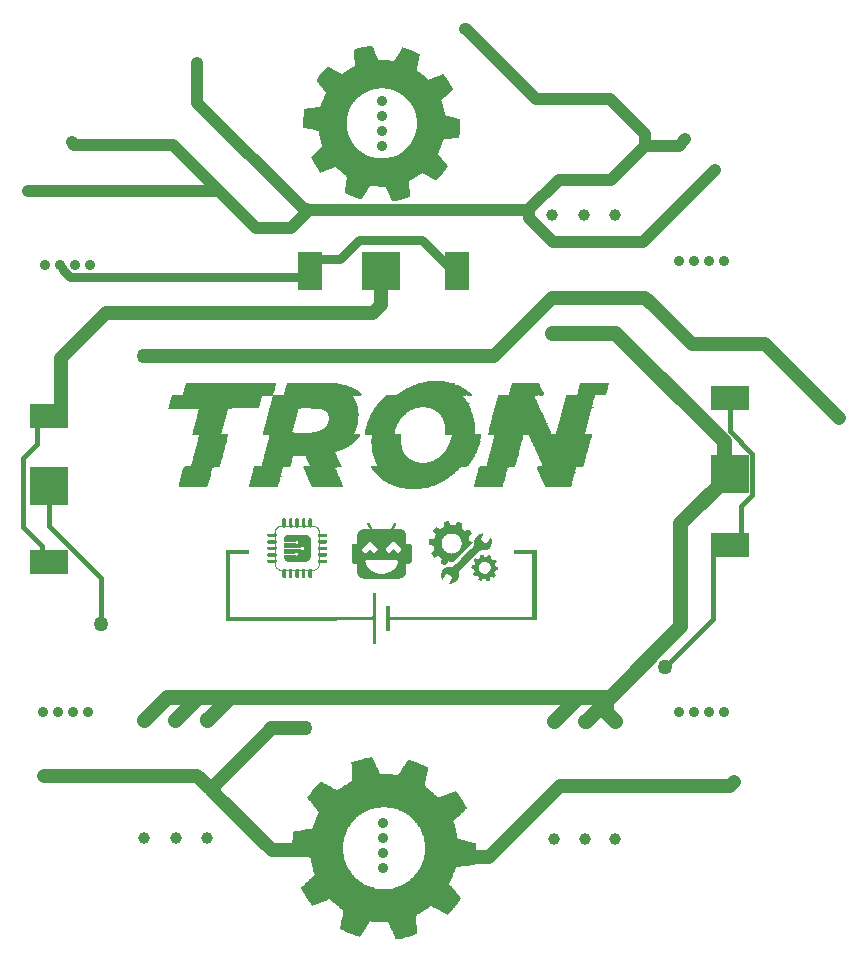
<source format=gtl>
G04*
G04 #@! TF.GenerationSoftware,Altium Limited,Altium Designer,21.0.8 (223)*
G04*
G04 Layer_Physical_Order=1*
G04 Layer_Color=255*
%FSLAX25Y25*%
%MOIN*%
G70*
G04*
G04 #@! TF.SameCoordinates,7D5CD3C5-D8CC-49FF-9A51-A3FBF932E8B6*
G04*
G04*
G04 #@! TF.FilePolarity,Positive*
G04*
G01*
G75*
%ADD20R,0.12598X0.12598*%
%ADD21R,0.07874X0.12598*%
%ADD22R,0.12598X0.12598*%
%ADD23R,0.12598X0.07874*%
%ADD24C,0.04500*%
%ADD25C,0.03000*%
%ADD26C,0.01500*%
%ADD27C,0.05000*%
%ADD28C,0.04000*%
%ADD29C,0.03937*%
%ADD30C,0.03543*%
%ADD31C,0.05000*%
G36*
X-3720Y146179D02*
Y146015D01*
X-3556D01*
Y145852D01*
Y145688D01*
X-3392D01*
Y145524D01*
Y145361D01*
X-3229D01*
Y145197D01*
Y145033D01*
X-3065D01*
Y144869D01*
Y144706D01*
X-2901D01*
Y144542D01*
Y144378D01*
X-2737D01*
Y144215D01*
Y144051D01*
X-2574D01*
Y143887D01*
Y143724D01*
Y143560D01*
X-2410D01*
Y143396D01*
Y143233D01*
X-2246D01*
Y143069D01*
Y142905D01*
X-2083D01*
Y142742D01*
Y142578D01*
X-1919D01*
Y142414D01*
Y142251D01*
X-1755D01*
Y142087D01*
Y141923D01*
X-1592D01*
Y141759D01*
Y141596D01*
X-282D01*
Y141432D01*
X2173D01*
Y141268D01*
X3646D01*
Y141432D01*
X3810D01*
Y141596D01*
X3974D01*
Y141759D01*
Y141923D01*
X4138D01*
Y142087D01*
X4301D01*
Y142251D01*
Y142414D01*
X4465D01*
Y142578D01*
X4629D01*
Y142742D01*
Y142905D01*
X4792D01*
Y143069D01*
Y143233D01*
X4956D01*
Y143396D01*
X5120D01*
Y143560D01*
Y143724D01*
X5283D01*
Y143887D01*
X5447D01*
Y144051D01*
Y144215D01*
X5611D01*
Y144378D01*
X5774D01*
Y144542D01*
Y144706D01*
X5938D01*
Y144869D01*
X6102D01*
Y145033D01*
Y145197D01*
X6266D01*
Y145361D01*
X6429D01*
Y145524D01*
Y145688D01*
X6593D01*
Y145524D01*
X7248D01*
Y145361D01*
X7739D01*
Y145197D01*
X8230D01*
Y145033D01*
X8721D01*
Y144869D01*
X9048D01*
Y144706D01*
X9539D01*
Y144542D01*
X9867D01*
Y144378D01*
X10194D01*
Y144215D01*
X10685D01*
Y144051D01*
X11012D01*
Y143887D01*
X11340D01*
Y143724D01*
X11667D01*
Y143560D01*
X11995D01*
Y143396D01*
X12158D01*
Y143233D01*
Y143069D01*
Y142905D01*
X11995D01*
Y142742D01*
Y142578D01*
Y142414D01*
Y142251D01*
Y142087D01*
X11831D01*
Y141923D01*
Y141759D01*
Y141596D01*
Y141432D01*
Y141268D01*
Y141105D01*
X11667D01*
Y140941D01*
Y140777D01*
Y140614D01*
Y140450D01*
Y140286D01*
X11503D01*
Y140122D01*
Y139959D01*
Y139795D01*
Y139631D01*
Y139468D01*
X11340D01*
Y139304D01*
Y139140D01*
Y138977D01*
Y138813D01*
Y138649D01*
X11176D01*
Y138486D01*
Y138322D01*
Y138158D01*
X11340D01*
Y137995D01*
X11503D01*
Y137831D01*
X11667D01*
Y137667D01*
X11831D01*
Y137504D01*
X12158D01*
Y137340D01*
X12322D01*
Y137176D01*
X12486D01*
Y137012D01*
X12649D01*
Y136849D01*
X12813D01*
Y136685D01*
X12977D01*
Y136521D01*
X13304D01*
Y136358D01*
X13468D01*
Y136194D01*
X13632D01*
Y136030D01*
X13795D01*
Y135867D01*
X13959D01*
Y135703D01*
X14286D01*
Y135539D01*
X14450D01*
Y135375D01*
X14614D01*
Y135212D01*
X14777D01*
Y135048D01*
X14941D01*
Y134884D01*
X15432D01*
Y135048D01*
X15923D01*
Y135212D01*
X16251D01*
Y135375D01*
X16742D01*
Y135539D01*
X17069D01*
Y135703D01*
X17560D01*
Y135867D01*
X18051D01*
Y136030D01*
X18379D01*
Y136194D01*
X18870D01*
Y136358D01*
X19361D01*
Y136521D01*
X19688D01*
Y136685D01*
X20179D01*
Y136521D01*
X20343D01*
Y136358D01*
Y136194D01*
X20506D01*
Y136030D01*
X20670D01*
Y135867D01*
X20834D01*
Y135703D01*
Y135539D01*
X20998D01*
Y135375D01*
X21161D01*
Y135212D01*
Y135048D01*
X21325D01*
Y134884D01*
X21489D01*
Y134721D01*
Y134557D01*
X21652D01*
Y134393D01*
X21816D01*
Y134230D01*
Y134066D01*
X21980D01*
Y133902D01*
X22143D01*
Y133739D01*
Y133575D01*
X22307D01*
Y133411D01*
Y133247D01*
X22471D01*
Y133084D01*
X22635D01*
Y132920D01*
Y132756D01*
X22798D01*
Y132593D01*
Y132429D01*
X22962D01*
Y132265D01*
Y132102D01*
X23125D01*
Y131938D01*
Y131774D01*
Y131611D01*
X22962D01*
Y131447D01*
X22798D01*
Y131283D01*
X22635D01*
Y131120D01*
X22471D01*
Y130956D01*
X22307D01*
Y130792D01*
X22143D01*
Y130629D01*
X21980D01*
Y130465D01*
X21816D01*
Y130301D01*
X21652D01*
Y130137D01*
X21489D01*
Y129974D01*
X21325D01*
Y129810D01*
X21161D01*
Y129646D01*
X20998D01*
Y129483D01*
X20834D01*
Y129319D01*
X20506D01*
Y129155D01*
X20343D01*
Y128992D01*
X20179D01*
Y128828D01*
X20015D01*
Y128664D01*
X19852D01*
Y128500D01*
X19688D01*
Y128337D01*
X19524D01*
Y128173D01*
X19361D01*
Y128009D01*
Y127846D01*
X19524D01*
Y127682D01*
Y127518D01*
Y127355D01*
Y127191D01*
X19688D01*
Y127027D01*
Y126864D01*
Y126700D01*
X19852D01*
Y126536D01*
Y126373D01*
Y126209D01*
Y126045D01*
X20015D01*
Y125882D01*
Y125718D01*
Y125554D01*
Y125390D01*
X20179D01*
Y125227D01*
Y125063D01*
Y124899D01*
Y124736D01*
X20343D01*
Y124572D01*
Y124408D01*
Y124245D01*
Y124081D01*
X20506D01*
Y123917D01*
Y123753D01*
Y123590D01*
Y123426D01*
X20670D01*
Y123262D01*
Y123099D01*
X20998D01*
Y122935D01*
X21652D01*
Y122771D01*
X22143D01*
Y122608D01*
X22798D01*
Y122444D01*
X23453D01*
Y122280D01*
X24108D01*
Y122117D01*
X24599D01*
Y121953D01*
X25253D01*
Y121789D01*
X25745D01*
Y121625D01*
Y121462D01*
Y121298D01*
Y121134D01*
Y120971D01*
Y120807D01*
Y120643D01*
Y120480D01*
Y120316D01*
Y120152D01*
Y119989D01*
Y119825D01*
Y119661D01*
Y119498D01*
Y119334D01*
Y119170D01*
Y119007D01*
Y118843D01*
Y118679D01*
Y118515D01*
Y118352D01*
Y118188D01*
Y118024D01*
Y117861D01*
X25581D01*
Y117697D01*
Y117533D01*
Y117370D01*
Y117206D01*
Y117042D01*
Y116878D01*
Y116715D01*
Y116551D01*
X25417D01*
Y116387D01*
Y116224D01*
Y116060D01*
Y115896D01*
Y115733D01*
X25253D01*
Y115569D01*
X24108D01*
Y115405D01*
X22962D01*
Y115242D01*
X21652D01*
Y115078D01*
X20343D01*
Y114914D01*
X20015D01*
Y114751D01*
Y114587D01*
Y114423D01*
X19852D01*
Y114260D01*
Y114096D01*
X19688D01*
Y113932D01*
Y113768D01*
Y113605D01*
X19524D01*
Y113441D01*
Y113277D01*
X19361D01*
Y113114D01*
Y112950D01*
Y112786D01*
X19197D01*
Y112623D01*
Y112459D01*
Y112295D01*
X19033D01*
Y112132D01*
Y111968D01*
X18870D01*
Y111804D01*
Y111641D01*
Y111477D01*
X18706D01*
Y111313D01*
Y111149D01*
X18542D01*
Y110986D01*
Y110822D01*
Y110658D01*
X18379D01*
Y110495D01*
Y110331D01*
X18215D01*
Y110167D01*
Y110003D01*
X18379D01*
Y109840D01*
X18542D01*
Y109676D01*
X18706D01*
Y109512D01*
X18870D01*
Y109349D01*
X19033D01*
Y109185D01*
Y109021D01*
X19197D01*
Y108858D01*
X19361D01*
Y108694D01*
X19524D01*
Y108530D01*
X19688D01*
Y108367D01*
Y108203D01*
X19852D01*
Y108039D01*
X20015D01*
Y107876D01*
X20179D01*
Y107712D01*
X20343D01*
Y107548D01*
Y107385D01*
X20506D01*
Y107221D01*
X20670D01*
Y107057D01*
X20834D01*
Y106893D01*
X20998D01*
Y106730D01*
X21161D01*
Y106566D01*
Y106402D01*
X21325D01*
Y106239D01*
X21489D01*
Y106075D01*
Y105911D01*
X21325D01*
Y105748D01*
Y105584D01*
X21161D01*
Y105420D01*
X20998D01*
Y105256D01*
Y105093D01*
X20834D01*
Y104929D01*
X20670D01*
Y104765D01*
Y104602D01*
X20506D01*
Y104438D01*
X20343D01*
Y104274D01*
X20179D01*
Y104111D01*
X20015D01*
Y103947D01*
Y103783D01*
X19852D01*
Y103620D01*
X19688D01*
Y103456D01*
X19524D01*
Y103292D01*
X19361D01*
Y103129D01*
X19197D01*
Y102965D01*
Y102801D01*
X19033D01*
Y102638D01*
X18870D01*
Y102474D01*
X18706D01*
Y102310D01*
X18542D01*
Y102146D01*
X18379D01*
Y101983D01*
X18215D01*
Y101819D01*
X18051D01*
Y101655D01*
X17887D01*
Y101492D01*
X17724D01*
Y101328D01*
X17560D01*
Y101492D01*
X17233D01*
Y101655D01*
X16905D01*
Y101819D01*
X16742D01*
Y101983D01*
X16414D01*
Y102146D01*
X16087D01*
Y102310D01*
X15759D01*
Y102474D01*
X15432D01*
Y102638D01*
X15105D01*
Y102801D01*
X14941D01*
Y102965D01*
X14614D01*
Y103129D01*
X14286D01*
Y103292D01*
X13959D01*
Y103456D01*
X13632D01*
Y103620D01*
X13304D01*
Y103783D01*
X12813D01*
Y103620D01*
X12486D01*
Y103456D01*
X12158D01*
Y103292D01*
X11995D01*
Y103129D01*
X11667D01*
Y102965D01*
X11503D01*
Y102801D01*
X11176D01*
Y102638D01*
X11012D01*
Y102474D01*
X10685D01*
Y102310D01*
X10358D01*
Y102146D01*
X10194D01*
Y101983D01*
X9867D01*
Y101819D01*
X9703D01*
Y101655D01*
X9376D01*
Y101492D01*
X9048D01*
Y101328D01*
X8884D01*
Y101164D01*
X8721D01*
Y101001D01*
Y100837D01*
Y100673D01*
Y100510D01*
Y100346D01*
Y100182D01*
Y100018D01*
Y99855D01*
Y99691D01*
Y99527D01*
Y99364D01*
Y99200D01*
Y99036D01*
Y98873D01*
Y98709D01*
Y98545D01*
Y98382D01*
X8884D01*
Y98218D01*
Y98054D01*
Y97891D01*
Y97727D01*
Y97563D01*
Y97399D01*
Y97236D01*
Y97072D01*
Y96908D01*
Y96745D01*
Y96581D01*
Y96417D01*
Y96254D01*
Y96090D01*
Y95926D01*
Y95762D01*
X8393D01*
Y95599D01*
X7902D01*
Y95435D01*
X7411D01*
Y95271D01*
X6920D01*
Y95108D01*
X6266D01*
Y94944D01*
X5611D01*
Y94780D01*
X4956D01*
Y94617D01*
X3974D01*
Y94453D01*
X2992D01*
Y94617D01*
X2828D01*
Y94780D01*
Y94944D01*
X2664D01*
Y95108D01*
Y95271D01*
X2501D01*
Y95435D01*
Y95599D01*
X2337D01*
Y95762D01*
Y95926D01*
X2173D01*
Y96090D01*
Y96254D01*
Y96417D01*
X2010D01*
Y96581D01*
Y96745D01*
X1846D01*
Y96908D01*
Y97072D01*
X1682D01*
Y97236D01*
Y97399D01*
X1518D01*
Y97563D01*
Y97727D01*
X1355D01*
Y97891D01*
Y98054D01*
X1191D01*
Y98218D01*
Y98382D01*
X1027D01*
Y98545D01*
Y98709D01*
X864D01*
Y98873D01*
Y99036D01*
X700D01*
Y99200D01*
X-1592D01*
Y99364D01*
X-4047D01*
Y99527D01*
X-4374D01*
Y99364D01*
X-4538D01*
Y99200D01*
X-4702D01*
Y99036D01*
Y98873D01*
X-4865D01*
Y98709D01*
X-5029D01*
Y98545D01*
Y98382D01*
X-5193D01*
Y98218D01*
Y98054D01*
X-5356D01*
Y97891D01*
X-5520D01*
Y97727D01*
Y97563D01*
X-5684D01*
Y97399D01*
X-5848D01*
Y97236D01*
Y97072D01*
X-6011D01*
Y96908D01*
X-6175D01*
Y96745D01*
Y96581D01*
X-6339D01*
Y96417D01*
X-6502D01*
Y96254D01*
Y96090D01*
X-6666D01*
Y95926D01*
X-6830D01*
Y95762D01*
Y95599D01*
X-6993D01*
Y95435D01*
X-7157D01*
Y95271D01*
Y95108D01*
X-7648D01*
Y95271D01*
X-8303D01*
Y95435D01*
X-8794D01*
Y95599D01*
X-9285D01*
Y95762D01*
X-9612D01*
Y95926D01*
X-10103D01*
Y96090D01*
X-10431D01*
Y96254D01*
X-10922D01*
Y96417D01*
X-11249D01*
Y96581D01*
X-11577D01*
Y96745D01*
X-11904D01*
Y96908D01*
X-12231D01*
Y97072D01*
X-12559D01*
Y97236D01*
X-12886D01*
Y97399D01*
Y97563D01*
Y97727D01*
Y97891D01*
Y98054D01*
Y98218D01*
X-12723D01*
Y98382D01*
Y98545D01*
Y98709D01*
Y98873D01*
Y99036D01*
X-12559D01*
Y99200D01*
Y99364D01*
Y99527D01*
Y99691D01*
Y99855D01*
X-12395D01*
Y100018D01*
Y100182D01*
Y100346D01*
Y100510D01*
Y100673D01*
X-12231D01*
Y100837D01*
Y101001D01*
Y101164D01*
Y101328D01*
Y101492D01*
Y101655D01*
X-12068D01*
Y101819D01*
Y101983D01*
Y102146D01*
Y102310D01*
Y102474D01*
Y102638D01*
X-12231D01*
Y102801D01*
X-12395D01*
Y102965D01*
X-12559D01*
Y103129D01*
X-12886D01*
Y103292D01*
X-13050D01*
Y103456D01*
X-13214D01*
Y103620D01*
X-13377D01*
Y103783D01*
X-13541D01*
Y103947D01*
X-13868D01*
Y104111D01*
X-14032D01*
Y104274D01*
X-14196D01*
Y104438D01*
X-14359D01*
Y104602D01*
X-14523D01*
Y104765D01*
X-14851D01*
Y104929D01*
X-15014D01*
Y105093D01*
X-15178D01*
Y105256D01*
X-15342D01*
Y105420D01*
X-15505D01*
Y105584D01*
X-15833D01*
Y105748D01*
X-16324D01*
Y105584D01*
X-16815D01*
Y105420D01*
X-17142D01*
Y105256D01*
X-17633D01*
Y105093D01*
X-18124D01*
Y104929D01*
X-18452D01*
Y104765D01*
X-18943D01*
Y104602D01*
X-19270D01*
Y104438D01*
X-19761D01*
Y104274D01*
X-20252D01*
Y104111D01*
X-20580D01*
Y103947D01*
X-20907D01*
Y104111D01*
X-21071D01*
Y104274D01*
X-21235D01*
Y104438D01*
X-21398D01*
Y104602D01*
Y104765D01*
X-21562D01*
Y104929D01*
X-21725D01*
Y105093D01*
X-21889D01*
Y105256D01*
Y105420D01*
X-22053D01*
Y105584D01*
X-22217D01*
Y105748D01*
Y105911D01*
X-22380D01*
Y106075D01*
X-22544D01*
Y106239D01*
Y106402D01*
X-22708D01*
Y106566D01*
Y106730D01*
X-22871D01*
Y106893D01*
X-23035D01*
Y107057D01*
Y107221D01*
X-23199D01*
Y107385D01*
Y107548D01*
X-23362D01*
Y107712D01*
X-23526D01*
Y107876D01*
Y108039D01*
X-23690D01*
Y108203D01*
Y108367D01*
X-23854D01*
Y108530D01*
Y108694D01*
X-24017D01*
Y108858D01*
Y109021D01*
Y109185D01*
Y109349D01*
X-23690D01*
Y109512D01*
X-23526D01*
Y109676D01*
X-23362D01*
Y109840D01*
X-23199D01*
Y110003D01*
X-23035D01*
Y110167D01*
X-22871D01*
Y110331D01*
X-22708D01*
Y110495D01*
X-22544D01*
Y110658D01*
X-22380D01*
Y110822D01*
X-22217D01*
Y110986D01*
X-22053D01*
Y111149D01*
X-21889D01*
Y111313D01*
X-21725D01*
Y111477D01*
X-21562D01*
Y111641D01*
X-21398D01*
Y111804D01*
X-21235D01*
Y111968D01*
X-21071D01*
Y112132D01*
X-20743D01*
Y112295D01*
X-20580D01*
Y112459D01*
X-20416D01*
Y112623D01*
X-20252D01*
Y112786D01*
Y112950D01*
X-20416D01*
Y113114D01*
Y113277D01*
Y113441D01*
Y113605D01*
X-20580D01*
Y113768D01*
Y113932D01*
Y114096D01*
Y114260D01*
X-20743D01*
Y114423D01*
Y114587D01*
Y114751D01*
Y114914D01*
X-20907D01*
Y115078D01*
Y115242D01*
Y115405D01*
Y115569D01*
X-21071D01*
Y115733D01*
Y115896D01*
Y116060D01*
Y116224D01*
X-21235D01*
Y116387D01*
Y116551D01*
Y116715D01*
Y116878D01*
X-21398D01*
Y117042D01*
Y117206D01*
Y117370D01*
Y117533D01*
X-21562D01*
Y117697D01*
X-21725D01*
Y117861D01*
X-22380D01*
Y118024D01*
X-22871D01*
Y118188D01*
X-23526D01*
Y118352D01*
X-24181D01*
Y118515D01*
X-24836D01*
Y118679D01*
X-25327D01*
Y118843D01*
X-25982D01*
Y119007D01*
X-26636D01*
Y119170D01*
Y119334D01*
Y119498D01*
Y119661D01*
Y119825D01*
Y119989D01*
Y120152D01*
Y120316D01*
Y120480D01*
Y120643D01*
Y120807D01*
Y120971D01*
Y121134D01*
Y121298D01*
Y121462D01*
Y121625D01*
Y121789D01*
Y121953D01*
Y122117D01*
Y122280D01*
Y122444D01*
Y122608D01*
X-26473D01*
Y122771D01*
Y122935D01*
Y123099D01*
Y123262D01*
Y123426D01*
Y123590D01*
Y123753D01*
Y123917D01*
Y124081D01*
X-26309D01*
Y124245D01*
Y124408D01*
Y124572D01*
Y124736D01*
Y124899D01*
Y125063D01*
X-26145D01*
Y125227D01*
X-25490D01*
Y125390D01*
X-24181D01*
Y125554D01*
X-22871D01*
Y125718D01*
X-21562D01*
Y125882D01*
X-20907D01*
Y126045D01*
Y126209D01*
X-20743D01*
Y126373D01*
Y126536D01*
Y126700D01*
X-20580D01*
Y126864D01*
Y127027D01*
X-20416D01*
Y127191D01*
Y127355D01*
Y127518D01*
X-20252D01*
Y127682D01*
Y127846D01*
X-20089D01*
Y128009D01*
Y128173D01*
Y128337D01*
X-19925D01*
Y128500D01*
Y128664D01*
X-19761D01*
Y128828D01*
Y128992D01*
Y129155D01*
X-19598D01*
Y129319D01*
Y129483D01*
X-19434D01*
Y129646D01*
Y129810D01*
Y129974D01*
X-19270D01*
Y130137D01*
Y130301D01*
X-19106D01*
Y130465D01*
Y130629D01*
Y130792D01*
X-19270D01*
Y130956D01*
X-19434D01*
Y131120D01*
Y131283D01*
X-19598D01*
Y131447D01*
X-19761D01*
Y131611D01*
X-19925D01*
Y131774D01*
X-20089D01*
Y131938D01*
Y132102D01*
X-20252D01*
Y132265D01*
X-20416D01*
Y132429D01*
X-20580D01*
Y132593D01*
X-20743D01*
Y132756D01*
Y132920D01*
X-20907D01*
Y133084D01*
X-21071D01*
Y133247D01*
X-21235D01*
Y133411D01*
X-21398D01*
Y133575D01*
Y133739D01*
X-21562D01*
Y133902D01*
X-21725D01*
Y134066D01*
X-21889D01*
Y134230D01*
X-22053D01*
Y134393D01*
X-22217D01*
Y134557D01*
Y134721D01*
X-22380D01*
Y134884D01*
X-22217D01*
Y135048D01*
X-22053D01*
Y135212D01*
X-21889D01*
Y135375D01*
Y135539D01*
X-21725D01*
Y135703D01*
X-21562D01*
Y135867D01*
X-21398D01*
Y136030D01*
Y136194D01*
X-21235D01*
Y136358D01*
X-21071D01*
Y136521D01*
Y136685D01*
X-20907D01*
Y136849D01*
X-20743D01*
Y137012D01*
X-20580D01*
Y137176D01*
X-20416D01*
Y137340D01*
Y137504D01*
X-20252D01*
Y137667D01*
X-20089D01*
Y137831D01*
X-19925D01*
Y137995D01*
X-19761D01*
Y138158D01*
X-19598D01*
Y138322D01*
X-19434D01*
Y138486D01*
X-19270D01*
Y138649D01*
X-19106D01*
Y138813D01*
X-18943D01*
Y138977D01*
X-18779D01*
Y139140D01*
X-18615D01*
Y139304D01*
X-18452D01*
Y139468D01*
X-18288D01*
Y139304D01*
X-18124D01*
Y139140D01*
X-17797D01*
Y138977D01*
X-17470D01*
Y138813D01*
X-17142D01*
Y138649D01*
X-16815D01*
Y138486D01*
X-16651D01*
Y138322D01*
X-16324D01*
Y138158D01*
X-15996D01*
Y137995D01*
X-15669D01*
Y137831D01*
X-15342D01*
Y137667D01*
X-15014D01*
Y137504D01*
X-14851D01*
Y137340D01*
X-14523D01*
Y137176D01*
X-14196D01*
Y137012D01*
X-13868D01*
Y136849D01*
X-13705D01*
Y137012D01*
X-13541D01*
Y137176D01*
X-13214D01*
Y137340D01*
X-13050D01*
Y137504D01*
X-12723D01*
Y137667D01*
X-12395D01*
Y137831D01*
X-12231D01*
Y137995D01*
X-11904D01*
Y138158D01*
X-11740D01*
Y138322D01*
X-11413D01*
Y138486D01*
X-11086D01*
Y138649D01*
X-10922D01*
Y138813D01*
X-10595D01*
Y138977D01*
X-10431D01*
Y139140D01*
X-10103D01*
Y139304D01*
X-9776D01*
Y139468D01*
X-9612D01*
Y139631D01*
X-9449D01*
Y139795D01*
Y139959D01*
Y140122D01*
Y140286D01*
Y140450D01*
Y140614D01*
Y140777D01*
Y140941D01*
Y141105D01*
Y141268D01*
Y141432D01*
X-9612D01*
Y141596D01*
Y141759D01*
Y141923D01*
Y142087D01*
Y142251D01*
Y142414D01*
Y142578D01*
Y142742D01*
Y142905D01*
Y143069D01*
Y143233D01*
Y143396D01*
Y143560D01*
Y143724D01*
Y143887D01*
Y144051D01*
Y144215D01*
Y144378D01*
Y144542D01*
X-9776D01*
Y144706D01*
Y144869D01*
X-9449D01*
Y145033D01*
X-8958D01*
Y145197D01*
X-8630D01*
Y145361D01*
X-7976D01*
Y145524D01*
X-7485D01*
Y145688D01*
X-6830D01*
Y145852D01*
X-6175D01*
Y146015D01*
X-5356D01*
Y146179D01*
X-4538D01*
Y146343D01*
X-3720D01*
Y146179D01*
D02*
G37*
G36*
X19976Y34356D02*
X20631D01*
Y34263D01*
X21098D01*
Y34169D01*
X21566D01*
Y34075D01*
X22033D01*
Y33982D01*
X22407D01*
Y33889D01*
X23062D01*
Y33795D01*
X23810D01*
Y33701D01*
Y33608D01*
X23904D01*
Y33514D01*
Y33421D01*
X24091D01*
Y33327D01*
X24465D01*
Y33234D01*
X24745D01*
Y33140D01*
X24932D01*
Y33047D01*
X25119D01*
Y32953D01*
X25306D01*
Y32860D01*
X25587D01*
Y32766D01*
X25774D01*
Y32673D01*
X25961D01*
Y32579D01*
X26148D01*
Y32486D01*
X26242D01*
Y32392D01*
X26429D01*
Y32299D01*
X26616D01*
Y32205D01*
X26803D01*
Y32112D01*
X26990D01*
Y32018D01*
X27083D01*
Y31925D01*
X27270D01*
Y31831D01*
X27364D01*
Y31738D01*
X27551D01*
Y31644D01*
X27644D01*
Y31550D01*
X27738D01*
Y31457D01*
X27831D01*
Y31363D01*
X27925D01*
Y31270D01*
X28112D01*
Y31176D01*
X28205D01*
Y31083D01*
X28299D01*
Y30989D01*
X28392D01*
Y30896D01*
X28486D01*
Y30802D01*
X28673D01*
Y30709D01*
X28860D01*
Y30615D01*
X28954D01*
Y30522D01*
X29141D01*
Y30428D01*
X29328D01*
Y30335D01*
Y30241D01*
X29421D01*
Y30148D01*
Y30054D01*
X29515D01*
Y29961D01*
Y29867D01*
X29608D01*
Y29774D01*
Y29680D01*
X27925D01*
Y29774D01*
X27551D01*
Y29680D01*
X27083D01*
Y29587D01*
X26990D01*
Y29493D01*
X26803D01*
Y29587D01*
X26616D01*
Y29680D01*
X26522D01*
Y29587D01*
Y29493D01*
X26616D01*
Y29400D01*
Y29306D01*
X26709D01*
Y29213D01*
Y29119D01*
X26803D01*
Y29026D01*
X26896D01*
Y28932D01*
X26990D01*
Y28839D01*
X27083D01*
Y28745D01*
X27177D01*
Y28651D01*
X27270D01*
Y28558D01*
X27364D01*
Y28464D01*
Y28371D01*
X27457D01*
Y28277D01*
X27551D01*
Y28184D01*
Y28090D01*
X27644D01*
Y27997D01*
Y27903D01*
X27738D01*
Y27810D01*
X27831D01*
Y27716D01*
Y27623D01*
X27925D01*
Y27529D01*
X28019D01*
Y27436D01*
X28112D01*
Y27342D01*
X28205D01*
Y27249D01*
X28299D01*
Y27155D01*
X28860D01*
Y27062D01*
Y26968D01*
X28673D01*
Y26875D01*
X28580D01*
Y26781D01*
Y26688D01*
X28673D01*
Y26594D01*
Y26501D01*
Y26407D01*
X28767D01*
Y26314D01*
Y26220D01*
Y26127D01*
X28860D01*
Y26033D01*
Y25940D01*
X28954D01*
Y25846D01*
Y25752D01*
Y25659D01*
X29047D01*
Y25565D01*
Y25472D01*
X29141D01*
Y25378D01*
Y25285D01*
Y25191D01*
X29234D01*
Y25098D01*
Y25004D01*
Y24911D01*
X29328D01*
Y24817D01*
Y24724D01*
Y24630D01*
X29421D01*
Y24537D01*
Y24443D01*
Y24350D01*
X29515D01*
Y24256D01*
Y24163D01*
Y24069D01*
X29608D01*
Y23976D01*
Y23882D01*
Y23789D01*
X29702D01*
Y23695D01*
Y23602D01*
Y23508D01*
X29795D01*
Y23415D01*
Y23321D01*
Y23227D01*
X29889D01*
Y23134D01*
Y23041D01*
Y22947D01*
Y22853D01*
X29982D01*
Y22760D01*
Y22666D01*
Y22573D01*
X30076D01*
Y22479D01*
Y22386D01*
Y22292D01*
Y22199D01*
X30169D01*
Y22105D01*
Y22012D01*
Y21918D01*
Y21825D01*
X30263D01*
Y21731D01*
Y21638D01*
Y21544D01*
Y21451D01*
Y21357D01*
X30356D01*
Y21264D01*
Y21170D01*
Y21077D01*
Y20983D01*
Y20890D01*
Y20796D01*
Y20703D01*
X30450D01*
Y20609D01*
Y20516D01*
Y20422D01*
Y20328D01*
Y20235D01*
Y20141D01*
Y20048D01*
Y19954D01*
Y19861D01*
Y19767D01*
Y19674D01*
Y19580D01*
Y19487D01*
Y19393D01*
Y19300D01*
Y19206D01*
Y19113D01*
Y19019D01*
Y18926D01*
Y18832D01*
Y18739D01*
Y18645D01*
Y18552D01*
Y18458D01*
Y18365D01*
Y18271D01*
Y18178D01*
Y18084D01*
Y17990D01*
Y17897D01*
Y17804D01*
Y17710D01*
Y17616D01*
Y17523D01*
Y17429D01*
Y17336D01*
Y17242D01*
Y17149D01*
Y17055D01*
Y16962D01*
X30637D01*
Y16868D01*
X31853D01*
Y16775D01*
X32601D01*
Y16681D01*
Y16588D01*
X32694D01*
Y16494D01*
Y16401D01*
Y16307D01*
Y16214D01*
Y16120D01*
Y16027D01*
X32601D01*
Y15933D01*
Y15840D01*
Y15746D01*
Y15653D01*
X32507D01*
Y15559D01*
Y15465D01*
Y15372D01*
Y15279D01*
Y15185D01*
Y15091D01*
X32414D01*
Y14998D01*
Y14904D01*
Y14811D01*
Y14717D01*
Y14624D01*
Y14530D01*
Y14437D01*
X32601D01*
Y14343D01*
X32694D01*
Y14250D01*
X32601D01*
Y14156D01*
X32414D01*
Y14063D01*
X32320D01*
Y13969D01*
Y13876D01*
Y13782D01*
X32227D01*
Y13689D01*
Y13595D01*
Y13502D01*
X32133D01*
Y13408D01*
Y13315D01*
Y13221D01*
X32040D01*
Y13128D01*
Y13034D01*
Y12941D01*
X31946D01*
Y12847D01*
Y12754D01*
Y12660D01*
X31853D01*
Y12566D01*
Y12473D01*
X31759D01*
Y12380D01*
Y12286D01*
Y12192D01*
X31666D01*
Y12099D01*
Y12005D01*
Y11912D01*
X31572D01*
Y11818D01*
Y11725D01*
X31479D01*
Y11631D01*
Y11538D01*
X31385D01*
Y11444D01*
Y11351D01*
X31292D01*
Y11257D01*
Y11164D01*
Y11070D01*
X31198D01*
Y10977D01*
Y10883D01*
Y10790D01*
Y10696D01*
X31292D01*
Y10603D01*
X31198D01*
Y10509D01*
Y10416D01*
X31011D01*
Y10322D01*
X30918D01*
Y10229D01*
X30824D01*
Y10135D01*
X30731D01*
Y10041D01*
Y9948D01*
X30637D01*
Y9854D01*
Y9761D01*
X30543D01*
Y9668D01*
Y9574D01*
Y9480D01*
X30450D01*
Y9387D01*
Y9293D01*
Y9200D01*
X30356D01*
Y9106D01*
Y9013D01*
X30263D01*
Y8919D01*
X30169D01*
Y8826D01*
Y8732D01*
X30076D01*
Y8639D01*
X29982D01*
Y8545D01*
Y8452D01*
X29889D01*
Y8358D01*
Y8265D01*
Y8171D01*
X29795D01*
Y8078D01*
X29702D01*
Y7984D01*
X29608D01*
Y7891D01*
X29515D01*
Y7797D01*
X29421D01*
Y7704D01*
X29328D01*
Y7610D01*
Y7517D01*
X29234D01*
Y7423D01*
X29141D01*
Y7329D01*
Y7236D01*
X29047D01*
Y7142D01*
X28954D01*
Y7049D01*
Y6955D01*
X28860D01*
Y6862D01*
Y6768D01*
X28767D01*
Y6675D01*
Y6581D01*
Y6488D01*
X28673D01*
Y6394D01*
X28580D01*
Y6301D01*
X28486D01*
Y6207D01*
X28299D01*
Y6114D01*
X28112D01*
Y6020D01*
X27925D01*
Y5927D01*
X27457D01*
Y5833D01*
X26616D01*
Y5740D01*
X26055D01*
Y5646D01*
X25587D01*
Y5553D01*
X25400D01*
Y5459D01*
X25306D01*
Y5366D01*
X25213D01*
Y5272D01*
X25119D01*
Y5179D01*
Y5085D01*
Y4992D01*
X25026D01*
Y4898D01*
Y4804D01*
Y4711D01*
Y4617D01*
X24932D01*
Y4524D01*
X24652D01*
Y4431D01*
X24371D01*
Y4337D01*
X24278D01*
Y4244D01*
X24184D01*
Y4150D01*
X24091D01*
Y4056D01*
X23997D01*
Y3963D01*
Y3869D01*
X23904D01*
Y3776D01*
X23810D01*
Y3682D01*
X23717D01*
Y3589D01*
X23623D01*
Y3495D01*
X23436D01*
Y3402D01*
X23343D01*
Y3308D01*
X23155D01*
Y3215D01*
X23062D01*
Y3121D01*
X22875D01*
Y3028D01*
X22782D01*
Y2934D01*
X22688D01*
Y2841D01*
X22594D01*
Y2747D01*
X22407D01*
Y2654D01*
X22314D01*
Y2560D01*
X22220D01*
Y2467D01*
X22033D01*
Y2373D01*
X21940D01*
Y2280D01*
X21846D01*
Y2186D01*
X21753D01*
Y2093D01*
X21659D01*
Y1999D01*
X21566D01*
Y1905D01*
X21472D01*
Y1812D01*
Y1719D01*
X21379D01*
Y1625D01*
Y1531D01*
X21192D01*
Y1625D01*
Y1719D01*
X21098D01*
Y1625D01*
X20911D01*
Y1531D01*
X20818D01*
Y1438D01*
X20631D01*
Y1344D01*
X20537D01*
Y1251D01*
X20350D01*
Y1157D01*
X20163D01*
Y1064D01*
X19976D01*
Y970D01*
X19789D01*
Y877D01*
X19602D01*
Y783D01*
X19415D01*
Y690D01*
X19228D01*
Y596D01*
X18947D01*
Y503D01*
X18760D01*
Y409D01*
X18573D01*
Y316D01*
X18386D01*
Y222D01*
X18199D01*
Y129D01*
X18012D01*
Y35D01*
X17825D01*
Y-58D01*
X17638D01*
Y-152D01*
X17451D01*
Y-245D01*
X17264D01*
Y-339D01*
X16983D01*
Y-432D01*
X16703D01*
Y-526D01*
X16235D01*
Y-619D01*
X15955D01*
Y-713D01*
X15768D01*
Y-807D01*
X15487D01*
Y-900D01*
X15113D01*
Y-993D01*
X14646D01*
Y-1087D01*
X14084D01*
Y-1181D01*
X13523D01*
Y-1274D01*
X12869D01*
Y-1368D01*
X11934D01*
Y-1461D01*
X8099D01*
Y-1368D01*
X7258D01*
Y-1274D01*
X6603D01*
Y-1181D01*
X6135D01*
Y-1087D01*
X5668D01*
Y-993D01*
X5294D01*
Y-900D01*
X4920D01*
Y-807D01*
X4546D01*
Y-713D01*
X4265D01*
Y-619D01*
X3985D01*
Y-526D01*
X3704D01*
Y-432D01*
X3423D01*
Y-339D01*
X3236D01*
Y-245D01*
X2956D01*
Y-152D01*
X2769D01*
Y-58D01*
X2582D01*
Y35D01*
X2301D01*
Y129D01*
X2114D01*
Y222D01*
X1927D01*
Y316D01*
X1740D01*
Y409D01*
X1553D01*
Y503D01*
X1460D01*
Y596D01*
X1273D01*
Y690D01*
X1085D01*
Y783D01*
X898D01*
Y877D01*
X805D01*
Y970D01*
X618D01*
Y1064D01*
X524D01*
Y1157D01*
X337D01*
Y1251D01*
X244D01*
Y1344D01*
X57D01*
Y1438D01*
X-37D01*
Y1531D01*
X-130D01*
Y1625D01*
X-317D01*
Y1719D01*
X-411D01*
Y1812D01*
X-504D01*
Y1905D01*
X-691D01*
Y1999D01*
X-785D01*
Y2093D01*
X-878D01*
Y2186D01*
X-972D01*
Y2280D01*
X-1065D01*
Y2373D01*
X-1252D01*
Y2467D01*
X-1346D01*
Y2560D01*
X-1440D01*
Y2654D01*
X-1533D01*
Y2747D01*
X-1627D01*
Y2841D01*
X-1720D01*
Y2934D01*
X-1814D01*
Y3028D01*
X-1907D01*
Y3121D01*
X-2001D01*
Y3215D01*
X-2094D01*
Y3308D01*
X-2188D01*
Y3402D01*
X-2281D01*
Y3495D01*
X-2375D01*
Y3589D01*
X-2468D01*
Y3682D01*
X-2562D01*
Y3776D01*
Y3869D01*
X-2655D01*
Y3963D01*
X-2749D01*
Y4056D01*
X-2842D01*
Y4150D01*
X-2936D01*
Y4244D01*
X-3029D01*
Y4337D01*
Y4431D01*
X-3123D01*
Y4524D01*
X-3216D01*
Y4617D01*
X-3310D01*
Y4711D01*
X-3403D01*
Y4804D01*
Y4898D01*
X-3497D01*
Y4992D01*
X-3590D01*
Y5085D01*
X-3684D01*
Y5179D01*
Y5272D01*
X-3777D01*
Y5366D01*
X-3871D01*
Y5459D01*
Y5553D01*
X-3965D01*
Y5646D01*
Y5740D01*
Y5833D01*
Y5927D01*
Y6020D01*
X-1814D01*
Y6114D01*
X-1907D01*
Y6207D01*
Y6301D01*
X-2001D01*
Y6394D01*
Y6488D01*
X-2094D01*
Y6581D01*
Y6675D01*
X-2188D01*
Y6768D01*
Y6862D01*
X-2281D01*
Y6955D01*
Y7049D01*
X-2375D01*
Y7142D01*
Y7236D01*
X-2468D01*
Y7329D01*
Y7423D01*
X-2562D01*
Y7517D01*
Y7610D01*
X-2655D01*
Y7704D01*
Y7797D01*
Y7891D01*
X-2749D01*
Y7984D01*
Y8078D01*
X-2842D01*
Y8171D01*
Y8265D01*
Y8358D01*
X-2936D01*
Y8452D01*
Y8545D01*
X-3029D01*
Y8639D01*
Y8732D01*
Y8826D01*
X-3123D01*
Y8919D01*
Y9013D01*
Y9106D01*
X-3216D01*
Y9200D01*
Y9293D01*
Y9387D01*
Y9480D01*
X-3310D01*
Y9574D01*
Y9668D01*
Y9761D01*
X-3403D01*
Y9854D01*
Y9948D01*
Y10041D01*
Y10135D01*
X-3497D01*
Y10229D01*
Y10322D01*
Y10416D01*
Y10509D01*
X-3590D01*
Y10603D01*
Y10696D01*
Y10790D01*
Y10883D01*
Y10977D01*
X-3684D01*
Y11070D01*
Y11164D01*
Y11257D01*
Y11351D01*
Y11444D01*
Y11538D01*
X-3777D01*
Y11631D01*
Y11725D01*
Y11818D01*
Y11912D01*
Y12005D01*
Y12099D01*
Y12192D01*
X-3871D01*
Y12286D01*
Y12380D01*
Y12473D01*
Y12566D01*
Y12660D01*
Y12754D01*
Y12847D01*
Y12941D01*
Y13034D01*
Y13128D01*
Y13221D01*
Y13315D01*
Y13408D01*
X-3965D01*
Y13502D01*
Y13595D01*
Y13689D01*
Y13782D01*
Y13876D01*
Y13969D01*
Y14063D01*
Y14156D01*
Y14250D01*
Y14343D01*
Y14437D01*
Y14530D01*
Y14624D01*
Y14717D01*
Y14811D01*
Y14904D01*
Y14998D01*
Y15091D01*
Y15185D01*
Y15279D01*
X-3871D01*
Y15372D01*
Y15465D01*
Y15559D01*
Y15653D01*
Y15746D01*
Y15840D01*
Y15933D01*
Y16027D01*
Y16120D01*
Y16214D01*
X-3777D01*
Y16307D01*
Y16401D01*
Y16494D01*
Y16588D01*
X-6115D01*
Y16681D01*
Y16775D01*
Y16868D01*
Y16962D01*
Y17055D01*
Y17149D01*
Y17242D01*
Y17336D01*
X-6022D01*
Y17429D01*
Y17523D01*
Y17616D01*
Y17710D01*
Y17804D01*
Y17897D01*
X-5928D01*
Y17990D01*
Y18084D01*
Y18178D01*
Y18271D01*
Y18365D01*
X-5835D01*
Y18458D01*
Y18552D01*
Y18645D01*
Y18739D01*
X-5741D01*
Y18832D01*
Y18926D01*
Y19019D01*
Y19113D01*
X-5648D01*
Y19206D01*
Y19300D01*
Y19393D01*
Y19487D01*
X-5554D01*
Y19580D01*
Y19674D01*
Y19767D01*
X-5461D01*
Y19861D01*
Y19954D01*
Y20048D01*
X-5367D01*
Y20141D01*
Y20235D01*
Y20328D01*
X-5274D01*
Y20422D01*
Y20516D01*
Y20609D01*
Y20703D01*
X-5180D01*
Y20796D01*
Y20890D01*
Y20983D01*
X-5087D01*
Y21077D01*
Y21170D01*
X-4993D01*
Y21264D01*
Y21357D01*
Y21451D01*
X-4900D01*
Y21544D01*
Y21638D01*
X-4806D01*
Y21731D01*
Y21825D01*
X-4713D01*
Y21918D01*
Y22012D01*
Y22105D01*
X-4619D01*
Y22199D01*
Y22292D01*
X-4526D01*
Y22386D01*
Y22479D01*
Y22573D01*
X-4432D01*
Y22666D01*
Y22760D01*
X-4339D01*
Y22853D01*
Y22947D01*
X-4245D01*
Y23041D01*
Y23134D01*
X-4152D01*
Y23227D01*
Y23321D01*
X-4058D01*
Y23415D01*
Y23508D01*
X-3965D01*
Y23602D01*
Y23695D01*
X-3871D01*
Y23789D01*
Y23882D01*
X-3777D01*
Y23976D01*
Y24069D01*
X-3684D01*
Y24163D01*
X-3590D01*
Y24256D01*
Y24350D01*
X-3497D01*
Y24443D01*
Y24537D01*
X-3403D01*
Y24630D01*
X-3310D01*
Y24724D01*
Y24817D01*
X-3216D01*
Y24911D01*
X-3123D01*
Y25004D01*
Y25098D01*
X-3029D01*
Y25191D01*
Y25285D01*
X-2936D01*
Y25378D01*
X-2842D01*
Y25472D01*
Y25565D01*
X-2749D01*
Y25659D01*
X-2655D01*
Y25752D01*
Y25846D01*
X-2562D01*
Y25940D01*
X-2468D01*
Y26033D01*
X-2375D01*
Y26127D01*
Y26220D01*
X-2281D01*
Y26314D01*
X-2188D01*
Y26407D01*
X-2094D01*
Y26501D01*
Y26594D01*
X-2001D01*
Y26688D01*
X-1907D01*
Y26781D01*
Y26875D01*
X-1814D01*
Y26968D01*
X-1720D01*
Y27062D01*
X-1627D01*
Y27155D01*
X-1533D01*
Y27249D01*
X-1440D01*
Y27342D01*
X-1346D01*
Y27436D01*
Y27529D01*
X-1252D01*
Y27623D01*
X-1159D01*
Y27716D01*
X-1065D01*
Y27810D01*
X-972D01*
Y27903D01*
X-878D01*
Y27997D01*
X-785D01*
Y28090D01*
X-691D01*
Y28184D01*
X-598D01*
Y28277D01*
X-504D01*
Y28371D01*
X-411D01*
Y28464D01*
X-317D01*
Y28558D01*
X-224D01*
Y28651D01*
X-130D01*
Y28745D01*
X-37D01*
Y28839D01*
X57D01*
Y28932D01*
X150D01*
Y29026D01*
X244D01*
Y29119D01*
X337D01*
Y29213D01*
X431D01*
Y29306D01*
X524D01*
Y29400D01*
X618D01*
Y29493D01*
X711D01*
Y29587D01*
X898D01*
Y29680D01*
X1085D01*
Y29774D01*
X1460D01*
Y29867D01*
X4452D01*
Y29961D01*
X4733D01*
Y30054D01*
X4920D01*
Y30148D01*
X5107D01*
Y30241D01*
X5200D01*
Y30335D01*
X5387D01*
Y30428D01*
X5481D01*
Y30522D01*
X5574D01*
Y30615D01*
X5761D01*
Y30709D01*
X5855D01*
Y30802D01*
X5948D01*
Y30896D01*
X6135D01*
Y30989D01*
X6229D01*
Y31083D01*
X6416D01*
Y31176D01*
X6509D01*
Y31270D01*
X6696D01*
Y31363D01*
X6790D01*
Y31457D01*
X6977D01*
Y31550D01*
X7070D01*
Y31644D01*
X7258D01*
Y31738D01*
X7445D01*
Y31831D01*
X7632D01*
Y31925D01*
X7725D01*
Y32018D01*
X7912D01*
Y32112D01*
X8099D01*
Y32205D01*
X8286D01*
Y32299D01*
X8473D01*
Y32392D01*
X8660D01*
Y32486D01*
X8847D01*
Y32579D01*
X9034D01*
Y32673D01*
X9222D01*
Y32766D01*
X9409D01*
Y32860D01*
X9689D01*
Y32953D01*
X9876D01*
Y33047D01*
X10157D01*
Y33140D01*
X10344D01*
Y33234D01*
X10624D01*
Y33327D01*
X10811D01*
Y33421D01*
X11092D01*
Y33514D01*
X11372D01*
Y33608D01*
X11653D01*
Y33701D01*
X12027D01*
Y33795D01*
X12401D01*
Y33889D01*
X12682D01*
Y33982D01*
X13149D01*
Y34075D01*
X13523D01*
Y34169D01*
X13991D01*
Y34263D01*
X14552D01*
Y34356D01*
X15674D01*
Y34450D01*
X19976D01*
Y34356D01*
D02*
G37*
G36*
X-17525Y33795D02*
X-15748D01*
Y33701D01*
X-15000D01*
Y33608D01*
X-14438D01*
Y33514D01*
X-13971D01*
Y33421D01*
X-13597D01*
Y33327D01*
X-13223D01*
Y33234D01*
X-12849D01*
Y33140D01*
X-12381D01*
Y33047D01*
X-12007D01*
Y32953D01*
X-11727D01*
Y32860D01*
X-11446D01*
Y32766D01*
X-11259D01*
Y32673D01*
X-10978D01*
Y32579D01*
X-10791D01*
Y32486D01*
X-10604D01*
Y32392D01*
X-10417D01*
Y32299D01*
X-10137D01*
Y32205D01*
X-9950D01*
Y32112D01*
X-9763D01*
Y32018D01*
X-9669D01*
Y31925D01*
X-9482D01*
Y31831D01*
X-9295D01*
Y31738D01*
X-9108D01*
Y31644D01*
X-9014D01*
Y31550D01*
X-8827D01*
Y31457D01*
X-8734D01*
Y31363D01*
X-8547D01*
Y31270D01*
X-8453D01*
Y31176D01*
X-8360D01*
Y31083D01*
X-8173D01*
Y30989D01*
X-8079D01*
Y30896D01*
X-7986D01*
Y30802D01*
X-7892D01*
Y30709D01*
X-7799D01*
Y30615D01*
X-7612D01*
Y30522D01*
X-7518D01*
Y30428D01*
X-7425D01*
Y30335D01*
X-7331D01*
Y30241D01*
X-7144D01*
Y30148D01*
X-7051D01*
Y30054D01*
Y29961D01*
Y29867D01*
X-7144D01*
Y29774D01*
X-7331D01*
Y29680D01*
X-9950D01*
Y29587D01*
X-10230D01*
Y29493D01*
X-10137D01*
Y29400D01*
X-10043D01*
Y29306D01*
X-9950D01*
Y29213D01*
Y29119D01*
X-9856D01*
Y29026D01*
Y28932D01*
X-9763D01*
Y28839D01*
Y28745D01*
X-9669D01*
Y28651D01*
Y28558D01*
X-9576D01*
Y28464D01*
Y28371D01*
X-9482D01*
Y28277D01*
Y28184D01*
X-9388D01*
Y28090D01*
Y27997D01*
X-9295D01*
Y27903D01*
X-9201D01*
Y27810D01*
Y27716D01*
X-9108D01*
Y27623D01*
Y27529D01*
X-9014D01*
Y27436D01*
X-8921D01*
Y27342D01*
Y27249D01*
X-8827D01*
Y27155D01*
X-8734D01*
Y27062D01*
X-8640D01*
Y26968D01*
Y26875D01*
X-8827D01*
Y26781D01*
Y26688D01*
Y26594D01*
X-8734D01*
Y26501D01*
Y26407D01*
X-8640D01*
Y26314D01*
X-8547D01*
Y26220D01*
Y26127D01*
X-8453D01*
Y26033D01*
Y25940D01*
X-8360D01*
Y25846D01*
Y25752D01*
Y25659D01*
Y25565D01*
Y25472D01*
Y25378D01*
Y25285D01*
Y25191D01*
Y25098D01*
Y25004D01*
Y24911D01*
Y24817D01*
Y24724D01*
X-8266D01*
Y24630D01*
Y24537D01*
Y24443D01*
Y24350D01*
Y24256D01*
Y24163D01*
Y24069D01*
Y23976D01*
Y23882D01*
Y23789D01*
X-8173D01*
Y23695D01*
Y23602D01*
Y23508D01*
Y23415D01*
X-8079D01*
Y23321D01*
X-8173D01*
Y23227D01*
Y23134D01*
Y23041D01*
Y22947D01*
X-8266D01*
Y22853D01*
Y22760D01*
Y22666D01*
Y22573D01*
Y22479D01*
Y22386D01*
Y22292D01*
Y22199D01*
Y22105D01*
Y22012D01*
Y21918D01*
Y21825D01*
Y21731D01*
Y21638D01*
Y21544D01*
X-8360D01*
Y21451D01*
Y21357D01*
Y21264D01*
Y21170D01*
Y21077D01*
Y20983D01*
Y20890D01*
Y20796D01*
Y20703D01*
X-8453D01*
Y20609D01*
Y20516D01*
Y20422D01*
Y20328D01*
Y20235D01*
Y20141D01*
X-8547D01*
Y20048D01*
Y19954D01*
Y19861D01*
Y19767D01*
X-8640D01*
Y19674D01*
Y19580D01*
Y19487D01*
X-8734D01*
Y19393D01*
Y19300D01*
Y19206D01*
X-8827D01*
Y19113D01*
Y19019D01*
Y18926D01*
X-8921D01*
Y18832D01*
Y18739D01*
Y18645D01*
X-9014D01*
Y18552D01*
Y18458D01*
Y18365D01*
X-9108D01*
Y18271D01*
Y18178D01*
X-9201D01*
Y18084D01*
Y17990D01*
X-9295D01*
Y17897D01*
Y17804D01*
Y17710D01*
X-9388D01*
Y17616D01*
Y17523D01*
X-9482D01*
Y17429D01*
Y17336D01*
X-9576D01*
Y17242D01*
Y17149D01*
Y17055D01*
X-9669D01*
Y16962D01*
Y16868D01*
X-7705D01*
Y16775D01*
X-7612D01*
Y16681D01*
Y16588D01*
Y16494D01*
X-7705D01*
Y16401D01*
Y16307D01*
Y16214D01*
X-7799D01*
Y16120D01*
Y16027D01*
X-7892D01*
Y15933D01*
X-7986D01*
Y15840D01*
Y15746D01*
X-8079D01*
Y15653D01*
X-8173D01*
Y15559D01*
X-8266D01*
Y15465D01*
X-8360D01*
Y15372D01*
X-8453D01*
Y15279D01*
Y15185D01*
X-8547D01*
Y15091D01*
X-8640D01*
Y14998D01*
X-8734D01*
Y14904D01*
X-8827D01*
Y14811D01*
X-8921D01*
Y14717D01*
X-9014D01*
Y14624D01*
Y14530D01*
X-9108D01*
Y14437D01*
X-9295D01*
Y14343D01*
X-9388D01*
Y14250D01*
X-9482D01*
Y14156D01*
X-9576D01*
Y14063D01*
X-9669D01*
Y13969D01*
X-9763D01*
Y13876D01*
X-9856D01*
Y13782D01*
X-9950D01*
Y13689D01*
X-10043D01*
Y13595D01*
X-10137D01*
Y13502D01*
X-10324D01*
Y13408D01*
X-10511D01*
Y13315D01*
X-10604D01*
Y13221D01*
X-10791D01*
Y13128D01*
X-10885D01*
Y13034D01*
X-11072D01*
Y12941D01*
X-11165D01*
Y12847D01*
X-11259D01*
Y12754D01*
X-11446D01*
Y12660D01*
X-11539D01*
Y12566D01*
X-11727D01*
Y12473D01*
X-11913D01*
Y12380D01*
X-12100D01*
Y12286D01*
X-12288D01*
Y12192D01*
X-12475D01*
Y12099D01*
X-12755D01*
Y12005D01*
X-12942D01*
Y11912D01*
X-13129D01*
Y11818D01*
X-13316D01*
Y11725D01*
X-13503D01*
Y11631D01*
X-13690D01*
Y11538D01*
X-13971D01*
Y11444D01*
X-14251D01*
Y11351D01*
X-14532D01*
Y11257D01*
X-14812D01*
Y11164D01*
X-15093D01*
Y11070D01*
X-15374D01*
Y10977D01*
X-15561D01*
Y10883D01*
X-15841D01*
Y10790D01*
X-15935D01*
Y10696D01*
Y10603D01*
X-15841D01*
Y10509D01*
Y10416D01*
Y10322D01*
X-15748D01*
Y10229D01*
Y10135D01*
Y10041D01*
X-15654D01*
Y9948D01*
Y9854D01*
X-15561D01*
Y9761D01*
Y9668D01*
Y9574D01*
X-15467D01*
Y9480D01*
Y9387D01*
X-15374D01*
Y9293D01*
Y9200D01*
X-15280D01*
Y9106D01*
Y9013D01*
X-15187D01*
Y8919D01*
Y8826D01*
X-15093D01*
Y8732D01*
Y8639D01*
X-15000D01*
Y8545D01*
Y8452D01*
Y8358D01*
X-14906D01*
Y8265D01*
Y8171D01*
X-14812D01*
Y8078D01*
Y7984D01*
X-14719D01*
Y7891D01*
Y7797D01*
X-14626D01*
Y7704D01*
Y7610D01*
X-14532D01*
Y7517D01*
Y7423D01*
X-14438D01*
Y7329D01*
Y7236D01*
X-14345D01*
Y7142D01*
Y7049D01*
X-14251D01*
Y6955D01*
Y6862D01*
X-14158D01*
Y6768D01*
Y6675D01*
Y6581D01*
X-14064D01*
Y6488D01*
Y6394D01*
X-13971D01*
Y6301D01*
Y6207D01*
X-13877D01*
Y6114D01*
Y6020D01*
Y5927D01*
X-14251D01*
Y5833D01*
X-15374D01*
Y5740D01*
X-15561D01*
Y5646D01*
X-15654D01*
Y5553D01*
X-15841D01*
Y5646D01*
X-16028D01*
Y5740D01*
X-16122D01*
Y5646D01*
Y5553D01*
X-16028D01*
Y5459D01*
Y5366D01*
X-15935D01*
Y5272D01*
Y5179D01*
Y5085D01*
X-15841D01*
Y4992D01*
Y4898D01*
X-15748D01*
Y4804D01*
X-15654D01*
Y4711D01*
X-15561D01*
Y4617D01*
Y4524D01*
X-15467D01*
Y4431D01*
Y4337D01*
Y4244D01*
Y4150D01*
X-15374D01*
Y4056D01*
X-15280D01*
Y3963D01*
X-15187D01*
Y3869D01*
X-15093D01*
Y3776D01*
Y3682D01*
Y3589D01*
X-15000D01*
Y3495D01*
Y3402D01*
Y3308D01*
Y3215D01*
Y3121D01*
X-14906D01*
Y3028D01*
Y2934D01*
X-14812D01*
Y2841D01*
Y2747D01*
X-14719D01*
Y2654D01*
Y2560D01*
X-14626D01*
Y2467D01*
Y2373D01*
X-14532D01*
Y2280D01*
Y2186D01*
X-14438D01*
Y2093D01*
Y1999D01*
Y1905D01*
X-14345D01*
Y1812D01*
Y1719D01*
X-14251D01*
Y1625D01*
Y1531D01*
Y1438D01*
X-14158D01*
Y1344D01*
Y1251D01*
X-14064D01*
Y1157D01*
Y1064D01*
Y970D01*
X-13971D01*
Y877D01*
Y783D01*
X-13877D01*
Y690D01*
Y596D01*
X-13784D01*
Y503D01*
Y409D01*
Y316D01*
X-13690D01*
Y222D01*
Y129D01*
X-13597D01*
Y35D01*
Y-58D01*
X-13503D01*
Y-152D01*
Y-245D01*
X-13410D01*
Y-339D01*
Y-432D01*
X-13316D01*
Y-526D01*
Y-619D01*
Y-713D01*
Y-807D01*
X-13784D01*
Y-900D01*
X-23416D01*
Y-807D01*
X-23697D01*
Y-713D01*
X-23884D01*
Y-619D01*
Y-526D01*
X-23977D01*
Y-432D01*
Y-339D01*
X-24071D01*
Y-245D01*
Y-152D01*
X-24164D01*
Y-58D01*
Y35D01*
Y129D01*
X-24258D01*
Y222D01*
Y316D01*
X-24351D01*
Y409D01*
Y503D01*
X-24445D01*
Y596D01*
Y690D01*
Y783D01*
X-24538D01*
Y877D01*
Y970D01*
X-24632D01*
Y1064D01*
Y1157D01*
X-24725D01*
Y1251D01*
Y1344D01*
Y1438D01*
X-24819D01*
Y1531D01*
Y1625D01*
X-24912D01*
Y1719D01*
Y1812D01*
X-25006D01*
Y1905D01*
Y1999D01*
Y2093D01*
X-25100D01*
Y2186D01*
Y2280D01*
X-25193D01*
Y2373D01*
Y2467D01*
X-25286D01*
Y2560D01*
Y2654D01*
Y2747D01*
X-25380D01*
Y2841D01*
Y2934D01*
X-25473D01*
Y3028D01*
Y3121D01*
X-25567D01*
Y3215D01*
Y3308D01*
Y3402D01*
X-25661D01*
Y3495D01*
Y3589D01*
X-25754D01*
Y3682D01*
Y3776D01*
X-25848D01*
Y3869D01*
Y3963D01*
Y4056D01*
X-25941D01*
Y4150D01*
Y4244D01*
X-26035D01*
Y4337D01*
Y4431D01*
X-26128D01*
Y4524D01*
Y4617D01*
X-26222D01*
Y4711D01*
Y4804D01*
Y4898D01*
X-26315D01*
Y4992D01*
Y5085D01*
X-26409D01*
Y5179D01*
Y5272D01*
X-26502D01*
Y5366D01*
Y5459D01*
Y5553D01*
X-26596D01*
Y5646D01*
Y5740D01*
Y5833D01*
Y5927D01*
X-26315D01*
Y6020D01*
X-24632D01*
Y6114D01*
X-24445D01*
Y6207D01*
Y6301D01*
X-24538D01*
Y6394D01*
Y6488D01*
X-24632D01*
Y6581D01*
Y6675D01*
X-24725D01*
Y6768D01*
Y6862D01*
Y6955D01*
X-24819D01*
Y7049D01*
Y7142D01*
X-24912D01*
Y7236D01*
Y7329D01*
X-25006D01*
Y7423D01*
Y7517D01*
Y7610D01*
X-25100D01*
Y7704D01*
Y7797D01*
X-25193D01*
Y7891D01*
Y7984D01*
X-25286D01*
Y8078D01*
Y8171D01*
Y8265D01*
X-25380D01*
Y8358D01*
Y8452D01*
X-25473D01*
Y8545D01*
Y8639D01*
X-25567D01*
Y8732D01*
Y8826D01*
Y8919D01*
X-25661D01*
Y9013D01*
Y9106D01*
X-25754D01*
Y9200D01*
Y9293D01*
X-25848D01*
Y9387D01*
Y9480D01*
Y9574D01*
X-29121D01*
Y9480D01*
X-29495D01*
Y9387D01*
X-29775D01*
Y9293D01*
X-29869D01*
Y9387D01*
X-30056D01*
Y9293D01*
Y9200D01*
Y9106D01*
X-30149D01*
Y9013D01*
Y8919D01*
Y8826D01*
Y8732D01*
X-30243D01*
Y8639D01*
Y8545D01*
Y8452D01*
Y8358D01*
Y8265D01*
X-30336D01*
Y8171D01*
Y8078D01*
Y7984D01*
Y7891D01*
Y7797D01*
X-30430D01*
Y7704D01*
Y7610D01*
X-30523D01*
Y7517D01*
Y7423D01*
Y7329D01*
X-30617D01*
Y7236D01*
Y7142D01*
X-30711D01*
Y7049D01*
Y6955D01*
Y6862D01*
Y6768D01*
Y6675D01*
Y6581D01*
Y6488D01*
Y6394D01*
Y6301D01*
X-30804D01*
Y6207D01*
Y6114D01*
X-30991D01*
Y6020D01*
X-31085D01*
Y5927D01*
X-31365D01*
Y5833D01*
X-32020D01*
Y5740D01*
X-32955D01*
Y5646D01*
X-33142D01*
Y5740D01*
X-33422D01*
Y5646D01*
Y5553D01*
X-33516D01*
Y5459D01*
Y5366D01*
Y5272D01*
Y5179D01*
X-33610D01*
Y5085D01*
Y4992D01*
Y4898D01*
Y4804D01*
X-33703D01*
Y4711D01*
Y4617D01*
Y4524D01*
Y4431D01*
X-33797D01*
Y4337D01*
Y4244D01*
Y4150D01*
Y4056D01*
X-33890D01*
Y3963D01*
Y3869D01*
Y3776D01*
X-33984D01*
Y3682D01*
Y3589D01*
Y3495D01*
Y3402D01*
X-34077D01*
Y3308D01*
Y3215D01*
Y3121D01*
Y3028D01*
Y2934D01*
X-33890D01*
Y2841D01*
X-33797D01*
Y2747D01*
Y2654D01*
X-34171D01*
Y2560D01*
X-34264D01*
Y2467D01*
X-34358D01*
Y2373D01*
X-34264D01*
Y2280D01*
Y2186D01*
Y2093D01*
X-34358D01*
Y1999D01*
X-34451D01*
Y1905D01*
Y1812D01*
Y1719D01*
Y1625D01*
Y1531D01*
X-34545D01*
Y1438D01*
Y1344D01*
Y1251D01*
Y1157D01*
Y1064D01*
Y970D01*
X-34638D01*
Y877D01*
Y783D01*
X-34732D01*
Y690D01*
Y596D01*
X-34825D01*
Y503D01*
Y409D01*
Y316D01*
X-34919D01*
Y222D01*
Y129D01*
Y35D01*
Y-58D01*
X-35012D01*
Y-152D01*
Y-245D01*
Y-339D01*
Y-432D01*
Y-526D01*
Y-619D01*
X-35106D01*
Y-713D01*
Y-807D01*
X-44738D01*
Y-713D01*
Y-619D01*
Y-526D01*
Y-432D01*
Y-339D01*
X-44645D01*
Y-245D01*
Y-152D01*
Y-58D01*
Y35D01*
X-44551D01*
Y129D01*
Y222D01*
Y316D01*
Y409D01*
X-44458D01*
Y503D01*
Y596D01*
Y690D01*
Y783D01*
X-44364D01*
Y877D01*
Y970D01*
Y1064D01*
Y1157D01*
X-44271D01*
Y1251D01*
Y1344D01*
Y1438D01*
Y1531D01*
X-44177D01*
Y1625D01*
Y1719D01*
Y1812D01*
X-44083D01*
Y1905D01*
Y1999D01*
Y2093D01*
Y2186D01*
X-43990D01*
Y2280D01*
Y2373D01*
Y2467D01*
Y2560D01*
X-43896D01*
Y2654D01*
Y2747D01*
Y2841D01*
Y2934D01*
X-43803D01*
Y3028D01*
Y3121D01*
Y3215D01*
Y3308D01*
X-43709D01*
Y3402D01*
Y3495D01*
Y3589D01*
X-43616D01*
Y3682D01*
Y3776D01*
Y3869D01*
Y3963D01*
X-43522D01*
Y4056D01*
Y4150D01*
Y4244D01*
Y4337D01*
X-43429D01*
Y4431D01*
Y4524D01*
Y4617D01*
X-43335D01*
Y4711D01*
Y4804D01*
Y4898D01*
Y4992D01*
X-43242D01*
Y5085D01*
Y5179D01*
Y5272D01*
Y5366D01*
X-43148D01*
Y5459D01*
Y5553D01*
Y5646D01*
Y5740D01*
X-43055D01*
Y5833D01*
Y5927D01*
X-42961D01*
Y6020D01*
X-40904D01*
Y6114D01*
X-40717D01*
Y6207D01*
X-40623D01*
Y6301D01*
X-40530D01*
Y6394D01*
Y6488D01*
Y6581D01*
X-40436D01*
Y6675D01*
Y6768D01*
Y6862D01*
X-40343D01*
Y6955D01*
Y7049D01*
Y7142D01*
Y7236D01*
X-40249D01*
Y7329D01*
Y7423D01*
Y7517D01*
Y7610D01*
X-40156D01*
Y7704D01*
Y7797D01*
Y7891D01*
Y7984D01*
X-40062D01*
Y8078D01*
Y8171D01*
Y8265D01*
Y8358D01*
X-39969D01*
Y8452D01*
Y8545D01*
Y8639D01*
X-39875D01*
Y8732D01*
Y8826D01*
Y8919D01*
Y9013D01*
X-39782D01*
Y9106D01*
Y9200D01*
Y9293D01*
Y9387D01*
X-39688D01*
Y9480D01*
Y9574D01*
Y9668D01*
Y9761D01*
X-39595D01*
Y9854D01*
Y9948D01*
Y10041D01*
Y10135D01*
X-39501D01*
Y10229D01*
Y10322D01*
Y10416D01*
X-39408D01*
Y10509D01*
Y10603D01*
Y10696D01*
Y10790D01*
X-39314D01*
Y10883D01*
Y10977D01*
Y11070D01*
Y11164D01*
X-39221D01*
Y11257D01*
Y11351D01*
Y11444D01*
Y11538D01*
X-39127D01*
Y11631D01*
Y11725D01*
Y11818D01*
Y11912D01*
X-39034D01*
Y12005D01*
Y12099D01*
Y12192D01*
X-38940D01*
Y12286D01*
Y12380D01*
Y12473D01*
Y12566D01*
X-38846D01*
Y12660D01*
Y12754D01*
Y12847D01*
Y12941D01*
X-38753D01*
Y13034D01*
Y13128D01*
Y13221D01*
Y13315D01*
X-38660D01*
Y13408D01*
Y13502D01*
Y13595D01*
X-38566D01*
Y13689D01*
Y13782D01*
Y13876D01*
Y13969D01*
X-38472D01*
Y14063D01*
Y14156D01*
Y14250D01*
Y14343D01*
X-38379D01*
Y14437D01*
Y14530D01*
Y14624D01*
Y14717D01*
X-38285D01*
Y14811D01*
Y14904D01*
Y14998D01*
X-38192D01*
Y15091D01*
Y15185D01*
Y15279D01*
Y15372D01*
X-38098D01*
Y15465D01*
Y15559D01*
Y15653D01*
Y15746D01*
X-38005D01*
Y15840D01*
Y15933D01*
Y16027D01*
Y16120D01*
X-37911D01*
Y16214D01*
Y16307D01*
Y16401D01*
Y16494D01*
Y16588D01*
Y16681D01*
X-40156D01*
Y16775D01*
Y16868D01*
X-40062D01*
Y16962D01*
Y17055D01*
Y17149D01*
Y17242D01*
Y17336D01*
X-39969D01*
Y17429D01*
Y17523D01*
Y17616D01*
Y17710D01*
X-39875D01*
Y17804D01*
Y17897D01*
Y17990D01*
X-39782D01*
Y18084D01*
Y18178D01*
Y18271D01*
Y18365D01*
X-39688D01*
Y18458D01*
Y18552D01*
Y18645D01*
Y18739D01*
X-39595D01*
Y18832D01*
Y18926D01*
Y19019D01*
Y19113D01*
X-39501D01*
Y19206D01*
Y19300D01*
Y19393D01*
X-39408D01*
Y19487D01*
Y19580D01*
Y19674D01*
Y19767D01*
X-39314D01*
Y19861D01*
Y19954D01*
Y20048D01*
Y20141D01*
X-39221D01*
Y20235D01*
Y20328D01*
Y20422D01*
Y20516D01*
X-39127D01*
Y20609D01*
Y20703D01*
Y20796D01*
Y20890D01*
X-39034D01*
Y20983D01*
Y21077D01*
Y21170D01*
X-38940D01*
Y21264D01*
Y21357D01*
Y21451D01*
Y21544D01*
X-38846D01*
Y21638D01*
Y21731D01*
Y21825D01*
Y21918D01*
X-38753D01*
Y22012D01*
Y22105D01*
Y22199D01*
Y22292D01*
X-38660D01*
Y22386D01*
Y22479D01*
Y22573D01*
Y22666D01*
X-38566D01*
Y22760D01*
Y22853D01*
Y22947D01*
X-38472D01*
Y23041D01*
Y23134D01*
Y23227D01*
Y23321D01*
X-38379D01*
Y23415D01*
Y23508D01*
Y23602D01*
Y23695D01*
X-38285D01*
Y23789D01*
Y23882D01*
Y23976D01*
Y24069D01*
X-38192D01*
Y24163D01*
Y24256D01*
Y24350D01*
X-38098D01*
Y24443D01*
Y24537D01*
Y24630D01*
Y24724D01*
X-38005D01*
Y24817D01*
Y24911D01*
Y25004D01*
Y25098D01*
X-37911D01*
Y25191D01*
Y25285D01*
Y25378D01*
Y25472D01*
X-37818D01*
Y25565D01*
Y25659D01*
Y25752D01*
Y25846D01*
X-37724D01*
Y25940D01*
Y26033D01*
Y26127D01*
X-37631D01*
Y26220D01*
Y26314D01*
Y26407D01*
Y26501D01*
X-37537D01*
Y26594D01*
Y26688D01*
Y26781D01*
Y26875D01*
X-37444D01*
Y26968D01*
Y27062D01*
Y27155D01*
Y27249D01*
X-37350D01*
Y27342D01*
Y27436D01*
Y27529D01*
Y27623D01*
X-37257D01*
Y27716D01*
Y27810D01*
Y27903D01*
X-37163D01*
Y27997D01*
Y28090D01*
Y28184D01*
Y28277D01*
X-37070D01*
Y28371D01*
Y28464D01*
Y28558D01*
Y28651D01*
X-36976D01*
Y28745D01*
Y28839D01*
Y28932D01*
Y29026D01*
X-36883D01*
Y29119D01*
Y29213D01*
Y29306D01*
Y29400D01*
X-36789D01*
Y29493D01*
Y29587D01*
Y29680D01*
X-39595D01*
Y29587D01*
X-40343D01*
Y29493D01*
X-40436D01*
Y29400D01*
Y29306D01*
Y29213D01*
Y29119D01*
X-40530D01*
Y29026D01*
Y28932D01*
Y28839D01*
Y28745D01*
X-40623D01*
Y28651D01*
Y28558D01*
Y28464D01*
Y28371D01*
X-40717D01*
Y28277D01*
Y28184D01*
Y28090D01*
Y27997D01*
X-40810D01*
Y27903D01*
Y27810D01*
Y27716D01*
Y27623D01*
X-40904D01*
Y27529D01*
Y27436D01*
Y27342D01*
Y27249D01*
X-40997D01*
Y27155D01*
Y27062D01*
Y26968D01*
X-41091D01*
Y26875D01*
Y26781D01*
Y26688D01*
Y26594D01*
X-41184D01*
Y26501D01*
Y26407D01*
Y26314D01*
Y26220D01*
X-41278D01*
Y26127D01*
Y26033D01*
Y25940D01*
Y25846D01*
X-41372D01*
Y25752D01*
Y25659D01*
X-41465D01*
Y25565D01*
Y25472D01*
X-41652D01*
Y25378D01*
X-50349D01*
Y25285D01*
X-51191D01*
Y25191D01*
X-51471D01*
Y25098D01*
X-51752D01*
Y25004D01*
X-51846D01*
Y24911D01*
Y24817D01*
Y24724D01*
Y24630D01*
Y24537D01*
X-51939D01*
Y24443D01*
Y24350D01*
Y24256D01*
Y24163D01*
X-52033D01*
Y24069D01*
Y23976D01*
Y23882D01*
Y23789D01*
Y23695D01*
Y23602D01*
Y23508D01*
Y23415D01*
Y23321D01*
Y23227D01*
X-52126D01*
Y23134D01*
X-52219D01*
Y23041D01*
X-52313D01*
Y22947D01*
Y22853D01*
X-52407D01*
Y22760D01*
Y22666D01*
Y22573D01*
X-52500D01*
Y22479D01*
Y22386D01*
Y22292D01*
Y22199D01*
Y22105D01*
Y22012D01*
X-52594D01*
Y21918D01*
Y21825D01*
Y21731D01*
Y21638D01*
Y21544D01*
X-52687D01*
Y21451D01*
Y21357D01*
Y21264D01*
Y21170D01*
Y21077D01*
Y20983D01*
Y20890D01*
X-52874D01*
Y20796D01*
X-52968D01*
Y20703D01*
X-53061D01*
Y20609D01*
Y20516D01*
Y20422D01*
Y20328D01*
Y20235D01*
Y20141D01*
Y20048D01*
Y19954D01*
X-53155D01*
Y19861D01*
Y19767D01*
Y19674D01*
Y19580D01*
X-53248D01*
Y19487D01*
Y19393D01*
Y19300D01*
X-53342D01*
Y19206D01*
Y19113D01*
Y19019D01*
X-53435D01*
Y18926D01*
Y18832D01*
Y18739D01*
Y18645D01*
X-53529D01*
Y18552D01*
Y18458D01*
Y18365D01*
X-53622D01*
Y18271D01*
Y18178D01*
Y18084D01*
Y17990D01*
X-53716D01*
Y17897D01*
Y17804D01*
Y17710D01*
Y17616D01*
X-53809D01*
Y17523D01*
Y17429D01*
Y17336D01*
Y17242D01*
X-53903D01*
Y17149D01*
Y17055D01*
Y16962D01*
X-53622D01*
Y16868D01*
X-52968D01*
Y16775D01*
X-51752D01*
Y16681D01*
Y16588D01*
X-51658D01*
Y16494D01*
Y16401D01*
Y16307D01*
Y16214D01*
Y16120D01*
X-51752D01*
Y16027D01*
Y15933D01*
X-51846D01*
Y15840D01*
Y15746D01*
X-51939D01*
Y15653D01*
Y15559D01*
Y15465D01*
Y15372D01*
Y15279D01*
Y15185D01*
Y15091D01*
Y14998D01*
Y14904D01*
X-52033D01*
Y14811D01*
Y14717D01*
Y14624D01*
X-52126D01*
Y14530D01*
Y14437D01*
Y14343D01*
X-52219D01*
Y14250D01*
Y14156D01*
Y14063D01*
Y13969D01*
X-52313D01*
Y13876D01*
Y13782D01*
Y13689D01*
X-52407D01*
Y13595D01*
Y13502D01*
Y13408D01*
Y13315D01*
X-52500D01*
Y13221D01*
Y13128D01*
Y13034D01*
X-52594D01*
Y12941D01*
Y12847D01*
Y12754D01*
Y12660D01*
X-52687D01*
Y12566D01*
Y12473D01*
Y12380D01*
Y12286D01*
X-52781D01*
Y12192D01*
Y12099D01*
Y12005D01*
Y11912D01*
X-52874D01*
Y11818D01*
Y11725D01*
Y11631D01*
X-52968D01*
Y11538D01*
Y11444D01*
Y11351D01*
Y11257D01*
X-53061D01*
Y11164D01*
Y11070D01*
Y10977D01*
Y10883D01*
X-53155D01*
Y10790D01*
Y10696D01*
Y10603D01*
Y10509D01*
X-53248D01*
Y10416D01*
Y10322D01*
Y10229D01*
X-53342D01*
Y10135D01*
Y10041D01*
Y9948D01*
Y9854D01*
Y9761D01*
Y9668D01*
Y9574D01*
Y9480D01*
Y9387D01*
X-53435D01*
Y9293D01*
Y9200D01*
X-53529D01*
Y9106D01*
Y9013D01*
X-53622D01*
Y8919D01*
Y8826D01*
X-53716D01*
Y8732D01*
Y8639D01*
Y8545D01*
Y8452D01*
X-53809D01*
Y8358D01*
Y8265D01*
Y8171D01*
Y8078D01*
X-53903D01*
Y7984D01*
Y7891D01*
Y7797D01*
X-53996D01*
Y7704D01*
Y7610D01*
Y7517D01*
Y7423D01*
X-54090D01*
Y7329D01*
Y7236D01*
Y7142D01*
X-54183D01*
Y7049D01*
Y6955D01*
Y6862D01*
Y6768D01*
X-54277D01*
Y6675D01*
Y6581D01*
Y6488D01*
X-54370D01*
Y6394D01*
Y6301D01*
Y6207D01*
Y6114D01*
X-54464D01*
Y6020D01*
Y5927D01*
X-55119D01*
Y5833D01*
X-55867D01*
Y5740D01*
X-56521D01*
Y5646D01*
X-56895D01*
Y5553D01*
X-56989D01*
Y5459D01*
Y5366D01*
Y5272D01*
Y5179D01*
Y5085D01*
Y4992D01*
X-57082D01*
Y4898D01*
Y4804D01*
Y4711D01*
X-57176D01*
Y4617D01*
Y4524D01*
Y4431D01*
X-57270D01*
Y4337D01*
Y4244D01*
Y4150D01*
X-57363D01*
Y4056D01*
Y3963D01*
Y3869D01*
X-57456D01*
Y3776D01*
Y3682D01*
Y3589D01*
Y3495D01*
Y3402D01*
Y3308D01*
Y3215D01*
Y3121D01*
Y3028D01*
Y2934D01*
Y2841D01*
Y2747D01*
X-57550D01*
Y2654D01*
X-57644D01*
Y2560D01*
X-57737D01*
Y2467D01*
Y2373D01*
Y2280D01*
X-57831D01*
Y2186D01*
Y2093D01*
Y1999D01*
Y1905D01*
X-57924D01*
Y1812D01*
Y1719D01*
X-57831D01*
Y1625D01*
Y1531D01*
Y1438D01*
X-57924D01*
Y1344D01*
Y1251D01*
X-58018D01*
Y1157D01*
Y1064D01*
X-58111D01*
Y970D01*
Y877D01*
Y783D01*
X-58205D01*
Y690D01*
Y596D01*
Y503D01*
Y409D01*
X-58298D01*
Y316D01*
Y222D01*
Y129D01*
X-58392D01*
Y35D01*
Y-58D01*
Y-152D01*
X-58485D01*
Y-245D01*
Y-339D01*
X-58579D01*
Y-432D01*
Y-526D01*
X-58672D01*
Y-619D01*
Y-713D01*
X-58766D01*
Y-807D01*
X-68117D01*
Y-713D01*
Y-619D01*
Y-526D01*
Y-432D01*
Y-339D01*
Y-245D01*
Y-152D01*
Y-58D01*
X-68024D01*
Y35D01*
Y129D01*
Y222D01*
Y316D01*
Y409D01*
X-67930D01*
Y503D01*
Y596D01*
Y690D01*
Y783D01*
Y877D01*
X-67837D01*
Y970D01*
Y1064D01*
Y1157D01*
Y1251D01*
X-67743D01*
Y1344D01*
Y1438D01*
Y1531D01*
Y1625D01*
X-67650D01*
Y1719D01*
Y1812D01*
Y1905D01*
Y1999D01*
Y2093D01*
X-67556D01*
Y2186D01*
Y2280D01*
Y2373D01*
X-67463D01*
Y2467D01*
Y2560D01*
Y2654D01*
Y2747D01*
X-67369D01*
Y2841D01*
Y2934D01*
Y3028D01*
Y3121D01*
X-67276D01*
Y3215D01*
Y3308D01*
Y3402D01*
Y3495D01*
X-67182D01*
Y3589D01*
Y3682D01*
Y3776D01*
Y3869D01*
X-67089D01*
Y3963D01*
Y4056D01*
Y4150D01*
X-66995D01*
Y4244D01*
Y4337D01*
Y4431D01*
X-66902D01*
Y4524D01*
Y4617D01*
Y4711D01*
Y4804D01*
X-66808D01*
Y4898D01*
Y4992D01*
Y5085D01*
X-66715D01*
Y5179D01*
Y5272D01*
Y5366D01*
X-66621D01*
Y5459D01*
Y5553D01*
Y5646D01*
X-66528D01*
Y5740D01*
Y5833D01*
X-66434D01*
Y5927D01*
X-66154D01*
Y6020D01*
X-64283D01*
Y6114D01*
X-64096D01*
Y6207D01*
Y6301D01*
X-64003D01*
Y6394D01*
Y6488D01*
Y6581D01*
X-63909D01*
Y6675D01*
Y6768D01*
Y6862D01*
Y6955D01*
X-63816D01*
Y7049D01*
Y7142D01*
Y7236D01*
Y7329D01*
X-63722D01*
Y7423D01*
Y7517D01*
Y7610D01*
Y7704D01*
X-63629D01*
Y7797D01*
Y7891D01*
Y7984D01*
X-63535D01*
Y8078D01*
Y8171D01*
Y8265D01*
Y8358D01*
X-63442D01*
Y8452D01*
Y8545D01*
Y8639D01*
Y8732D01*
X-63348D01*
Y8826D01*
Y8919D01*
Y9013D01*
Y9106D01*
X-63255D01*
Y9200D01*
Y9293D01*
Y9387D01*
X-63161D01*
Y9480D01*
Y9574D01*
Y9668D01*
Y9761D01*
X-63068D01*
Y9854D01*
Y9948D01*
Y10041D01*
Y10135D01*
X-62974D01*
Y10229D01*
Y10322D01*
Y10416D01*
Y10509D01*
X-62880D01*
Y10603D01*
Y10696D01*
Y10790D01*
X-62787D01*
Y10883D01*
Y10977D01*
Y11070D01*
Y11164D01*
X-62694D01*
Y11257D01*
Y11351D01*
Y11444D01*
Y11538D01*
X-62600D01*
Y11631D01*
Y11725D01*
Y11818D01*
Y11912D01*
X-62506D01*
Y12005D01*
Y12099D01*
Y12192D01*
X-62413D01*
Y12286D01*
Y12380D01*
Y12473D01*
Y12566D01*
X-62319D01*
Y12660D01*
Y12754D01*
Y12847D01*
Y12941D01*
X-62226D01*
Y13034D01*
Y13128D01*
Y13221D01*
Y13315D01*
X-62132D01*
Y13408D01*
Y13502D01*
Y13595D01*
X-62039D01*
Y13689D01*
Y13782D01*
Y13876D01*
Y13969D01*
X-61945D01*
Y14063D01*
Y14156D01*
Y14250D01*
Y14343D01*
X-61852D01*
Y14437D01*
Y14530D01*
Y14624D01*
Y14717D01*
X-61758D01*
Y14811D01*
Y14904D01*
Y14998D01*
X-61665D01*
Y15091D01*
Y15185D01*
Y15279D01*
Y15372D01*
X-61571D01*
Y15465D01*
Y15559D01*
Y15653D01*
Y15746D01*
X-61478D01*
Y15840D01*
Y15933D01*
Y16027D01*
Y16120D01*
X-61384D01*
Y16214D01*
Y16307D01*
Y16401D01*
X-61291D01*
Y16494D01*
Y16588D01*
X-63535D01*
Y16681D01*
X-63629D01*
Y16775D01*
Y16868D01*
X-63535D01*
Y16962D01*
Y17055D01*
Y17149D01*
Y17242D01*
Y17336D01*
X-63442D01*
Y17429D01*
Y17523D01*
Y17616D01*
Y17710D01*
X-63348D01*
Y17804D01*
Y17897D01*
Y17990D01*
Y18084D01*
X-63255D01*
Y18178D01*
Y18271D01*
Y18365D01*
Y18458D01*
X-63161D01*
Y18552D01*
Y18645D01*
Y18739D01*
X-63068D01*
Y18832D01*
Y18926D01*
Y19019D01*
Y19113D01*
X-62974D01*
Y19206D01*
Y19300D01*
Y19393D01*
Y19487D01*
X-62880D01*
Y19580D01*
Y19674D01*
Y19767D01*
Y19861D01*
X-62787D01*
Y19954D01*
Y20048D01*
Y20141D01*
Y20235D01*
X-62694D01*
Y20328D01*
Y20422D01*
Y20516D01*
X-62600D01*
Y20609D01*
Y20703D01*
Y20796D01*
Y20890D01*
X-62506D01*
Y20983D01*
Y21077D01*
Y21170D01*
Y21264D01*
X-62413D01*
Y21357D01*
Y21451D01*
Y21544D01*
Y21638D01*
X-62319D01*
Y21731D01*
Y21825D01*
Y21918D01*
Y22012D01*
X-62226D01*
Y22105D01*
Y22199D01*
Y22292D01*
X-62132D01*
Y22386D01*
Y22479D01*
Y22573D01*
Y22666D01*
X-62039D01*
Y22760D01*
Y22853D01*
Y22947D01*
Y23041D01*
X-61945D01*
Y23134D01*
Y23227D01*
Y23321D01*
Y23415D01*
X-61852D01*
Y23508D01*
Y23602D01*
Y23695D01*
X-61758D01*
Y23789D01*
Y23882D01*
Y23976D01*
Y24069D01*
X-61665D01*
Y24163D01*
Y24256D01*
Y24350D01*
Y24443D01*
X-61571D01*
Y24537D01*
Y24630D01*
Y24724D01*
Y24817D01*
X-61478D01*
Y24911D01*
Y25004D01*
Y25098D01*
Y25191D01*
Y25285D01*
X-71578D01*
Y25378D01*
Y25472D01*
Y25565D01*
X-71484D01*
Y25659D01*
Y25752D01*
Y25846D01*
Y25940D01*
X-71391D01*
Y26033D01*
Y26127D01*
Y26220D01*
Y26314D01*
X-71297D01*
Y26407D01*
Y26501D01*
Y26594D01*
Y26688D01*
X-71204D01*
Y26781D01*
Y26875D01*
Y26968D01*
Y27062D01*
X-71110D01*
Y27155D01*
Y27249D01*
Y27342D01*
X-71017D01*
Y27436D01*
Y27529D01*
Y27623D01*
Y27716D01*
X-70923D01*
Y27810D01*
Y27903D01*
Y27997D01*
Y28090D01*
X-70829D01*
Y28184D01*
Y28277D01*
Y28371D01*
Y28464D01*
X-70736D01*
Y28558D01*
Y28651D01*
Y28745D01*
Y28839D01*
X-70643D01*
Y28932D01*
Y29026D01*
Y29119D01*
X-70549D01*
Y29213D01*
Y29306D01*
Y29400D01*
Y29493D01*
X-70455D01*
Y29587D01*
Y29680D01*
Y29774D01*
X-69894D01*
Y29867D01*
X-67089D01*
Y29961D01*
X-66808D01*
Y30054D01*
Y30148D01*
X-66715D01*
Y30241D01*
Y30335D01*
Y30428D01*
Y30522D01*
X-66621D01*
Y30615D01*
Y30709D01*
Y30802D01*
X-66528D01*
Y30896D01*
Y30989D01*
Y31083D01*
Y31176D01*
X-66434D01*
Y31270D01*
Y31363D01*
Y31457D01*
Y31550D01*
X-66341D01*
Y31644D01*
Y31738D01*
Y31831D01*
X-66247D01*
Y31925D01*
Y32018D01*
Y32112D01*
Y32205D01*
X-66154D01*
Y32299D01*
Y32392D01*
Y32486D01*
X-66060D01*
Y32579D01*
Y32673D01*
Y32766D01*
Y32860D01*
X-65967D01*
Y32953D01*
Y33047D01*
Y33140D01*
Y33234D01*
X-65873D01*
Y33327D01*
Y33421D01*
Y33514D01*
X-65780D01*
Y33608D01*
Y33701D01*
Y33795D01*
Y33889D01*
X-35667D01*
Y33795D01*
Y33701D01*
Y33608D01*
X-35760D01*
Y33514D01*
Y33421D01*
Y33327D01*
Y33234D01*
X-35854D01*
Y33140D01*
Y33047D01*
Y32953D01*
X-35947D01*
Y32860D01*
Y32766D01*
X-36041D01*
Y32673D01*
Y32579D01*
Y32486D01*
X-36134D01*
Y32392D01*
Y32299D01*
Y32205D01*
Y32112D01*
Y32018D01*
X-36228D01*
Y31925D01*
Y31831D01*
Y31738D01*
Y31644D01*
Y31550D01*
X-36134D01*
Y31457D01*
Y31363D01*
X-36228D01*
Y31270D01*
Y31176D01*
Y31083D01*
X-36322D01*
Y30989D01*
Y30896D01*
X-36415D01*
Y30802D01*
X-36509D01*
Y30709D01*
Y30615D01*
Y30522D01*
X-36602D01*
Y30428D01*
Y30335D01*
Y30241D01*
Y30148D01*
X-36696D01*
Y30054D01*
Y29961D01*
Y29867D01*
Y29774D01*
X-36789D01*
Y29680D01*
X-36602D01*
Y29774D01*
X-35947D01*
Y29867D01*
X-35106D01*
Y29961D01*
X-33142D01*
Y30054D01*
X-33048D01*
Y30148D01*
Y30241D01*
Y30335D01*
Y30428D01*
X-32955D01*
Y30522D01*
Y30615D01*
Y30709D01*
X-32861D01*
Y30802D01*
Y30896D01*
Y30989D01*
Y31083D01*
X-32768D01*
Y31176D01*
Y31270D01*
Y31363D01*
X-32674D01*
Y31457D01*
Y31550D01*
Y31644D01*
Y31738D01*
X-32581D01*
Y31831D01*
Y31925D01*
Y32018D01*
Y32112D01*
X-32487D01*
Y32205D01*
Y32299D01*
Y32392D01*
X-32394D01*
Y32486D01*
Y32579D01*
Y32673D01*
Y32766D01*
X-32300D01*
Y32860D01*
Y32953D01*
Y33047D01*
Y33140D01*
X-32207D01*
Y33234D01*
Y33327D01*
Y33421D01*
X-32113D01*
Y33514D01*
Y33608D01*
Y33701D01*
Y33795D01*
X-31552D01*
Y33889D01*
X-17525D01*
Y33795D01*
D02*
G37*
G36*
X70288Y25752D02*
X70195D01*
Y25659D01*
X69727D01*
Y25752D01*
X69821D01*
Y25846D01*
X70288D01*
Y25752D01*
D02*
G37*
G36*
X54952Y20422D02*
X54858D01*
Y20328D01*
Y20235D01*
Y20141D01*
Y20048D01*
X54764D01*
Y20141D01*
Y20235D01*
Y20328D01*
Y20422D01*
Y20516D01*
X54952D01*
Y20422D01*
D02*
G37*
G36*
X-53342Y7797D02*
Y7704D01*
Y7610D01*
Y7517D01*
Y7423D01*
X-53435D01*
Y7517D01*
Y7610D01*
X-53529D01*
Y7704D01*
Y7797D01*
Y7891D01*
X-53342D01*
Y7797D01*
D02*
G37*
G36*
X51491Y33795D02*
X51772D01*
Y33701D01*
X51865D01*
Y33608D01*
X51959D01*
Y33514D01*
X52052D01*
Y33421D01*
X52146D01*
Y33327D01*
Y33234D01*
X52240D01*
Y33140D01*
Y33047D01*
Y32953D01*
X52333D01*
Y32860D01*
Y32766D01*
X52426D01*
Y32673D01*
Y32579D01*
Y32486D01*
X52520D01*
Y32392D01*
Y32299D01*
X52614D01*
Y32205D01*
Y32112D01*
X52707D01*
Y32018D01*
Y31925D01*
X52801D01*
Y31831D01*
Y31738D01*
X52894D01*
Y31644D01*
X52988D01*
Y31550D01*
Y31457D01*
X53081D01*
Y31363D01*
Y31270D01*
X53175D01*
Y31176D01*
Y31083D01*
X53268D01*
Y30989D01*
Y30896D01*
X53362D01*
Y30802D01*
Y30709D01*
X53455D01*
Y30615D01*
Y30522D01*
X53549D01*
Y30428D01*
Y30335D01*
Y30241D01*
X53642D01*
Y30148D01*
Y30054D01*
Y29961D01*
X53736D01*
Y29867D01*
X53642D01*
Y29774D01*
X53175D01*
Y29680D01*
X52052D01*
Y29774D01*
X51585D01*
Y29680D01*
X51024D01*
Y29587D01*
X50743D01*
Y29493D01*
X50650D01*
Y29400D01*
X50463D01*
Y29306D01*
Y29213D01*
Y29119D01*
X50556D01*
Y29026D01*
X50650D01*
Y28932D01*
Y28839D01*
X50743D01*
Y28745D01*
Y28651D01*
X50837D01*
Y28558D01*
Y28464D01*
X50930D01*
Y28371D01*
X51024D01*
Y28277D01*
Y28184D01*
X51117D01*
Y28090D01*
Y27997D01*
X51211D01*
Y27903D01*
Y27810D01*
Y27716D01*
X51304D01*
Y27623D01*
Y27529D01*
X51398D01*
Y27436D01*
Y27342D01*
Y27249D01*
X51491D01*
Y27155D01*
Y27062D01*
X51585D01*
Y26968D01*
Y26875D01*
Y26781D01*
X51678D01*
Y26688D01*
Y26594D01*
Y26501D01*
X51772D01*
Y26407D01*
Y26314D01*
X51865D01*
Y26220D01*
Y26127D01*
Y26033D01*
X51959D01*
Y25940D01*
Y25846D01*
X52052D01*
Y25752D01*
Y25659D01*
X52146D01*
Y25565D01*
Y25472D01*
X52240D01*
Y25378D01*
Y25285D01*
Y25191D01*
X52333D01*
Y25098D01*
Y25004D01*
X52426D01*
Y24911D01*
Y24817D01*
X52520D01*
Y24724D01*
Y24630D01*
X52614D01*
Y24537D01*
Y24443D01*
X52707D01*
Y24350D01*
X52801D01*
Y24256D01*
X52894D01*
Y24163D01*
X52988D01*
Y24069D01*
Y23976D01*
X53081D01*
Y23882D01*
Y23789D01*
X53175D01*
Y23695D01*
Y23602D01*
Y23508D01*
X53268D01*
Y23415D01*
Y23321D01*
Y23227D01*
X53362D01*
Y23134D01*
Y23041D01*
X53455D01*
Y22947D01*
Y22853D01*
X53549D01*
Y22760D01*
Y22666D01*
Y22573D01*
X53642D01*
Y22479D01*
Y22386D01*
X53736D01*
Y22292D01*
Y22199D01*
Y22105D01*
X53829D01*
Y22012D01*
Y21918D01*
X53923D01*
Y21825D01*
Y21731D01*
Y21638D01*
X54016D01*
Y21544D01*
Y21451D01*
X54110D01*
Y21357D01*
Y21264D01*
X54203D01*
Y21170D01*
Y21077D01*
Y20983D01*
X54297D01*
Y20890D01*
Y20796D01*
X54390D01*
Y20703D01*
Y20609D01*
X54484D01*
Y20516D01*
Y20422D01*
X54577D01*
Y20328D01*
Y20235D01*
X54671D01*
Y20141D01*
Y20048D01*
X54764D01*
Y19954D01*
X54858D01*
Y19861D01*
Y19767D01*
Y19674D01*
Y19580D01*
Y19487D01*
X54952D01*
Y19393D01*
Y19300D01*
X55045D01*
Y19206D01*
X55232D01*
Y19113D01*
X55326D01*
Y19019D01*
Y18926D01*
X55419D01*
Y18832D01*
Y18739D01*
Y18645D01*
Y18552D01*
X55513D01*
Y18458D01*
Y18365D01*
Y18271D01*
X55606D01*
Y18178D01*
Y18084D01*
Y17990D01*
X55700D01*
Y17897D01*
Y17804D01*
X55793D01*
Y17710D01*
Y17616D01*
Y17523D01*
X55887D01*
Y17429D01*
Y17336D01*
Y17242D01*
X55980D01*
Y17149D01*
Y17055D01*
X56074D01*
Y16962D01*
Y16868D01*
X57570D01*
Y16962D01*
Y17055D01*
X57664D01*
Y17149D01*
Y17242D01*
Y17336D01*
X57757D01*
Y17429D01*
Y17523D01*
Y17616D01*
Y17710D01*
X57850D01*
Y17804D01*
Y17897D01*
Y17990D01*
Y18084D01*
X57944D01*
Y18178D01*
Y18271D01*
Y18365D01*
Y18458D01*
X58038D01*
Y18552D01*
Y18645D01*
Y18739D01*
X58131D01*
Y18832D01*
Y18926D01*
Y19019D01*
Y19113D01*
X58225D01*
Y19206D01*
Y19300D01*
Y19393D01*
Y19487D01*
X58318D01*
Y19580D01*
Y19674D01*
Y19767D01*
Y19861D01*
X58412D01*
Y19954D01*
Y20048D01*
Y20141D01*
X58505D01*
Y20235D01*
Y20328D01*
Y20422D01*
Y20516D01*
X58599D01*
Y20609D01*
Y20703D01*
Y20796D01*
Y20890D01*
X58692D01*
Y20983D01*
Y21077D01*
Y21170D01*
Y21264D01*
X58786D01*
Y21357D01*
Y21451D01*
Y21544D01*
X58879D01*
Y21638D01*
Y21731D01*
Y21825D01*
Y21918D01*
X58973D01*
Y22012D01*
Y22105D01*
Y22199D01*
Y22292D01*
X59066D01*
Y22386D01*
Y22479D01*
Y22573D01*
X59160D01*
Y22666D01*
Y22760D01*
Y22853D01*
Y22947D01*
X59253D01*
Y23041D01*
Y23134D01*
Y23227D01*
Y23321D01*
X59347D01*
Y23415D01*
Y23508D01*
Y23602D01*
Y23695D01*
X59440D01*
Y23789D01*
Y23882D01*
Y23976D01*
X59534D01*
Y24069D01*
Y24163D01*
Y24256D01*
Y24350D01*
X59627D01*
Y24443D01*
Y24537D01*
Y24630D01*
Y24724D01*
X59721D01*
Y24817D01*
Y24911D01*
Y25004D01*
Y25098D01*
X59814D01*
Y25191D01*
Y25285D01*
Y25378D01*
X59908D01*
Y25472D01*
Y25565D01*
Y25659D01*
Y25752D01*
X60001D01*
Y25846D01*
Y25940D01*
Y26033D01*
Y26127D01*
X60095D01*
Y26220D01*
Y26314D01*
Y26407D01*
Y26501D01*
X60189D01*
Y26594D01*
Y26688D01*
Y26781D01*
X60282D01*
Y26875D01*
Y26968D01*
Y27062D01*
Y27155D01*
X60375D01*
Y27249D01*
Y27342D01*
Y27436D01*
Y27529D01*
X60469D01*
Y27623D01*
Y27716D01*
Y27810D01*
Y27903D01*
X60562D01*
Y27997D01*
Y28090D01*
Y28184D01*
X60656D01*
Y28277D01*
Y28371D01*
Y28464D01*
Y28558D01*
X60750D01*
Y28651D01*
Y28745D01*
Y28839D01*
Y28932D01*
X60843D01*
Y29026D01*
Y29119D01*
Y29213D01*
Y29306D01*
X60937D01*
Y29400D01*
Y29493D01*
Y29587D01*
X61030D01*
Y29680D01*
Y29774D01*
X61778D01*
Y29867D01*
X64490D01*
Y29961D01*
X64677D01*
Y30054D01*
Y30148D01*
Y30241D01*
Y30335D01*
X64771D01*
Y30428D01*
Y30522D01*
Y30615D01*
Y30709D01*
X64864D01*
Y30802D01*
Y30896D01*
Y30989D01*
X64958D01*
Y31083D01*
Y31176D01*
Y31270D01*
Y31363D01*
X65051D01*
Y31457D01*
Y31550D01*
Y31644D01*
Y31738D01*
X65145D01*
Y31831D01*
Y31925D01*
Y32018D01*
X65238D01*
Y32112D01*
Y32205D01*
Y32299D01*
Y32392D01*
X65332D01*
Y32486D01*
Y32579D01*
Y32673D01*
Y32766D01*
X65425D01*
Y32860D01*
Y32953D01*
Y33047D01*
X65519D01*
Y33140D01*
Y33234D01*
Y33327D01*
Y33421D01*
X65613D01*
Y33514D01*
Y33608D01*
Y33701D01*
X65706D01*
Y33795D01*
X75151D01*
Y33701D01*
Y33608D01*
Y33514D01*
Y33421D01*
Y33327D01*
Y33234D01*
X75058D01*
Y33140D01*
Y33047D01*
Y32953D01*
Y32860D01*
Y32766D01*
Y32673D01*
X74964D01*
Y32579D01*
Y32486D01*
Y32392D01*
Y32299D01*
Y32205D01*
X74871D01*
Y32112D01*
Y32018D01*
Y31925D01*
Y31831D01*
Y31738D01*
X74777D01*
Y31644D01*
Y31550D01*
Y31457D01*
Y31363D01*
X74684D01*
Y31270D01*
Y31176D01*
X74590D01*
Y31083D01*
Y30989D01*
Y30896D01*
X74497D01*
Y30802D01*
Y30709D01*
Y30615D01*
X74403D01*
Y30522D01*
Y30428D01*
X74310D01*
Y30335D01*
Y30241D01*
X74216D01*
Y30148D01*
Y30054D01*
Y29961D01*
X74123D01*
Y29867D01*
Y29774D01*
X70662D01*
Y29680D01*
Y29587D01*
Y29493D01*
Y29400D01*
X70569D01*
Y29306D01*
Y29213D01*
Y29119D01*
Y29026D01*
X70475D01*
Y28932D01*
Y28839D01*
Y28745D01*
X70382D01*
Y28651D01*
Y28558D01*
X70288D01*
Y28464D01*
Y28371D01*
X70195D01*
Y28277D01*
Y28184D01*
Y28090D01*
X70101D01*
Y27997D01*
Y27903D01*
Y27810D01*
Y27716D01*
X70008D01*
Y27623D01*
Y27529D01*
Y27436D01*
Y27342D01*
Y27249D01*
Y27155D01*
Y27062D01*
Y26968D01*
X69914D01*
Y26875D01*
Y26781D01*
X69821D01*
Y26688D01*
Y26594D01*
Y26501D01*
X69727D01*
Y26407D01*
Y26314D01*
Y26220D01*
X69634D01*
Y26127D01*
Y26033D01*
Y25940D01*
X69540D01*
Y25846D01*
Y25752D01*
Y25659D01*
Y25565D01*
X69447D01*
Y25472D01*
Y25378D01*
Y25285D01*
Y25191D01*
Y25098D01*
X69353D01*
Y25004D01*
Y24911D01*
Y24817D01*
Y24724D01*
X69260D01*
Y24630D01*
Y24537D01*
Y24443D01*
X69166D01*
Y24350D01*
Y24256D01*
Y24163D01*
X69073D01*
Y24069D01*
Y23976D01*
Y23882D01*
X68979D01*
Y23789D01*
Y23695D01*
Y23602D01*
X68886D01*
Y23508D01*
Y23415D01*
Y23321D01*
Y23227D01*
X68792D01*
Y23134D01*
Y23041D01*
Y22947D01*
Y22853D01*
X68699D01*
Y22760D01*
Y22666D01*
Y22573D01*
Y22479D01*
X68605D01*
Y22386D01*
Y22292D01*
Y22199D01*
Y22105D01*
Y22012D01*
Y21918D01*
Y21825D01*
X68511D01*
Y21731D01*
Y21638D01*
Y21544D01*
Y21451D01*
Y21357D01*
X68418D01*
Y21264D01*
Y21170D01*
Y21077D01*
X68325D01*
Y20983D01*
Y20890D01*
Y20796D01*
X68231D01*
Y20703D01*
Y20609D01*
Y20516D01*
X68137D01*
Y20422D01*
Y20328D01*
Y20235D01*
Y20141D01*
X68044D01*
Y20048D01*
Y19954D01*
Y19861D01*
Y19767D01*
Y19674D01*
Y19580D01*
Y19487D01*
Y19393D01*
Y19300D01*
X67950D01*
Y19206D01*
Y19113D01*
X67857D01*
Y19019D01*
Y18926D01*
X67763D01*
Y18832D01*
Y18739D01*
Y18645D01*
X67670D01*
Y18552D01*
Y18458D01*
Y18365D01*
Y18271D01*
X67576D01*
Y18178D01*
Y18084D01*
Y17990D01*
Y17897D01*
X67483D01*
Y17804D01*
Y17710D01*
Y17616D01*
Y17523D01*
Y17429D01*
X67389D01*
Y17336D01*
Y17242D01*
Y17149D01*
Y17055D01*
X67296D01*
Y16962D01*
Y16868D01*
X68044D01*
Y16775D01*
X69447D01*
Y16681D01*
X69540D01*
Y16588D01*
Y16494D01*
Y16401D01*
Y16307D01*
Y16214D01*
Y16120D01*
Y16027D01*
Y15933D01*
Y15840D01*
Y15746D01*
X69447D01*
Y15653D01*
Y15559D01*
Y15465D01*
Y15372D01*
X69353D01*
Y15279D01*
Y15185D01*
X69260D01*
Y15091D01*
Y14998D01*
X69166D01*
Y14904D01*
Y14811D01*
X69073D01*
Y14717D01*
Y14624D01*
Y14530D01*
X68979D01*
Y14437D01*
Y14343D01*
Y14250D01*
Y14156D01*
X68886D01*
Y14063D01*
Y13969D01*
Y13876D01*
Y13782D01*
X68792D01*
Y13689D01*
Y13595D01*
Y13502D01*
Y13408D01*
X68699D01*
Y13315D01*
Y13221D01*
Y13128D01*
Y13034D01*
X68605D01*
Y12941D01*
Y12847D01*
Y12754D01*
Y12660D01*
Y12566D01*
X68511D01*
Y12473D01*
Y12380D01*
Y12286D01*
Y12192D01*
X68418D01*
Y12099D01*
Y12005D01*
Y11912D01*
Y11818D01*
X68325D01*
Y11725D01*
Y11631D01*
Y11538D01*
Y11444D01*
Y11351D01*
X68231D01*
Y11257D01*
Y11164D01*
Y11070D01*
Y10977D01*
X68137D01*
Y10883D01*
Y10790D01*
Y10696D01*
X68044D01*
Y10603D01*
Y10509D01*
X67950D01*
Y10416D01*
Y10322D01*
Y10229D01*
X67857D01*
Y10135D01*
Y10041D01*
X67763D01*
Y9948D01*
Y9854D01*
Y9761D01*
Y9668D01*
X67670D01*
Y9574D01*
Y9480D01*
Y9387D01*
Y9293D01*
Y9200D01*
X67576D01*
Y9106D01*
Y9013D01*
Y8919D01*
Y8826D01*
Y8732D01*
X67483D01*
Y8639D01*
Y8545D01*
Y8452D01*
Y8358D01*
X67389D01*
Y8265D01*
Y8171D01*
Y8078D01*
X67296D01*
Y7984D01*
Y7891D01*
Y7797D01*
Y7704D01*
X67389D01*
Y7610D01*
Y7517D01*
X67296D01*
Y7423D01*
X67109D01*
Y7329D01*
X67015D01*
Y7236D01*
Y7142D01*
Y7049D01*
Y6955D01*
Y6862D01*
Y6768D01*
Y6675D01*
Y6581D01*
Y6488D01*
Y6394D01*
Y6301D01*
Y6207D01*
Y6114D01*
X66828D01*
Y6020D01*
X66641D01*
Y5927D01*
X66174D01*
Y5833D01*
X64584D01*
Y5740D01*
X64303D01*
Y5646D01*
Y5553D01*
Y5459D01*
X64210D01*
Y5366D01*
Y5272D01*
Y5179D01*
X64116D01*
Y5085D01*
Y4992D01*
X64023D01*
Y4898D01*
Y4804D01*
Y4711D01*
X63929D01*
Y4617D01*
Y4524D01*
Y4431D01*
Y4337D01*
Y4244D01*
X64023D01*
Y4150D01*
Y4056D01*
X64116D01*
Y3963D01*
X64023D01*
Y3869D01*
X63929D01*
Y3776D01*
X63836D01*
Y3682D01*
X63742D01*
Y3589D01*
X63649D01*
Y3495D01*
Y3402D01*
Y3308D01*
Y3215D01*
X63555D01*
Y3121D01*
Y3028D01*
Y2934D01*
X63462D01*
Y2841D01*
Y2747D01*
Y2654D01*
Y2560D01*
Y2467D01*
X63368D01*
Y2373D01*
Y2280D01*
Y2186D01*
Y2093D01*
Y1999D01*
X63275D01*
Y1905D01*
Y1812D01*
Y1719D01*
Y1625D01*
X63181D01*
Y1531D01*
Y1438D01*
Y1344D01*
Y1251D01*
X63087D01*
Y1157D01*
Y1064D01*
Y970D01*
X62994D01*
Y877D01*
Y783D01*
X62901D01*
Y690D01*
Y596D01*
Y503D01*
X62807D01*
Y409D01*
Y316D01*
Y222D01*
Y129D01*
Y35D01*
Y-58D01*
Y-152D01*
Y-245D01*
Y-339D01*
X62713D01*
Y-432D01*
Y-526D01*
X62620D01*
Y-619D01*
X62526D01*
Y-713D01*
X62433D01*
Y-807D01*
X62059D01*
Y-900D01*
X54390D01*
Y-807D01*
X54203D01*
Y-713D01*
X54016D01*
Y-619D01*
Y-526D01*
X53923D01*
Y-432D01*
X53829D01*
Y-339D01*
Y-245D01*
Y-152D01*
X53736D01*
Y-58D01*
Y35D01*
X53642D01*
Y129D01*
Y222D01*
X53549D01*
Y316D01*
Y409D01*
X53455D01*
Y503D01*
Y596D01*
X53362D01*
Y690D01*
Y783D01*
X53268D01*
Y877D01*
Y970D01*
Y1064D01*
X53175D01*
Y1157D01*
Y1251D01*
X53081D01*
Y1344D01*
Y1438D01*
X52988D01*
Y1531D01*
Y1625D01*
X52894D01*
Y1719D01*
Y1812D01*
X52801D01*
Y1905D01*
Y1999D01*
X52707D01*
Y2093D01*
Y2186D01*
Y2280D01*
X52614D01*
Y2373D01*
Y2467D01*
X52520D01*
Y2560D01*
Y2654D01*
X52426D01*
Y2747D01*
Y2841D01*
X52333D01*
Y2934D01*
Y3028D01*
X52240D01*
Y3121D01*
Y3215D01*
Y3308D01*
X52146D01*
Y3402D01*
Y3495D01*
X52052D01*
Y3589D01*
Y3682D01*
X51959D01*
Y3776D01*
Y3869D01*
X51865D01*
Y3963D01*
Y4056D01*
X51772D01*
Y4150D01*
Y4244D01*
X51678D01*
Y4337D01*
Y4431D01*
Y4524D01*
X51585D01*
Y4617D01*
Y4711D01*
X51491D01*
Y4804D01*
Y4898D01*
X51398D01*
Y4992D01*
Y5085D01*
X51304D01*
Y5179D01*
Y5272D01*
X51211D01*
Y5366D01*
Y5459D01*
X51117D01*
Y5553D01*
Y5646D01*
Y5740D01*
Y5833D01*
Y5927D01*
X51491D01*
Y6020D01*
X53081D01*
Y6114D01*
Y6207D01*
Y6301D01*
Y6394D01*
X52988D01*
Y6488D01*
Y6581D01*
X52894D01*
Y6675D01*
Y6768D01*
Y6862D01*
X52801D01*
Y6955D01*
Y7049D01*
X52707D01*
Y7142D01*
Y7236D01*
Y7329D01*
X52614D01*
Y7423D01*
Y7517D01*
X52520D01*
Y7610D01*
Y7704D01*
X52426D01*
Y7797D01*
Y7891D01*
Y7984D01*
X52333D01*
Y8078D01*
Y8171D01*
X52240D01*
Y8265D01*
Y8358D01*
X52146D01*
Y8452D01*
Y8545D01*
Y8639D01*
X52052D01*
Y8732D01*
Y8826D01*
X51959D01*
Y8919D01*
Y9013D01*
X51865D01*
Y9106D01*
Y9200D01*
X51772D01*
Y9293D01*
Y9387D01*
Y9480D01*
X51678D01*
Y9574D01*
Y9668D01*
X51585D01*
Y9761D01*
Y9854D01*
X51491D01*
Y9948D01*
Y10041D01*
X51398D01*
Y10135D01*
Y10229D01*
Y10322D01*
X51304D01*
Y10416D01*
Y10509D01*
X51211D01*
Y10603D01*
Y10696D01*
X51117D01*
Y10790D01*
Y10883D01*
X51024D01*
Y10977D01*
Y11070D01*
Y11164D01*
X50930D01*
Y11257D01*
Y11351D01*
X50837D01*
Y11444D01*
Y11538D01*
X50743D01*
Y11631D01*
Y11725D01*
X50650D01*
Y11818D01*
Y11912D01*
X50556D01*
Y12005D01*
Y12099D01*
X50463D01*
Y12192D01*
Y12286D01*
Y12380D01*
X50369D01*
Y12473D01*
Y12566D01*
X50276D01*
Y12660D01*
Y12754D01*
X50182D01*
Y12847D01*
Y12941D01*
X50089D01*
Y13034D01*
Y13128D01*
X49995D01*
Y13221D01*
Y13315D01*
X49902D01*
Y13408D01*
Y13502D01*
Y13595D01*
X49808D01*
Y13689D01*
Y13782D01*
X49714D01*
Y13876D01*
Y13969D01*
X49621D01*
Y14063D01*
Y14156D01*
X49527D01*
Y14250D01*
Y14343D01*
X49434D01*
Y14437D01*
Y14530D01*
X49340D01*
Y14624D01*
Y14717D01*
X49247D01*
Y14811D01*
Y14904D01*
X49153D01*
Y14998D01*
Y15091D01*
X49060D01*
Y15185D01*
Y15279D01*
X48966D01*
Y15372D01*
Y15465D01*
X48873D01*
Y15559D01*
Y15653D01*
X48779D01*
Y15746D01*
Y15840D01*
X48686D01*
Y15933D01*
Y16027D01*
X48592D01*
Y16120D01*
Y16214D01*
X48499D01*
Y16307D01*
Y16401D01*
X48405D01*
Y16494D01*
Y16588D01*
X46815D01*
Y16494D01*
Y16401D01*
X46722D01*
Y16307D01*
Y16214D01*
Y16120D01*
X46628D01*
Y16027D01*
Y15933D01*
X46535D01*
Y15840D01*
Y15746D01*
Y15653D01*
Y15559D01*
X46441D01*
Y15465D01*
Y15372D01*
Y15279D01*
Y15185D01*
Y15091D01*
Y14998D01*
Y14904D01*
Y14811D01*
Y14717D01*
X46348D01*
Y14624D01*
X46254D01*
Y14530D01*
Y14437D01*
Y14343D01*
X46161D01*
Y14250D01*
Y14156D01*
Y14063D01*
X46067D01*
Y13969D01*
Y13876D01*
Y13782D01*
Y13689D01*
X45974D01*
Y13595D01*
Y13502D01*
Y13408D01*
X45880D01*
Y13315D01*
Y13221D01*
Y13128D01*
Y13034D01*
X45787D01*
Y12941D01*
Y12847D01*
Y12754D01*
X45693D01*
Y12660D01*
Y12566D01*
Y12473D01*
Y12380D01*
X45600D01*
Y12286D01*
Y12192D01*
Y12099D01*
Y12005D01*
X45506D01*
Y11912D01*
Y11818D01*
Y11725D01*
Y11631D01*
X45413D01*
Y11538D01*
Y11444D01*
Y11351D01*
X45319D01*
Y11257D01*
Y11164D01*
Y11070D01*
Y10977D01*
Y10883D01*
X45226D01*
Y10790D01*
Y10696D01*
Y10603D01*
Y10509D01*
Y10416D01*
Y10322D01*
Y10229D01*
X45132D01*
Y10135D01*
Y10041D01*
Y9948D01*
Y9854D01*
Y9761D01*
Y9668D01*
X45039D01*
Y9574D01*
Y9480D01*
Y9387D01*
Y9293D01*
X44945D01*
Y9200D01*
Y9106D01*
X44852D01*
Y9013D01*
Y8919D01*
X44758D01*
Y8826D01*
Y8732D01*
Y8639D01*
X44665D01*
Y8545D01*
Y8452D01*
Y8358D01*
Y8265D01*
X44571D01*
Y8171D01*
Y8078D01*
Y7984D01*
Y7891D01*
X44477D01*
Y7797D01*
Y7704D01*
Y7610D01*
Y7517D01*
X44384D01*
Y7423D01*
Y7329D01*
Y7236D01*
Y7142D01*
X44291D01*
Y7049D01*
Y6955D01*
Y6862D01*
Y6768D01*
X44197D01*
Y6675D01*
Y6581D01*
Y6488D01*
X44104D01*
Y6394D01*
Y6301D01*
X44010D01*
Y6207D01*
Y6114D01*
X43916D01*
Y6020D01*
X43823D01*
Y5927D01*
X43636D01*
Y5833D01*
X42420D01*
Y5740D01*
X41859D01*
Y5646D01*
X41579D01*
Y5553D01*
X41485D01*
Y5459D01*
X41391D01*
Y5366D01*
Y5272D01*
Y5179D01*
X41485D01*
Y5085D01*
Y4992D01*
Y4898D01*
X41391D01*
Y4804D01*
X41298D01*
Y4711D01*
X41204D01*
Y4617D01*
Y4524D01*
X41111D01*
Y4431D01*
Y4337D01*
Y4244D01*
Y4150D01*
X41017D01*
Y4056D01*
Y3963D01*
Y3869D01*
Y3776D01*
X40924D01*
Y3682D01*
Y3589D01*
Y3495D01*
Y3402D01*
Y3308D01*
Y3215D01*
Y3121D01*
Y3028D01*
Y2934D01*
X40830D01*
Y2841D01*
Y2747D01*
Y2654D01*
X40737D01*
Y2560D01*
Y2467D01*
X40643D01*
Y2373D01*
Y2280D01*
X40550D01*
Y2186D01*
Y2093D01*
X40456D01*
Y1999D01*
Y1905D01*
Y1812D01*
Y1719D01*
Y1625D01*
Y1531D01*
Y1438D01*
Y1344D01*
X40363D01*
Y1251D01*
Y1157D01*
X40269D01*
Y1064D01*
Y970D01*
Y877D01*
X40176D01*
Y783D01*
Y690D01*
Y596D01*
X40082D01*
Y503D01*
Y409D01*
Y316D01*
Y222D01*
X39989D01*
Y129D01*
Y35D01*
Y-58D01*
X39895D01*
Y-152D01*
Y-245D01*
Y-339D01*
Y-432D01*
X39802D01*
Y-526D01*
Y-619D01*
Y-713D01*
X39708D01*
Y-807D01*
X30263D01*
Y-713D01*
Y-619D01*
Y-526D01*
Y-432D01*
Y-339D01*
X30356D01*
Y-245D01*
Y-152D01*
Y-58D01*
Y35D01*
X30450D01*
Y129D01*
Y222D01*
Y316D01*
Y409D01*
X30543D01*
Y503D01*
Y596D01*
Y690D01*
Y783D01*
X30637D01*
Y877D01*
Y970D01*
Y1064D01*
Y1157D01*
X30731D01*
Y1251D01*
Y1344D01*
Y1438D01*
X30824D01*
Y1531D01*
Y1625D01*
Y1719D01*
Y1812D01*
X30918D01*
Y1905D01*
Y1999D01*
Y2093D01*
Y2186D01*
X31011D01*
Y2280D01*
Y2373D01*
Y2467D01*
Y2560D01*
X31104D01*
Y2654D01*
Y2747D01*
Y2841D01*
Y2934D01*
X31198D01*
Y3028D01*
Y3121D01*
Y3215D01*
X31292D01*
Y3308D01*
Y3402D01*
Y3495D01*
Y3589D01*
X31385D01*
Y3682D01*
Y3776D01*
Y3869D01*
Y3963D01*
X31479D01*
Y4056D01*
Y4150D01*
Y4244D01*
Y4337D01*
X31572D01*
Y4431D01*
Y4524D01*
Y4617D01*
Y4711D01*
X31666D01*
Y4804D01*
Y4898D01*
Y4992D01*
Y5085D01*
X31759D01*
Y5179D01*
Y5272D01*
Y5366D01*
X31853D01*
Y5459D01*
Y5553D01*
Y5646D01*
Y5740D01*
X31946D01*
Y5833D01*
X32040D01*
Y5927D01*
X32227D01*
Y6020D01*
X34378D01*
Y6114D01*
Y6207D01*
X34471D01*
Y6301D01*
Y6394D01*
Y6488D01*
Y6581D01*
X34565D01*
Y6675D01*
Y6768D01*
Y6862D01*
Y6955D01*
X34658D01*
Y7049D01*
Y7142D01*
Y7236D01*
Y7329D01*
X34752D01*
Y7423D01*
Y7517D01*
Y7610D01*
X34845D01*
Y7704D01*
Y7797D01*
Y7891D01*
Y7984D01*
X34939D01*
Y8078D01*
Y8171D01*
Y8265D01*
Y8358D01*
X35032D01*
Y8452D01*
Y8545D01*
Y8639D01*
Y8732D01*
X35126D01*
Y8826D01*
Y8919D01*
Y9013D01*
X35219D01*
Y9106D01*
Y9200D01*
Y9293D01*
Y9387D01*
X35313D01*
Y9480D01*
Y9574D01*
Y9668D01*
Y9761D01*
X35406D01*
Y9854D01*
Y9948D01*
Y10041D01*
Y10135D01*
X35500D01*
Y10229D01*
Y10322D01*
Y10416D01*
Y10509D01*
X35593D01*
Y10603D01*
Y10696D01*
Y10790D01*
X35687D01*
Y10883D01*
Y10977D01*
Y11070D01*
Y11164D01*
X35780D01*
Y11257D01*
Y11351D01*
Y11444D01*
Y11538D01*
X35874D01*
Y11631D01*
Y11725D01*
Y11818D01*
Y11912D01*
X35967D01*
Y12005D01*
Y12099D01*
Y12192D01*
X36061D01*
Y12286D01*
Y12380D01*
Y12473D01*
Y12566D01*
X36154D01*
Y12660D01*
Y12754D01*
Y12847D01*
Y12941D01*
X36248D01*
Y13034D01*
Y13128D01*
Y13221D01*
Y13315D01*
X36342D01*
Y13408D01*
Y13502D01*
Y13595D01*
Y13689D01*
X36435D01*
Y13782D01*
Y13876D01*
Y13969D01*
X36529D01*
Y14063D01*
Y14156D01*
Y14250D01*
Y14343D01*
X36622D01*
Y14437D01*
Y14530D01*
Y14624D01*
Y14717D01*
X36716D01*
Y14811D01*
Y14904D01*
Y14998D01*
Y15091D01*
X36809D01*
Y15185D01*
Y15279D01*
Y15372D01*
X36903D01*
Y15465D01*
Y15559D01*
Y15653D01*
Y15746D01*
X36996D01*
Y15840D01*
Y15933D01*
Y16027D01*
Y16120D01*
X37090D01*
Y16214D01*
Y16307D01*
Y16401D01*
Y16494D01*
X37183D01*
Y16588D01*
X35032D01*
Y16681D01*
X34939D01*
Y16775D01*
Y16868D01*
X35032D01*
Y16962D01*
Y17055D01*
Y17149D01*
Y17242D01*
Y17336D01*
X35126D01*
Y17429D01*
Y17523D01*
Y17616D01*
Y17710D01*
Y17804D01*
X35219D01*
Y17897D01*
Y17990D01*
Y18084D01*
Y18178D01*
X35313D01*
Y18271D01*
Y18365D01*
Y18458D01*
Y18552D01*
Y18645D01*
X35406D01*
Y18739D01*
Y18832D01*
Y18926D01*
Y19019D01*
X35500D01*
Y19113D01*
Y19206D01*
Y19300D01*
Y19393D01*
X35593D01*
Y19487D01*
Y19580D01*
Y19674D01*
Y19767D01*
X35687D01*
Y19861D01*
Y19954D01*
Y20048D01*
Y20141D01*
X35780D01*
Y20235D01*
Y20328D01*
Y20422D01*
Y20516D01*
X35874D01*
Y20609D01*
Y20703D01*
Y20796D01*
Y20890D01*
X35967D01*
Y20983D01*
Y21077D01*
Y21170D01*
Y21264D01*
X36061D01*
Y21357D01*
Y21451D01*
Y21544D01*
Y21638D01*
X36154D01*
Y21731D01*
Y21825D01*
Y21918D01*
Y22012D01*
X36248D01*
Y22105D01*
Y22199D01*
Y22292D01*
Y22386D01*
X36342D01*
Y22479D01*
Y22573D01*
Y22666D01*
Y22760D01*
X36435D01*
Y22853D01*
Y22947D01*
Y23041D01*
Y23134D01*
X36529D01*
Y23227D01*
Y23321D01*
Y23415D01*
Y23508D01*
X36622D01*
Y23602D01*
Y23695D01*
Y23789D01*
Y23882D01*
X36716D01*
Y23976D01*
Y24069D01*
Y24163D01*
X36809D01*
Y24256D01*
Y24350D01*
Y24443D01*
Y24537D01*
X36903D01*
Y24630D01*
Y24724D01*
Y24817D01*
Y24911D01*
X36996D01*
Y25004D01*
Y25098D01*
Y25191D01*
Y25285D01*
X37090D01*
Y25378D01*
Y25472D01*
Y25565D01*
X37183D01*
Y25659D01*
Y25752D01*
Y25846D01*
Y25940D01*
X37277D01*
Y26033D01*
Y26127D01*
Y26220D01*
Y26314D01*
X37370D01*
Y26407D01*
Y26501D01*
Y26594D01*
X37464D01*
Y26688D01*
Y26781D01*
Y26875D01*
Y26968D01*
X37557D01*
Y27062D01*
Y27155D01*
Y27249D01*
Y27342D01*
X37651D01*
Y27436D01*
Y27529D01*
Y27623D01*
X37744D01*
Y27716D01*
Y27810D01*
Y27903D01*
Y27997D01*
X37838D01*
Y28090D01*
Y28184D01*
Y28277D01*
X37931D01*
Y28371D01*
Y28464D01*
Y28558D01*
Y28651D01*
X38025D01*
Y28745D01*
Y28839D01*
Y28932D01*
X38118D01*
Y29026D01*
Y29119D01*
Y29213D01*
Y29306D01*
X38212D01*
Y29400D01*
Y29493D01*
Y29587D01*
X38305D01*
Y29680D01*
Y29774D01*
X39147D01*
Y29867D01*
X41859D01*
Y29961D01*
Y30054D01*
X41953D01*
Y30148D01*
Y30241D01*
Y30335D01*
Y30428D01*
X42046D01*
Y30522D01*
Y30615D01*
Y30709D01*
Y30802D01*
X42140D01*
Y30896D01*
Y30989D01*
Y31083D01*
X42233D01*
Y31176D01*
Y31270D01*
Y31363D01*
Y31457D01*
X42327D01*
Y31550D01*
Y31644D01*
Y31738D01*
Y31831D01*
X42420D01*
Y31925D01*
Y32018D01*
Y32112D01*
X42514D01*
Y32205D01*
Y32299D01*
Y32392D01*
Y32486D01*
X42607D01*
Y32579D01*
Y32673D01*
Y32766D01*
X42701D01*
Y32860D01*
Y32953D01*
Y33047D01*
Y33140D01*
X42794D01*
Y33234D01*
Y33327D01*
Y33421D01*
Y33514D01*
X42888D01*
Y33608D01*
Y33701D01*
Y33795D01*
X42981D01*
Y33889D01*
X51491D01*
Y33795D01*
D02*
G37*
G36*
X-24035Y-11298D02*
X-23940D01*
Y-11346D01*
X-23892D01*
Y-11394D01*
X-23844D01*
Y-11442D01*
X-23797D01*
Y-11489D01*
X-23749D01*
Y-11537D01*
Y-11585D01*
X-23701D01*
Y-11633D01*
Y-11681D01*
Y-11728D01*
Y-11776D01*
Y-11824D01*
Y-11872D01*
Y-11919D01*
Y-11967D01*
Y-12015D01*
Y-12063D01*
Y-12111D01*
Y-12158D01*
Y-12206D01*
Y-12254D01*
Y-12302D01*
Y-12350D01*
Y-12397D01*
Y-12445D01*
Y-12493D01*
Y-12541D01*
Y-12588D01*
Y-12636D01*
Y-12684D01*
Y-12732D01*
Y-12780D01*
Y-12827D01*
Y-12875D01*
Y-12923D01*
Y-12971D01*
Y-13019D01*
Y-13066D01*
Y-13114D01*
Y-13162D01*
Y-13210D01*
Y-13258D01*
Y-13305D01*
Y-13353D01*
Y-13401D01*
Y-13449D01*
Y-13497D01*
Y-13544D01*
Y-13592D01*
Y-13640D01*
X-23653D01*
Y-13688D01*
X-23080D01*
Y-13735D01*
X-22936D01*
Y-13783D01*
X-22745D01*
Y-13831D01*
X-22650D01*
Y-13879D01*
X-22554D01*
Y-13927D01*
X-22411D01*
Y-13974D01*
X-22363D01*
Y-14022D01*
X-22267D01*
Y-14070D01*
X-22219D01*
Y-14118D01*
X-22124D01*
Y-14165D01*
X-22028D01*
Y-14213D01*
X-21981D01*
Y-14261D01*
X-21933D01*
Y-14309D01*
X-21885D01*
Y-14357D01*
X-21837D01*
Y-14404D01*
X-21789D01*
Y-14452D01*
X-21742D01*
Y-14500D01*
X-21694D01*
Y-14548D01*
X-21646D01*
Y-14596D01*
X-21598D01*
Y-14643D01*
X-21551D01*
Y-14691D01*
Y-14739D01*
X-21503D01*
Y-14787D01*
X-21455D01*
Y-14834D01*
Y-14882D01*
X-21407D01*
Y-14930D01*
Y-14978D01*
X-21359D01*
Y-15026D01*
X-21312D01*
Y-15073D01*
Y-15121D01*
Y-15169D01*
X-21264D01*
Y-15217D01*
X-21216D01*
Y-15265D01*
Y-15312D01*
Y-15360D01*
Y-15408D01*
X-21168D01*
Y-15456D01*
Y-15504D01*
X-21120D01*
Y-15551D01*
Y-15599D01*
Y-15647D01*
Y-15695D01*
Y-15743D01*
X-21073D01*
Y-15790D01*
Y-15838D01*
Y-15886D01*
Y-15934D01*
Y-15981D01*
Y-16029D01*
Y-16077D01*
Y-16125D01*
Y-16173D01*
Y-16220D01*
Y-16268D01*
X-21025D01*
Y-16316D01*
X-18970D01*
Y-16364D01*
X-18874D01*
Y-16411D01*
X-18827D01*
Y-16459D01*
X-18779D01*
Y-16507D01*
X-18731D01*
Y-16555D01*
X-18683D01*
Y-16603D01*
Y-16650D01*
X-18635D01*
Y-16698D01*
Y-16746D01*
Y-16794D01*
Y-16842D01*
Y-16889D01*
Y-16937D01*
Y-16985D01*
Y-17033D01*
Y-17081D01*
Y-17128D01*
X-18683D01*
Y-17176D01*
Y-17224D01*
Y-17272D01*
X-18731D01*
Y-17320D01*
X-18779D01*
Y-17367D01*
X-18874D01*
Y-17415D01*
X-18922D01*
Y-17463D01*
X-20977D01*
Y-17511D01*
X-21073D01*
Y-17558D01*
Y-17606D01*
Y-17654D01*
Y-17702D01*
Y-17750D01*
Y-17797D01*
Y-17845D01*
Y-17893D01*
Y-17941D01*
Y-17988D01*
Y-18036D01*
Y-18084D01*
Y-18132D01*
Y-18180D01*
Y-18227D01*
Y-18275D01*
Y-18323D01*
Y-18371D01*
Y-18419D01*
Y-18466D01*
X-20977D01*
Y-18514D01*
X-18922D01*
Y-18562D01*
X-18874D01*
Y-18610D01*
X-18779D01*
Y-18657D01*
X-18731D01*
Y-18705D01*
X-18683D01*
Y-18753D01*
Y-18801D01*
Y-18849D01*
X-18635D01*
Y-18896D01*
Y-18944D01*
Y-18992D01*
Y-19040D01*
Y-19088D01*
Y-19135D01*
Y-19183D01*
Y-19231D01*
Y-19279D01*
Y-19327D01*
X-18683D01*
Y-19374D01*
Y-19422D01*
X-18731D01*
Y-19470D01*
X-18779D01*
Y-19518D01*
X-18827D01*
Y-19566D01*
X-18874D01*
Y-19613D01*
X-18970D01*
Y-19661D01*
X-21025D01*
Y-19709D01*
X-21073D01*
Y-19757D01*
Y-19804D01*
Y-19852D01*
Y-19900D01*
Y-19948D01*
Y-19996D01*
Y-20043D01*
Y-20091D01*
Y-20139D01*
Y-20187D01*
Y-20234D01*
Y-20282D01*
Y-20330D01*
Y-20378D01*
Y-20426D01*
Y-20473D01*
Y-20521D01*
Y-20569D01*
Y-20617D01*
Y-20665D01*
X-18970D01*
Y-20712D01*
X-18922D01*
Y-20760D01*
X-18827D01*
Y-20808D01*
X-18779D01*
Y-20856D01*
X-18731D01*
Y-20903D01*
X-18683D01*
Y-20951D01*
Y-20999D01*
X-18635D01*
Y-21047D01*
Y-21095D01*
Y-21143D01*
Y-21190D01*
Y-21238D01*
Y-21286D01*
Y-21334D01*
Y-21381D01*
Y-21429D01*
Y-21477D01*
X-18683D01*
Y-21525D01*
Y-21573D01*
Y-21620D01*
X-18731D01*
Y-21668D01*
X-18779D01*
Y-21716D01*
X-18874D01*
Y-21764D01*
X-18922D01*
Y-21812D01*
X-19113D01*
Y-21859D01*
X-21073D01*
Y-21907D01*
Y-21955D01*
Y-22003D01*
Y-22050D01*
Y-22098D01*
Y-22146D01*
Y-22194D01*
Y-22242D01*
Y-22289D01*
Y-22337D01*
Y-22385D01*
Y-22433D01*
Y-22480D01*
Y-22528D01*
Y-22576D01*
Y-22624D01*
Y-22672D01*
Y-22719D01*
Y-22767D01*
Y-22815D01*
X-21025D01*
Y-22863D01*
X-18922D01*
Y-22911D01*
X-18874D01*
Y-22958D01*
X-18779D01*
Y-23006D01*
X-18731D01*
Y-23054D01*
Y-23102D01*
X-18683D01*
Y-23150D01*
Y-23197D01*
X-18635D01*
Y-23245D01*
Y-23293D01*
Y-23341D01*
Y-23389D01*
Y-23436D01*
Y-23484D01*
Y-23532D01*
Y-23580D01*
Y-23627D01*
Y-23675D01*
X-18683D01*
Y-23723D01*
Y-23771D01*
X-18731D01*
Y-23819D01*
X-18779D01*
Y-23866D01*
X-18827D01*
Y-23914D01*
X-18874D01*
Y-23962D01*
X-18922D01*
Y-24010D01*
X-21025D01*
Y-24058D01*
X-21073D01*
Y-24105D01*
Y-24153D01*
Y-24201D01*
Y-24249D01*
Y-24296D01*
Y-24344D01*
Y-24392D01*
Y-24440D01*
Y-24488D01*
Y-24535D01*
Y-24583D01*
Y-24631D01*
Y-24679D01*
Y-24727D01*
Y-24774D01*
Y-24822D01*
Y-24870D01*
Y-24918D01*
Y-24965D01*
Y-25013D01*
X-19018D01*
Y-25061D01*
X-18922D01*
Y-25109D01*
X-18827D01*
Y-25157D01*
X-18779D01*
Y-25204D01*
X-18731D01*
Y-25252D01*
X-18683D01*
Y-25300D01*
Y-25348D01*
Y-25396D01*
X-18635D01*
Y-25443D01*
Y-25491D01*
Y-25539D01*
Y-25587D01*
Y-25635D01*
Y-25682D01*
Y-25730D01*
Y-25778D01*
Y-25826D01*
X-18683D01*
Y-25874D01*
Y-25921D01*
Y-25969D01*
X-18731D01*
Y-26017D01*
X-18779D01*
Y-26065D01*
X-18827D01*
Y-26112D01*
X-18874D01*
Y-26160D01*
X-19018D01*
Y-26208D01*
X-21025D01*
Y-26256D01*
X-21073D01*
Y-26303D01*
Y-26351D01*
Y-26399D01*
Y-26447D01*
Y-26495D01*
Y-26542D01*
Y-26590D01*
Y-26638D01*
Y-26686D01*
Y-26734D01*
Y-26781D01*
X-21120D01*
Y-26829D01*
Y-26877D01*
Y-26925D01*
Y-26973D01*
X-21168D01*
Y-27020D01*
Y-27068D01*
Y-27116D01*
X-21216D01*
Y-27164D01*
Y-27211D01*
Y-27259D01*
X-21264D01*
Y-27307D01*
Y-27355D01*
X-21312D01*
Y-27403D01*
Y-27450D01*
Y-27498D01*
X-21359D01*
Y-27546D01*
X-21407D01*
Y-27594D01*
Y-27642D01*
X-21455D01*
Y-27689D01*
X-21503D01*
Y-27737D01*
Y-27785D01*
X-21551D01*
Y-27833D01*
X-21598D01*
Y-27880D01*
X-21646D01*
Y-27928D01*
Y-27976D01*
X-21694D01*
Y-28024D01*
X-21742D01*
Y-28072D01*
X-21789D01*
Y-28120D01*
X-21837D01*
Y-28167D01*
X-21885D01*
Y-28215D01*
X-21933D01*
Y-28263D01*
X-22028D01*
Y-28311D01*
X-22076D01*
Y-28358D01*
X-22124D01*
Y-28406D01*
X-22219D01*
Y-28454D01*
X-22315D01*
Y-28502D01*
X-22363D01*
Y-28550D01*
X-22411D01*
Y-28597D01*
X-22602D01*
Y-28645D01*
X-22650D01*
Y-28693D01*
X-22841D01*
Y-28741D01*
X-22936D01*
Y-28789D01*
X-23175D01*
Y-28836D01*
X-23653D01*
Y-28884D01*
X-23701D01*
Y-28932D01*
Y-28980D01*
Y-29027D01*
Y-29075D01*
Y-29123D01*
Y-29171D01*
Y-29219D01*
Y-29266D01*
Y-29314D01*
Y-29362D01*
Y-29410D01*
Y-29458D01*
Y-29505D01*
Y-29553D01*
Y-29601D01*
Y-29649D01*
Y-29697D01*
Y-29744D01*
Y-29792D01*
Y-29840D01*
Y-29888D01*
Y-29935D01*
Y-29983D01*
Y-30031D01*
Y-30079D01*
Y-30127D01*
Y-30174D01*
Y-30222D01*
Y-30270D01*
Y-30318D01*
Y-30365D01*
Y-30413D01*
Y-30461D01*
Y-30509D01*
Y-30557D01*
Y-30604D01*
Y-30652D01*
Y-30700D01*
Y-30748D01*
Y-30796D01*
Y-30843D01*
Y-30891D01*
X-23749D01*
Y-30939D01*
Y-30987D01*
Y-31034D01*
X-23797D01*
Y-31082D01*
X-23844D01*
Y-31130D01*
X-23892D01*
Y-31178D01*
X-23940D01*
Y-31226D01*
X-24083D01*
Y-31273D01*
X-24513D01*
Y-31226D01*
X-24609D01*
Y-31178D01*
X-24657D01*
Y-31130D01*
X-24704D01*
Y-31082D01*
X-24752D01*
Y-31034D01*
X-24800D01*
Y-30987D01*
Y-30939D01*
X-24848D01*
Y-30891D01*
Y-30843D01*
X-24896D01*
Y-30796D01*
Y-30748D01*
Y-30700D01*
Y-30652D01*
Y-30604D01*
Y-30557D01*
Y-30509D01*
Y-30461D01*
Y-30413D01*
Y-30365D01*
Y-30318D01*
Y-30270D01*
Y-30222D01*
Y-30174D01*
Y-30127D01*
Y-30079D01*
Y-30031D01*
Y-29983D01*
Y-29935D01*
Y-29888D01*
Y-29840D01*
Y-29792D01*
Y-29744D01*
Y-29697D01*
Y-29649D01*
Y-29601D01*
Y-29553D01*
Y-29505D01*
Y-29458D01*
Y-29410D01*
Y-29362D01*
Y-29314D01*
Y-29266D01*
Y-29219D01*
Y-29171D01*
Y-29123D01*
Y-29075D01*
Y-29027D01*
Y-28980D01*
Y-28932D01*
Y-28884D01*
Y-28836D01*
X-25851D01*
Y-28884D01*
X-25899D01*
Y-28932D01*
Y-28980D01*
Y-29027D01*
Y-29075D01*
Y-29123D01*
Y-29171D01*
Y-29219D01*
Y-29266D01*
Y-29314D01*
Y-29362D01*
Y-29410D01*
Y-29458D01*
Y-29505D01*
Y-29553D01*
Y-29601D01*
Y-29649D01*
Y-29697D01*
Y-29744D01*
Y-29792D01*
Y-29840D01*
Y-29888D01*
Y-29935D01*
Y-29983D01*
Y-30031D01*
Y-30079D01*
Y-30127D01*
Y-30174D01*
Y-30222D01*
Y-30270D01*
Y-30318D01*
Y-30365D01*
Y-30413D01*
Y-30461D01*
Y-30509D01*
Y-30557D01*
Y-30604D01*
Y-30652D01*
Y-30700D01*
Y-30748D01*
Y-30796D01*
Y-30843D01*
Y-30891D01*
Y-30939D01*
Y-30987D01*
X-25947D01*
Y-31034D01*
X-25995D01*
Y-31082D01*
X-26043D01*
Y-31130D01*
X-26090D01*
Y-31178D01*
X-26138D01*
Y-31226D01*
X-26281D01*
Y-31273D01*
X-26664D01*
Y-31226D01*
X-26807D01*
Y-31178D01*
X-26855D01*
Y-31130D01*
X-26903D01*
Y-31082D01*
X-26950D01*
Y-31034D01*
Y-30987D01*
X-26998D01*
Y-30939D01*
X-27046D01*
Y-30891D01*
Y-30843D01*
Y-30796D01*
Y-30748D01*
Y-30700D01*
Y-30652D01*
Y-30604D01*
Y-30557D01*
Y-30509D01*
Y-30461D01*
Y-30413D01*
Y-30365D01*
Y-30318D01*
Y-30270D01*
Y-30222D01*
Y-30174D01*
Y-30127D01*
Y-30079D01*
Y-30031D01*
Y-29983D01*
Y-29935D01*
Y-29888D01*
Y-29840D01*
Y-29792D01*
Y-29744D01*
Y-29697D01*
Y-29649D01*
Y-29601D01*
Y-29553D01*
Y-29505D01*
Y-29458D01*
Y-29410D01*
Y-29362D01*
Y-29314D01*
Y-29266D01*
Y-29219D01*
Y-29171D01*
Y-29123D01*
Y-29075D01*
Y-29027D01*
Y-28980D01*
Y-28932D01*
Y-28884D01*
X-27094D01*
Y-28836D01*
X-28050D01*
Y-28884D01*
Y-28932D01*
Y-28980D01*
Y-29027D01*
Y-29075D01*
Y-29123D01*
Y-29171D01*
Y-29219D01*
Y-29266D01*
Y-29314D01*
Y-29362D01*
Y-29410D01*
Y-29458D01*
Y-29505D01*
Y-29553D01*
Y-29601D01*
Y-29649D01*
Y-29697D01*
Y-29744D01*
Y-29792D01*
Y-29840D01*
Y-29888D01*
Y-29935D01*
Y-29983D01*
Y-30031D01*
Y-30079D01*
Y-30127D01*
Y-30174D01*
Y-30222D01*
Y-30270D01*
Y-30318D01*
Y-30365D01*
Y-30413D01*
Y-30461D01*
Y-30509D01*
Y-30557D01*
Y-30604D01*
Y-30652D01*
Y-30700D01*
Y-30748D01*
Y-30796D01*
Y-30843D01*
X-28097D01*
Y-30891D01*
Y-30939D01*
Y-30987D01*
X-28145D01*
Y-31034D01*
Y-31082D01*
X-28193D01*
Y-31130D01*
X-28241D01*
Y-31178D01*
X-28288D01*
Y-31226D01*
X-28432D01*
Y-31273D01*
X-28862D01*
Y-31226D01*
X-29005D01*
Y-31178D01*
Y-31130D01*
X-29101D01*
Y-31082D01*
X-29149D01*
Y-31034D01*
Y-30987D01*
X-29197D01*
Y-30939D01*
Y-30891D01*
X-29244D01*
Y-30843D01*
Y-30796D01*
Y-30748D01*
Y-30700D01*
Y-30652D01*
Y-30604D01*
Y-30557D01*
Y-30509D01*
Y-30461D01*
Y-30413D01*
Y-30365D01*
Y-30318D01*
Y-30270D01*
Y-30222D01*
Y-30174D01*
Y-30127D01*
Y-30079D01*
Y-30031D01*
Y-29983D01*
Y-29935D01*
Y-29888D01*
Y-29840D01*
Y-29792D01*
Y-29744D01*
Y-29697D01*
Y-29649D01*
Y-29601D01*
Y-29553D01*
Y-29505D01*
Y-29458D01*
Y-29410D01*
Y-29362D01*
Y-29314D01*
Y-29266D01*
Y-29219D01*
Y-29171D01*
Y-29123D01*
Y-29075D01*
Y-29027D01*
Y-28980D01*
Y-28932D01*
Y-28884D01*
Y-28836D01*
X-30200D01*
Y-28884D01*
X-30248D01*
Y-28932D01*
Y-28980D01*
Y-29027D01*
Y-29075D01*
Y-29123D01*
Y-29171D01*
Y-29219D01*
Y-29266D01*
Y-29314D01*
Y-29362D01*
Y-29410D01*
Y-29458D01*
Y-29505D01*
Y-29553D01*
Y-29601D01*
Y-29649D01*
Y-29697D01*
Y-29744D01*
Y-29792D01*
Y-29840D01*
Y-29888D01*
Y-29935D01*
Y-29983D01*
Y-30031D01*
Y-30079D01*
Y-30127D01*
Y-30174D01*
Y-30222D01*
Y-30270D01*
Y-30318D01*
Y-30365D01*
Y-30413D01*
Y-30461D01*
Y-30509D01*
Y-30557D01*
Y-30604D01*
Y-30652D01*
Y-30700D01*
Y-30748D01*
Y-30796D01*
Y-30843D01*
Y-30891D01*
Y-30939D01*
X-30296D01*
Y-30987D01*
Y-31034D01*
X-30343D01*
Y-31082D01*
X-30391D01*
Y-31130D01*
X-30439D01*
Y-31178D01*
X-30487D01*
Y-31226D01*
X-30630D01*
Y-31273D01*
X-31060D01*
Y-31226D01*
X-31156D01*
Y-31178D01*
X-31204D01*
Y-31130D01*
X-31251D01*
Y-31082D01*
X-31299D01*
Y-31034D01*
X-31347D01*
Y-30987D01*
Y-30939D01*
X-31395D01*
Y-30891D01*
Y-30843D01*
Y-30796D01*
Y-30748D01*
Y-30700D01*
Y-30652D01*
Y-30604D01*
Y-30557D01*
Y-30509D01*
Y-30461D01*
Y-30413D01*
Y-30365D01*
Y-30318D01*
Y-30270D01*
Y-30222D01*
Y-30174D01*
Y-30127D01*
Y-30079D01*
Y-30031D01*
Y-29983D01*
Y-29935D01*
Y-29888D01*
Y-29840D01*
Y-29792D01*
Y-29744D01*
Y-29697D01*
Y-29649D01*
Y-29601D01*
Y-29553D01*
Y-29505D01*
Y-29458D01*
Y-29410D01*
Y-29362D01*
Y-29314D01*
Y-29266D01*
Y-29219D01*
Y-29171D01*
Y-29123D01*
Y-29075D01*
Y-29027D01*
Y-28980D01*
Y-28932D01*
X-31442D01*
Y-28884D01*
Y-28836D01*
X-32398D01*
Y-28884D01*
Y-28932D01*
X-32446D01*
Y-28980D01*
Y-29027D01*
Y-29075D01*
Y-29123D01*
Y-29171D01*
Y-29219D01*
Y-29266D01*
Y-29314D01*
Y-29362D01*
Y-29410D01*
Y-29458D01*
Y-29505D01*
Y-29553D01*
Y-29601D01*
Y-29649D01*
Y-29697D01*
Y-29744D01*
Y-29792D01*
Y-29840D01*
Y-29888D01*
Y-29935D01*
Y-29983D01*
Y-30031D01*
Y-30079D01*
Y-30127D01*
Y-30174D01*
Y-30222D01*
Y-30270D01*
Y-30318D01*
Y-30365D01*
Y-30413D01*
Y-30461D01*
Y-30509D01*
Y-30557D01*
Y-30604D01*
Y-30652D01*
Y-30700D01*
Y-30748D01*
Y-30796D01*
Y-30843D01*
Y-30891D01*
Y-30939D01*
Y-30987D01*
X-32494D01*
Y-31034D01*
X-32542D01*
Y-31082D01*
Y-31130D01*
X-32589D01*
Y-31178D01*
X-32685D01*
Y-31226D01*
X-32781D01*
Y-31273D01*
X-33211D01*
Y-31226D01*
X-33354D01*
Y-31178D01*
X-33402D01*
Y-31130D01*
X-33450D01*
Y-31082D01*
X-33497D01*
Y-31034D01*
Y-30987D01*
X-33545D01*
Y-30939D01*
X-33593D01*
Y-30891D01*
Y-30843D01*
Y-30796D01*
Y-30748D01*
Y-30700D01*
Y-30652D01*
Y-30604D01*
Y-30557D01*
Y-30509D01*
Y-30461D01*
Y-30413D01*
Y-30365D01*
Y-30318D01*
Y-30270D01*
Y-30222D01*
Y-30174D01*
Y-30127D01*
Y-30079D01*
Y-30031D01*
Y-29983D01*
Y-29935D01*
Y-29888D01*
Y-29840D01*
Y-29792D01*
Y-29744D01*
Y-29697D01*
Y-29649D01*
Y-29601D01*
Y-29553D01*
Y-29505D01*
Y-29458D01*
Y-29410D01*
Y-29362D01*
Y-29314D01*
Y-29266D01*
Y-29219D01*
Y-29171D01*
Y-29123D01*
Y-29075D01*
Y-29027D01*
Y-28980D01*
Y-28932D01*
Y-28884D01*
Y-28836D01*
X-34119D01*
Y-28789D01*
X-34358D01*
Y-28741D01*
X-34453D01*
Y-28693D01*
X-34644D01*
Y-28645D01*
X-34692D01*
Y-28597D01*
X-34835D01*
Y-28550D01*
X-34931D01*
Y-28502D01*
X-34979D01*
Y-28454D01*
X-35074D01*
Y-28406D01*
X-35122D01*
Y-28358D01*
X-35218D01*
Y-28311D01*
X-35265D01*
Y-28263D01*
X-35313D01*
Y-28215D01*
X-35409D01*
Y-28167D01*
X-35457D01*
Y-28120D01*
X-35504D01*
Y-28072D01*
X-35552D01*
Y-28024D01*
X-35600D01*
Y-27976D01*
Y-27928D01*
X-35648D01*
Y-27880D01*
X-35696D01*
Y-27833D01*
X-35743D01*
Y-27785D01*
X-35791D01*
Y-27737D01*
Y-27689D01*
X-35839D01*
Y-27642D01*
X-35887D01*
Y-27594D01*
Y-27546D01*
X-35934D01*
Y-27498D01*
Y-27450D01*
X-35982D01*
Y-27403D01*
Y-27355D01*
X-36030D01*
Y-27307D01*
Y-27259D01*
X-36078D01*
Y-27211D01*
Y-27164D01*
Y-27116D01*
X-36126D01*
Y-27068D01*
Y-27020D01*
Y-26973D01*
Y-26925D01*
X-36173D01*
Y-26877D01*
Y-26829D01*
Y-26781D01*
Y-26734D01*
X-36221D01*
Y-26686D01*
Y-26638D01*
Y-26590D01*
Y-26542D01*
Y-26495D01*
Y-26447D01*
Y-26399D01*
Y-26351D01*
Y-26303D01*
Y-26256D01*
X-36269D01*
Y-26208D01*
X-38228D01*
Y-26160D01*
X-38372D01*
Y-26112D01*
X-38419D01*
Y-26065D01*
X-38515D01*
Y-26017D01*
Y-25969D01*
X-38563D01*
Y-25921D01*
X-38611D01*
Y-25874D01*
Y-25826D01*
X-38658D01*
Y-25778D01*
Y-25730D01*
Y-25682D01*
Y-25635D01*
Y-25587D01*
Y-25539D01*
Y-25491D01*
Y-25443D01*
X-38611D01*
Y-25396D01*
Y-25348D01*
Y-25300D01*
X-38563D01*
Y-25252D01*
X-38515D01*
Y-25204D01*
Y-25157D01*
X-38419D01*
Y-25109D01*
X-38372D01*
Y-25061D01*
X-38276D01*
Y-25013D01*
X-36221D01*
Y-24965D01*
Y-24918D01*
Y-24870D01*
Y-24822D01*
Y-24774D01*
Y-24727D01*
Y-24679D01*
Y-24631D01*
Y-24583D01*
Y-24535D01*
Y-24488D01*
Y-24440D01*
Y-24392D01*
Y-24344D01*
Y-24296D01*
Y-24249D01*
Y-24201D01*
Y-24153D01*
Y-24105D01*
Y-24058D01*
X-36269D01*
Y-24010D01*
X-38324D01*
Y-23962D01*
X-38419D01*
Y-23914D01*
X-38467D01*
Y-23866D01*
X-38515D01*
Y-23819D01*
X-38563D01*
Y-23771D01*
Y-23723D01*
X-38611D01*
Y-23675D01*
Y-23627D01*
X-38658D01*
Y-23580D01*
Y-23532D01*
Y-23484D01*
Y-23436D01*
Y-23389D01*
Y-23341D01*
Y-23293D01*
Y-23245D01*
X-38611D01*
Y-23197D01*
Y-23150D01*
X-38563D01*
Y-23102D01*
Y-23054D01*
X-38515D01*
Y-23006D01*
X-38467D01*
Y-22958D01*
X-38372D01*
Y-22911D01*
X-38324D01*
Y-22863D01*
X-36269D01*
Y-22815D01*
X-36221D01*
Y-22767D01*
Y-22719D01*
Y-22672D01*
Y-22624D01*
Y-22576D01*
Y-22528D01*
Y-22480D01*
Y-22433D01*
Y-22385D01*
Y-22337D01*
Y-22289D01*
Y-22242D01*
Y-22194D01*
Y-22146D01*
Y-22098D01*
Y-22050D01*
Y-22003D01*
Y-21955D01*
Y-21907D01*
Y-21859D01*
X-36317D01*
Y-21812D01*
X-36365D01*
Y-21859D01*
X-38133D01*
Y-21812D01*
X-38372D01*
Y-21764D01*
X-38419D01*
Y-21716D01*
X-38515D01*
Y-21668D01*
Y-21620D01*
X-38563D01*
Y-21573D01*
X-38611D01*
Y-21525D01*
Y-21477D01*
Y-21429D01*
X-38658D01*
Y-21381D01*
Y-21334D01*
Y-21286D01*
Y-21238D01*
Y-21190D01*
Y-21143D01*
Y-21095D01*
Y-21047D01*
X-38611D01*
Y-20999D01*
Y-20951D01*
X-38563D01*
Y-20903D01*
X-38515D01*
Y-20856D01*
Y-20808D01*
X-38419D01*
Y-20760D01*
X-38372D01*
Y-20712D01*
X-38276D01*
Y-20665D01*
X-36221D01*
Y-20617D01*
Y-20569D01*
Y-20521D01*
Y-20473D01*
Y-20426D01*
Y-20378D01*
Y-20330D01*
Y-20282D01*
Y-20234D01*
Y-20187D01*
Y-20139D01*
Y-20091D01*
Y-20043D01*
Y-19996D01*
Y-19948D01*
Y-19900D01*
Y-19852D01*
Y-19804D01*
Y-19757D01*
Y-19709D01*
X-36269D01*
Y-19661D01*
X-38324D01*
Y-19613D01*
X-38372D01*
Y-19566D01*
X-38467D01*
Y-19518D01*
X-38515D01*
Y-19470D01*
X-38563D01*
Y-19422D01*
Y-19374D01*
X-38611D01*
Y-19327D01*
Y-19279D01*
X-38658D01*
Y-19231D01*
Y-19183D01*
Y-19135D01*
Y-19088D01*
Y-19040D01*
Y-18992D01*
Y-18944D01*
Y-18896D01*
X-38611D01*
Y-18849D01*
Y-18801D01*
Y-18753D01*
X-38563D01*
Y-18705D01*
X-38515D01*
Y-18657D01*
X-38467D01*
Y-18610D01*
X-38419D01*
Y-18562D01*
X-38324D01*
Y-18514D01*
X-36269D01*
Y-18466D01*
X-36221D01*
Y-18419D01*
Y-18371D01*
Y-18323D01*
Y-18275D01*
Y-18227D01*
Y-18180D01*
Y-18132D01*
Y-18084D01*
Y-18036D01*
Y-17988D01*
Y-17941D01*
Y-17893D01*
Y-17845D01*
Y-17797D01*
Y-17750D01*
Y-17702D01*
Y-17654D01*
Y-17606D01*
Y-17558D01*
Y-17511D01*
X-36269D01*
Y-17463D01*
X-38372D01*
Y-17415D01*
X-38419D01*
Y-17367D01*
X-38467D01*
Y-17320D01*
X-38515D01*
Y-17272D01*
X-38563D01*
Y-17224D01*
Y-17176D01*
X-38611D01*
Y-17128D01*
Y-17081D01*
X-38658D01*
Y-17033D01*
Y-16985D01*
Y-16937D01*
Y-16889D01*
Y-16842D01*
Y-16794D01*
Y-16746D01*
Y-16698D01*
X-38611D01*
Y-16650D01*
Y-16603D01*
X-38563D01*
Y-16555D01*
X-38515D01*
Y-16507D01*
Y-16459D01*
X-38467D01*
Y-16411D01*
X-38372D01*
Y-16364D01*
X-38324D01*
Y-16316D01*
X-36269D01*
Y-16268D01*
X-36221D01*
Y-16220D01*
Y-16173D01*
Y-16125D01*
Y-16077D01*
Y-16029D01*
Y-15981D01*
Y-15934D01*
Y-15886D01*
Y-15838D01*
Y-15790D01*
Y-15743D01*
X-36173D01*
Y-15695D01*
Y-15647D01*
Y-15599D01*
X-36126D01*
Y-15551D01*
Y-15504D01*
Y-15456D01*
Y-15408D01*
Y-15360D01*
X-36078D01*
Y-15312D01*
Y-15265D01*
X-36030D01*
Y-15217D01*
Y-15169D01*
X-35982D01*
Y-15121D01*
Y-15073D01*
Y-15026D01*
X-35934D01*
Y-14978D01*
X-35887D01*
Y-14930D01*
Y-14882D01*
X-35839D01*
Y-14834D01*
X-35791D01*
Y-14787D01*
Y-14739D01*
X-35743D01*
Y-14691D01*
X-35696D01*
Y-14643D01*
X-35648D01*
Y-14596D01*
Y-14548D01*
X-35600D01*
Y-14500D01*
X-35552D01*
Y-14452D01*
X-35504D01*
Y-14404D01*
X-35457D01*
Y-14357D01*
X-35409D01*
Y-14309D01*
X-35361D01*
Y-14261D01*
X-35265D01*
Y-14213D01*
X-35218D01*
Y-14165D01*
X-35170D01*
Y-14118D01*
X-35122D01*
Y-14070D01*
X-35027D01*
Y-14022D01*
X-34931D01*
Y-13974D01*
X-34883D01*
Y-13927D01*
X-34740D01*
Y-13879D01*
X-34644D01*
Y-13831D01*
X-34549D01*
Y-13783D01*
X-34358D01*
Y-13735D01*
X-34214D01*
Y-13688D01*
X-33641D01*
Y-13640D01*
X-33593D01*
Y-13592D01*
Y-13544D01*
Y-13497D01*
Y-13449D01*
Y-13401D01*
Y-13353D01*
Y-13305D01*
Y-13258D01*
Y-13210D01*
Y-13162D01*
Y-13114D01*
Y-13066D01*
Y-13019D01*
Y-12971D01*
Y-12923D01*
Y-12875D01*
Y-12827D01*
Y-12780D01*
Y-12732D01*
Y-12684D01*
Y-12636D01*
Y-12588D01*
Y-12541D01*
Y-12493D01*
Y-12445D01*
Y-12397D01*
Y-12350D01*
Y-12302D01*
Y-12254D01*
Y-12206D01*
Y-12158D01*
Y-12111D01*
Y-12063D01*
Y-12015D01*
Y-11967D01*
Y-11919D01*
Y-11872D01*
Y-11824D01*
Y-11776D01*
Y-11728D01*
Y-11681D01*
Y-11633D01*
Y-11585D01*
X-33545D01*
Y-11537D01*
X-33497D01*
Y-11489D01*
Y-11442D01*
X-33450D01*
Y-11394D01*
X-33402D01*
Y-11346D01*
X-33354D01*
Y-11298D01*
X-33258D01*
Y-11250D01*
X-32733D01*
Y-11298D01*
X-32637D01*
Y-11346D01*
X-32589D01*
Y-11394D01*
X-32542D01*
Y-11442D01*
X-32494D01*
Y-11489D01*
Y-11537D01*
X-32446D01*
Y-11585D01*
Y-11633D01*
Y-11681D01*
Y-11728D01*
Y-11776D01*
Y-11824D01*
Y-11872D01*
Y-11919D01*
Y-11967D01*
Y-12015D01*
Y-12063D01*
Y-12111D01*
Y-12158D01*
Y-12206D01*
Y-12254D01*
Y-12302D01*
Y-12350D01*
Y-12397D01*
Y-12445D01*
Y-12493D01*
Y-12541D01*
Y-12588D01*
Y-12636D01*
Y-12684D01*
Y-12732D01*
Y-12780D01*
Y-12827D01*
Y-12875D01*
Y-12923D01*
Y-12971D01*
Y-13019D01*
Y-13066D01*
Y-13114D01*
Y-13162D01*
Y-13210D01*
Y-13258D01*
Y-13305D01*
Y-13353D01*
Y-13401D01*
Y-13449D01*
Y-13497D01*
Y-13544D01*
Y-13592D01*
Y-13640D01*
X-32398D01*
Y-13688D01*
X-31442D01*
Y-13640D01*
X-31395D01*
Y-13592D01*
Y-13544D01*
Y-13497D01*
Y-13449D01*
Y-13401D01*
Y-13353D01*
Y-13305D01*
Y-13258D01*
Y-13210D01*
Y-13162D01*
Y-13114D01*
Y-13066D01*
Y-13019D01*
Y-12971D01*
Y-12923D01*
Y-12875D01*
Y-12827D01*
Y-12780D01*
Y-12732D01*
Y-12684D01*
Y-12636D01*
Y-12588D01*
Y-12541D01*
Y-12493D01*
Y-12445D01*
Y-12397D01*
Y-12350D01*
Y-12302D01*
Y-12254D01*
Y-12206D01*
Y-12158D01*
Y-12111D01*
Y-12063D01*
Y-12015D01*
Y-11967D01*
Y-11919D01*
Y-11872D01*
Y-11824D01*
Y-11776D01*
Y-11728D01*
Y-11681D01*
Y-11633D01*
Y-11585D01*
Y-11537D01*
X-31347D01*
Y-11489D01*
X-31299D01*
Y-11442D01*
Y-11394D01*
X-31251D01*
Y-11346D01*
X-31156D01*
Y-11298D01*
X-31108D01*
Y-11250D01*
X-30582D01*
Y-11298D01*
X-30487D01*
Y-11346D01*
X-30439D01*
Y-11394D01*
X-30391D01*
Y-11442D01*
X-30343D01*
Y-11489D01*
X-30296D01*
Y-11537D01*
Y-11585D01*
X-30248D01*
Y-11633D01*
Y-11681D01*
Y-11728D01*
Y-11776D01*
Y-11824D01*
Y-11872D01*
Y-11919D01*
Y-11967D01*
Y-12015D01*
Y-12063D01*
Y-12111D01*
Y-12158D01*
Y-12206D01*
Y-12254D01*
Y-12302D01*
Y-12350D01*
Y-12397D01*
Y-12445D01*
Y-12493D01*
Y-12541D01*
Y-12588D01*
Y-12636D01*
Y-12684D01*
Y-12732D01*
Y-12780D01*
Y-12827D01*
Y-12875D01*
Y-12923D01*
Y-12971D01*
Y-13019D01*
Y-13066D01*
Y-13114D01*
Y-13162D01*
Y-13210D01*
Y-13258D01*
Y-13305D01*
Y-13353D01*
Y-13401D01*
Y-13449D01*
Y-13497D01*
Y-13544D01*
Y-13592D01*
Y-13640D01*
X-30200D01*
Y-13688D01*
X-29244D01*
Y-13640D01*
Y-13592D01*
Y-13544D01*
Y-13497D01*
Y-13449D01*
Y-13401D01*
Y-13353D01*
Y-13305D01*
Y-13258D01*
Y-13210D01*
Y-13162D01*
Y-13114D01*
Y-13066D01*
Y-13019D01*
Y-12971D01*
Y-12923D01*
Y-12875D01*
Y-12827D01*
Y-12780D01*
Y-12732D01*
Y-12684D01*
Y-12636D01*
Y-12588D01*
Y-12541D01*
Y-12493D01*
Y-12445D01*
Y-12397D01*
Y-12350D01*
Y-12302D01*
Y-12254D01*
Y-12206D01*
Y-12158D01*
Y-12111D01*
Y-12063D01*
Y-12015D01*
Y-11967D01*
Y-11919D01*
Y-11872D01*
Y-11824D01*
Y-11776D01*
Y-11728D01*
Y-11681D01*
Y-11633D01*
Y-11585D01*
X-29197D01*
Y-11537D01*
X-29149D01*
Y-11489D01*
Y-11442D01*
X-29101D01*
Y-11394D01*
X-29053D01*
Y-11346D01*
X-29005D01*
Y-11298D01*
X-28910D01*
Y-11250D01*
X-28384D01*
Y-11298D01*
X-28288D01*
Y-11346D01*
X-28241D01*
Y-11394D01*
X-28193D01*
Y-11442D01*
X-28145D01*
Y-11489D01*
X-28097D01*
Y-11537D01*
Y-11585D01*
Y-11633D01*
Y-11681D01*
X-28050D01*
Y-11728D01*
Y-11776D01*
Y-11824D01*
Y-11872D01*
Y-11919D01*
Y-11967D01*
Y-12015D01*
Y-12063D01*
Y-12111D01*
Y-12158D01*
Y-12206D01*
Y-12254D01*
Y-12302D01*
Y-12350D01*
Y-12397D01*
Y-12445D01*
Y-12493D01*
Y-12541D01*
Y-12588D01*
Y-12636D01*
Y-12684D01*
Y-12732D01*
Y-12780D01*
Y-12827D01*
Y-12875D01*
Y-12923D01*
Y-12971D01*
Y-13019D01*
Y-13066D01*
Y-13114D01*
Y-13162D01*
Y-13210D01*
Y-13258D01*
Y-13305D01*
Y-13353D01*
Y-13401D01*
Y-13449D01*
Y-13497D01*
Y-13544D01*
X-28097D01*
Y-13592D01*
X-28050D01*
Y-13640D01*
X-28002D01*
Y-13688D01*
X-27094D01*
Y-13640D01*
X-27046D01*
Y-13592D01*
Y-13544D01*
Y-13497D01*
Y-13449D01*
Y-13401D01*
Y-13353D01*
Y-13305D01*
Y-13258D01*
Y-13210D01*
Y-13162D01*
Y-13114D01*
Y-13066D01*
Y-13019D01*
Y-12971D01*
Y-12923D01*
Y-12875D01*
Y-12827D01*
Y-12780D01*
Y-12732D01*
Y-12684D01*
Y-12636D01*
Y-12588D01*
Y-12541D01*
Y-12493D01*
Y-12445D01*
Y-12397D01*
Y-12350D01*
Y-12302D01*
Y-12254D01*
Y-12206D01*
Y-12158D01*
Y-12111D01*
Y-12063D01*
Y-12015D01*
Y-11967D01*
Y-11919D01*
Y-11872D01*
Y-11824D01*
Y-11776D01*
Y-11728D01*
Y-11681D01*
Y-11633D01*
Y-11585D01*
Y-11537D01*
X-26998D01*
Y-11489D01*
X-26950D01*
Y-11442D01*
Y-11394D01*
X-26855D01*
Y-11346D01*
X-26807D01*
Y-11298D01*
X-26711D01*
Y-11250D01*
X-26186D01*
Y-11298D01*
X-26138D01*
Y-11346D01*
X-26043D01*
Y-11394D01*
X-25995D01*
Y-11442D01*
Y-11489D01*
X-25947D01*
Y-11537D01*
X-25899D01*
Y-11585D01*
Y-11633D01*
Y-11681D01*
Y-11728D01*
Y-11776D01*
Y-11824D01*
Y-11872D01*
Y-11919D01*
Y-11967D01*
Y-12015D01*
Y-12063D01*
Y-12111D01*
Y-12158D01*
Y-12206D01*
Y-12254D01*
Y-12302D01*
Y-12350D01*
Y-12397D01*
Y-12445D01*
Y-12493D01*
Y-12541D01*
Y-12588D01*
Y-12636D01*
Y-12684D01*
Y-12732D01*
Y-12780D01*
Y-12827D01*
Y-12875D01*
Y-12923D01*
Y-12971D01*
Y-13019D01*
Y-13066D01*
Y-13114D01*
Y-13162D01*
Y-13210D01*
Y-13258D01*
Y-13305D01*
Y-13353D01*
Y-13401D01*
Y-13449D01*
Y-13497D01*
Y-13544D01*
Y-13592D01*
Y-13640D01*
X-25851D01*
Y-13688D01*
X-24896D01*
Y-13640D01*
Y-13592D01*
Y-13544D01*
Y-13497D01*
Y-13449D01*
Y-13401D01*
Y-13353D01*
Y-13305D01*
Y-13258D01*
Y-13210D01*
Y-13162D01*
Y-13114D01*
Y-13066D01*
Y-13019D01*
Y-12971D01*
Y-12923D01*
Y-12875D01*
Y-12827D01*
Y-12780D01*
Y-12732D01*
Y-12684D01*
Y-12636D01*
Y-12588D01*
Y-12541D01*
Y-12493D01*
Y-12445D01*
Y-12397D01*
Y-12350D01*
Y-12302D01*
Y-12254D01*
Y-12206D01*
Y-12158D01*
Y-12111D01*
Y-12063D01*
Y-12015D01*
Y-11967D01*
Y-11919D01*
Y-11872D01*
Y-11824D01*
Y-11776D01*
Y-11728D01*
X-24848D01*
Y-11681D01*
Y-11633D01*
Y-11585D01*
Y-11537D01*
X-24800D01*
Y-11489D01*
X-24752D01*
Y-11442D01*
Y-11394D01*
X-24704D01*
Y-11346D01*
X-24609D01*
Y-11298D01*
X-24561D01*
Y-11250D01*
X-24035D01*
Y-11298D01*
D02*
G37*
G36*
X21841Y-12254D02*
X21889D01*
Y-12302D01*
Y-12350D01*
X21936D01*
Y-12397D01*
Y-12445D01*
X21984D01*
Y-12493D01*
Y-12541D01*
X22032D01*
Y-12588D01*
Y-12636D01*
Y-12684D01*
X22080D01*
Y-12732D01*
X22127D01*
Y-12780D01*
Y-12827D01*
Y-12875D01*
X22175D01*
Y-12923D01*
Y-12971D01*
X22223D01*
Y-13019D01*
Y-13066D01*
X22271D01*
Y-13114D01*
Y-13162D01*
Y-13210D01*
X22319D01*
Y-13258D01*
X22366D01*
Y-13305D01*
Y-13353D01*
Y-13401D01*
X22414D01*
Y-13449D01*
X22462D01*
Y-13497D01*
X22510D01*
Y-13544D01*
X22988D01*
Y-13592D01*
X23465D01*
Y-13640D01*
X23609D01*
Y-13592D01*
X23657D01*
Y-13640D01*
X23943D01*
Y-13592D01*
X23991D01*
Y-13544D01*
Y-13497D01*
X24039D01*
Y-13449D01*
X24087D01*
Y-13401D01*
Y-13353D01*
X24135D01*
Y-13305D01*
X24182D01*
Y-13258D01*
Y-13210D01*
X24230D01*
Y-13162D01*
Y-13114D01*
X24278D01*
Y-13066D01*
X24326D01*
Y-13019D01*
Y-12971D01*
X24373D01*
Y-12923D01*
X24421D01*
Y-12875D01*
Y-12827D01*
X24469D01*
Y-12780D01*
X24517D01*
Y-12732D01*
Y-12684D01*
X24565D01*
Y-12636D01*
Y-12588D01*
X24612D01*
Y-12541D01*
X24660D01*
Y-12493D01*
Y-12445D01*
X24708D01*
Y-12397D01*
X24947D01*
Y-12445D01*
X25090D01*
Y-12493D01*
X25186D01*
Y-12541D01*
X25377D01*
Y-12588D01*
X25473D01*
Y-12636D01*
X25616D01*
Y-12684D01*
X25712D01*
Y-12732D01*
X25807D01*
Y-12780D01*
X25950D01*
Y-12827D01*
X26046D01*
Y-12875D01*
X26189D01*
Y-12923D01*
X26237D01*
Y-12971D01*
X26333D01*
Y-13019D01*
X26381D01*
Y-13066D01*
Y-13114D01*
Y-13162D01*
Y-13210D01*
Y-13258D01*
X26333D01*
Y-13305D01*
Y-13353D01*
Y-13401D01*
Y-13449D01*
X26285D01*
Y-13497D01*
Y-13544D01*
Y-13592D01*
Y-13640D01*
Y-13688D01*
Y-13735D01*
X26237D01*
Y-13783D01*
Y-13831D01*
Y-13879D01*
Y-13927D01*
Y-13974D01*
X26189D01*
Y-14022D01*
Y-14070D01*
Y-14118D01*
Y-14165D01*
X26142D01*
Y-14213D01*
Y-14261D01*
Y-14309D01*
Y-14357D01*
Y-14404D01*
Y-14452D01*
Y-14500D01*
Y-14548D01*
Y-14596D01*
X26237D01*
Y-14643D01*
X26285D01*
Y-14691D01*
X26333D01*
Y-14739D01*
X26381D01*
Y-14787D01*
X26428D01*
Y-14834D01*
X26476D01*
Y-14882D01*
X26524D01*
Y-14930D01*
X26619D01*
Y-14978D01*
X26667D01*
Y-15026D01*
X26715D01*
Y-15073D01*
X26763D01*
Y-15121D01*
X26811D01*
Y-15169D01*
X26906D01*
Y-15217D01*
X26954D01*
Y-15265D01*
X27002D01*
Y-15312D01*
X27049D01*
Y-15360D01*
X27097D01*
Y-15408D01*
X27193D01*
Y-15456D01*
X27336D01*
Y-15408D01*
X27527D01*
Y-15360D01*
X27623D01*
Y-15312D01*
X27719D01*
Y-15265D01*
X27862D01*
Y-15217D01*
X27957D01*
Y-15169D01*
X28149D01*
Y-15121D01*
X28196D01*
Y-15073D01*
X28388D01*
Y-15026D01*
X28483D01*
Y-14978D01*
X28579D01*
Y-14930D01*
X28626D01*
Y-14978D01*
X28674D01*
Y-15026D01*
X28722D01*
Y-15073D01*
X28770D01*
Y-15121D01*
Y-15169D01*
X28818D01*
Y-15217D01*
X28866D01*
Y-15265D01*
X28913D01*
Y-15312D01*
Y-15360D01*
X28961D01*
Y-15408D01*
X29009D01*
Y-15456D01*
Y-15504D01*
X29057D01*
Y-15551D01*
X29104D01*
Y-15599D01*
Y-15647D01*
X29152D01*
Y-15695D01*
Y-15743D01*
X29200D01*
Y-15790D01*
X29248D01*
Y-15838D01*
Y-15886D01*
X29296D01*
Y-15934D01*
Y-15981D01*
X29343D01*
Y-16029D01*
X29391D01*
Y-16077D01*
Y-16125D01*
Y-16173D01*
X29439D01*
Y-16220D01*
X29487D01*
Y-16268D01*
Y-16316D01*
X29535D01*
Y-16364D01*
Y-16411D01*
X29487D01*
Y-16459D01*
Y-16507D01*
X29439D01*
Y-16555D01*
X29343D01*
Y-16603D01*
X29296D01*
Y-16650D01*
X29248D01*
Y-16698D01*
X29200D01*
Y-16746D01*
X29152D01*
Y-16794D01*
X29104D01*
Y-16842D01*
X29057D01*
Y-16889D01*
X29009D01*
Y-16937D01*
X28961D01*
Y-16985D01*
X28913D01*
Y-17033D01*
X28866D01*
Y-17081D01*
X28818D01*
Y-17128D01*
X28770D01*
Y-17176D01*
X28722D01*
Y-17224D01*
X28674D01*
Y-17272D01*
X28626D01*
Y-17320D01*
X28579D01*
Y-17367D01*
X28483D01*
Y-17415D01*
Y-17463D01*
Y-17511D01*
Y-17558D01*
Y-17606D01*
X28531D01*
Y-17654D01*
Y-17702D01*
Y-17750D01*
X28579D01*
Y-17797D01*
Y-17845D01*
Y-17893D01*
Y-17941D01*
Y-17988D01*
Y-18036D01*
X28626D01*
Y-18084D01*
Y-18132D01*
Y-18180D01*
X28674D01*
Y-18227D01*
Y-18275D01*
Y-18323D01*
Y-18371D01*
Y-18419D01*
X28722D01*
Y-18466D01*
Y-18514D01*
Y-18562D01*
X28770D01*
Y-18610D01*
Y-18657D01*
Y-18705D01*
Y-18753D01*
X28818D01*
Y-18801D01*
Y-18849D01*
X28913D01*
Y-18896D01*
X29009D01*
Y-18944D01*
X29248D01*
Y-18992D01*
X29391D01*
Y-19040D01*
X29582D01*
Y-19088D01*
X29773D01*
Y-19135D01*
X29869D01*
Y-19183D01*
Y-19231D01*
Y-19279D01*
X29821D01*
Y-19327D01*
X29773D01*
Y-19374D01*
X29726D01*
Y-19422D01*
X29678D01*
Y-19470D01*
X29630D01*
Y-19518D01*
X29582D01*
Y-19566D01*
X29535D01*
Y-19613D01*
X29487D01*
Y-19661D01*
X29439D01*
Y-19709D01*
X29391D01*
Y-19757D01*
X29343D01*
Y-19804D01*
X29296D01*
Y-19852D01*
X29248D01*
Y-19900D01*
X29200D01*
Y-19948D01*
X29152D01*
Y-19996D01*
X29104D01*
Y-20043D01*
X29057D01*
Y-20091D01*
X29009D01*
Y-20139D01*
X28961D01*
Y-20187D01*
X28913D01*
Y-20234D01*
X28866D01*
Y-20282D01*
X28818D01*
Y-20330D01*
X28770D01*
Y-20378D01*
X28722D01*
Y-20426D01*
X28674D01*
Y-20473D01*
X28626D01*
Y-20521D01*
X28579D01*
Y-20569D01*
X28531D01*
Y-20617D01*
X28483D01*
Y-20665D01*
X28435D01*
Y-20712D01*
X28388D01*
Y-20760D01*
X28340D01*
Y-20808D01*
X28292D01*
Y-20856D01*
X28244D01*
Y-20903D01*
X28196D01*
Y-20951D01*
X28149D01*
Y-20999D01*
X28101D01*
Y-21047D01*
X28053D01*
Y-21095D01*
X28005D01*
Y-21143D01*
X27957D01*
Y-21190D01*
X27910D01*
Y-21238D01*
X27862D01*
Y-21286D01*
X27814D01*
Y-21334D01*
X27766D01*
Y-21381D01*
X27719D01*
Y-21429D01*
X27671D01*
Y-21477D01*
X27623D01*
Y-21525D01*
X27575D01*
Y-21573D01*
X27527D01*
Y-21620D01*
X27480D01*
Y-21668D01*
X27432D01*
Y-21716D01*
X27384D01*
Y-21764D01*
X27336D01*
Y-21812D01*
X27288D01*
Y-21859D01*
X27241D01*
Y-21907D01*
X27193D01*
Y-21955D01*
X27145D01*
Y-22003D01*
X27097D01*
Y-22050D01*
X27049D01*
Y-22098D01*
X27002D01*
Y-22146D01*
X26954D01*
Y-22194D01*
X26906D01*
Y-22242D01*
X26858D01*
Y-22289D01*
X26811D01*
Y-22337D01*
X26763D01*
Y-22385D01*
X26715D01*
Y-22433D01*
X26667D01*
Y-22480D01*
X26619D01*
Y-22528D01*
X26572D01*
Y-22576D01*
X26524D01*
Y-22624D01*
X26476D01*
Y-22672D01*
X26428D01*
Y-22719D01*
X26381D01*
Y-22767D01*
X26333D01*
Y-22815D01*
X26285D01*
Y-22863D01*
X26237D01*
Y-22911D01*
X26189D01*
Y-22958D01*
X26142D01*
Y-23006D01*
X26094D01*
Y-23054D01*
X26046D01*
Y-23102D01*
X25998D01*
Y-23150D01*
X25950D01*
Y-23197D01*
X25903D01*
Y-23245D01*
X25855D01*
Y-23293D01*
X25807D01*
Y-23341D01*
X25759D01*
Y-23389D01*
X25712D01*
Y-23436D01*
X25664D01*
Y-23484D01*
X25616D01*
Y-23532D01*
X25568D01*
Y-23580D01*
X25520D01*
Y-23627D01*
X25473D01*
Y-23675D01*
X25425D01*
Y-23723D01*
X25377D01*
Y-23771D01*
X25329D01*
Y-23819D01*
X25281D01*
Y-23866D01*
X25234D01*
Y-23914D01*
X25186D01*
Y-23962D01*
X25138D01*
Y-24010D01*
X25090D01*
Y-24058D01*
X25043D01*
Y-24105D01*
X24995D01*
Y-24153D01*
X24947D01*
Y-24201D01*
X24899D01*
Y-24249D01*
X24851D01*
Y-24296D01*
X24803D01*
Y-24344D01*
X24756D01*
Y-24392D01*
X24708D01*
Y-24440D01*
X24660D01*
Y-24488D01*
X24612D01*
Y-24535D01*
X24565D01*
Y-24583D01*
X24517D01*
Y-24631D01*
X24469D01*
Y-24679D01*
X24421D01*
Y-24727D01*
X24373D01*
Y-24774D01*
X24326D01*
Y-24822D01*
X24278D01*
Y-24870D01*
X24230D01*
Y-24918D01*
X24182D01*
Y-24965D01*
X24135D01*
Y-25013D01*
X24087D01*
Y-25061D01*
X24039D01*
Y-25109D01*
X23991D01*
Y-25157D01*
X23943D01*
Y-25204D01*
X23896D01*
Y-25252D01*
X23848D01*
Y-25300D01*
X23800D01*
Y-25348D01*
X23752D01*
Y-25396D01*
X23704D01*
Y-25443D01*
X23657D01*
Y-25491D01*
X23609D01*
Y-25539D01*
X23561D01*
Y-25587D01*
X23513D01*
Y-25635D01*
X23465D01*
Y-25682D01*
X23418D01*
Y-25730D01*
X23370D01*
Y-25778D01*
X23322D01*
Y-25826D01*
X23274D01*
Y-25874D01*
X23179D01*
Y-25826D01*
X23131D01*
Y-25778D01*
X23083D01*
Y-25730D01*
X22510D01*
Y-25682D01*
X21841D01*
Y-25635D01*
X21745D01*
Y-25682D01*
X21650D01*
Y-25730D01*
X21602D01*
Y-25778D01*
X21554D01*
Y-25826D01*
Y-25874D01*
X21506D01*
Y-25921D01*
X21458D01*
Y-25969D01*
Y-26017D01*
X21411D01*
Y-26065D01*
X21363D01*
Y-26112D01*
Y-26160D01*
X21315D01*
Y-26208D01*
X21267D01*
Y-26256D01*
Y-26303D01*
X21219D01*
Y-26351D01*
Y-26399D01*
X21172D01*
Y-26447D01*
X21124D01*
Y-26495D01*
Y-26542D01*
X21076D01*
Y-26590D01*
X21028D01*
Y-26638D01*
Y-26686D01*
X20980D01*
Y-26734D01*
X20933D01*
Y-26781D01*
X20885D01*
Y-26829D01*
Y-26877D01*
X20598D01*
Y-26829D01*
X20455D01*
Y-26781D01*
X20359D01*
Y-26734D01*
X20168D01*
Y-26686D01*
X20073D01*
Y-26638D01*
X19929D01*
Y-26590D01*
X19834D01*
Y-26542D01*
X19690D01*
Y-26495D01*
X19595D01*
Y-26447D01*
X19547D01*
Y-26399D01*
X19403D01*
Y-26351D01*
X19356D01*
Y-26303D01*
X19260D01*
Y-26256D01*
X19212D01*
Y-26208D01*
Y-26160D01*
Y-26112D01*
X19260D01*
Y-26065D01*
Y-26017D01*
Y-25969D01*
Y-25921D01*
Y-25874D01*
Y-25826D01*
X19308D01*
Y-25778D01*
Y-25730D01*
Y-25682D01*
Y-25635D01*
Y-25587D01*
Y-25539D01*
X19356D01*
Y-25491D01*
Y-25443D01*
Y-25396D01*
X19403D01*
Y-25348D01*
Y-25300D01*
Y-25252D01*
Y-25204D01*
Y-25157D01*
Y-25109D01*
Y-25061D01*
X19451D01*
Y-25013D01*
Y-24965D01*
Y-24918D01*
X19499D01*
Y-24870D01*
Y-24822D01*
X19451D01*
Y-24774D01*
Y-24727D01*
X19403D01*
Y-24679D01*
X19308D01*
Y-24631D01*
X19260D01*
Y-24583D01*
X19212D01*
Y-24535D01*
X19165D01*
Y-24488D01*
X19117D01*
Y-24440D01*
X19069D01*
Y-24392D01*
X19021D01*
Y-24344D01*
X18926D01*
Y-24296D01*
X18878D01*
Y-24249D01*
X18830D01*
Y-24201D01*
X18782D01*
Y-24153D01*
X18734D01*
Y-24105D01*
X18639D01*
Y-24058D01*
X18591D01*
Y-24010D01*
X18543D01*
Y-23962D01*
X18496D01*
Y-23914D01*
X18448D01*
Y-23866D01*
X18209D01*
Y-23914D01*
X18066D01*
Y-23962D01*
X17970D01*
Y-24010D01*
X17827D01*
Y-24058D01*
X17731D01*
Y-24105D01*
X17540D01*
Y-24153D01*
X17444D01*
Y-24201D01*
X17301D01*
Y-24249D01*
X17157D01*
Y-24296D01*
X17110D01*
Y-24344D01*
X16966D01*
Y-24296D01*
X16919D01*
Y-24249D01*
X16871D01*
Y-24201D01*
X16823D01*
Y-24153D01*
X16775D01*
Y-24105D01*
Y-24058D01*
X16727D01*
Y-24010D01*
X16680D01*
Y-23962D01*
X16632D01*
Y-23914D01*
Y-23866D01*
X16584D01*
Y-23819D01*
X16536D01*
Y-23771D01*
Y-23723D01*
X16488D01*
Y-23675D01*
Y-23627D01*
X16441D01*
Y-23580D01*
X16393D01*
Y-23532D01*
Y-23484D01*
X16345D01*
Y-23436D01*
X16297D01*
Y-23389D01*
Y-23341D01*
Y-23293D01*
X16250D01*
Y-23245D01*
X16202D01*
Y-23197D01*
Y-23150D01*
X16154D01*
Y-23102D01*
Y-23054D01*
X16106D01*
Y-23006D01*
X16058D01*
Y-22958D01*
Y-22911D01*
Y-22863D01*
Y-22815D01*
X16106D01*
Y-22767D01*
X16154D01*
Y-22719D01*
X16202D01*
Y-22672D01*
X16250D01*
Y-22624D01*
X16297D01*
Y-22576D01*
X16345D01*
Y-22528D01*
X16393D01*
Y-22480D01*
X16441D01*
Y-22433D01*
X16488D01*
Y-22385D01*
X16536D01*
Y-22337D01*
X16584D01*
Y-22289D01*
X16632D01*
Y-22242D01*
X16680D01*
Y-22194D01*
X16727D01*
Y-22146D01*
X16823D01*
Y-22098D01*
X16871D01*
Y-22050D01*
X16919D01*
Y-22003D01*
X16966D01*
Y-21955D01*
X17014D01*
Y-21907D01*
X17062D01*
Y-21859D01*
X17110D01*
Y-21812D01*
Y-21764D01*
Y-21716D01*
Y-21668D01*
X17062D01*
Y-21620D01*
Y-21573D01*
Y-21525D01*
X17014D01*
Y-21477D01*
Y-21429D01*
Y-21381D01*
Y-21334D01*
X16966D01*
Y-21286D01*
Y-21238D01*
Y-21190D01*
Y-21143D01*
Y-21095D01*
X16919D01*
Y-21047D01*
Y-20999D01*
X16871D01*
Y-20951D01*
Y-20903D01*
Y-20856D01*
Y-20808D01*
Y-20760D01*
Y-20712D01*
X16823D01*
Y-20665D01*
Y-20617D01*
Y-20569D01*
X16775D01*
Y-20521D01*
Y-20473D01*
X16727D01*
Y-20426D01*
Y-20378D01*
X16584D01*
Y-20330D01*
X16393D01*
Y-20282D01*
X16250D01*
Y-20234D01*
X16058D01*
Y-20187D01*
X15867D01*
Y-20139D01*
X15724D01*
Y-20091D01*
X15485D01*
Y-20043D01*
X15389D01*
Y-19996D01*
X15294D01*
Y-19948D01*
Y-19900D01*
Y-19852D01*
Y-19804D01*
Y-19757D01*
Y-19709D01*
Y-19661D01*
Y-19613D01*
Y-19566D01*
Y-19518D01*
Y-19470D01*
Y-19422D01*
Y-19374D01*
Y-19327D01*
Y-19279D01*
Y-19231D01*
Y-19183D01*
X15342D01*
Y-19135D01*
Y-19088D01*
Y-19040D01*
Y-18992D01*
Y-18944D01*
Y-18896D01*
Y-18849D01*
Y-18801D01*
Y-18753D01*
Y-18705D01*
Y-18657D01*
X15389D01*
Y-18610D01*
Y-18562D01*
Y-18514D01*
Y-18466D01*
Y-18419D01*
Y-18371D01*
Y-18323D01*
Y-18275D01*
X15485D01*
Y-18227D01*
X15676D01*
Y-18180D01*
X16058D01*
Y-18132D01*
X16488D01*
Y-18084D01*
X16775D01*
Y-18036D01*
X16919D01*
Y-17988D01*
X16966D01*
Y-17941D01*
Y-17893D01*
Y-17845D01*
X17014D01*
Y-17797D01*
Y-17750D01*
X17062D01*
Y-17702D01*
Y-17654D01*
X17110D01*
Y-17606D01*
Y-17558D01*
Y-17511D01*
Y-17463D01*
X17157D01*
Y-17415D01*
X17205D01*
Y-17367D01*
Y-17320D01*
Y-17272D01*
Y-17224D01*
X17253D01*
Y-17176D01*
X17301D01*
Y-17128D01*
Y-17081D01*
Y-17033D01*
X17349D01*
Y-16985D01*
Y-16937D01*
Y-16889D01*
X17396D01*
Y-16842D01*
Y-16794D01*
X17444D01*
Y-16746D01*
Y-16698D01*
Y-16650D01*
Y-16603D01*
X17396D01*
Y-16555D01*
X17349D01*
Y-16507D01*
X17301D01*
Y-16459D01*
X17253D01*
Y-16411D01*
X17205D01*
Y-16364D01*
Y-16316D01*
X17157D01*
Y-16268D01*
X17110D01*
Y-16220D01*
X17062D01*
Y-16173D01*
X17014D01*
Y-16125D01*
Y-16077D01*
X16966D01*
Y-16029D01*
X16919D01*
Y-15981D01*
X16871D01*
Y-15934D01*
Y-15886D01*
X16823D01*
Y-15838D01*
X16775D01*
Y-15790D01*
X16727D01*
Y-15743D01*
X16680D01*
Y-15695D01*
X16632D01*
Y-15647D01*
Y-15599D01*
X16584D01*
Y-15551D01*
X16536D01*
Y-15504D01*
Y-15456D01*
Y-15408D01*
X16584D01*
Y-15360D01*
X16632D01*
Y-15312D01*
X16680D01*
Y-15265D01*
Y-15217D01*
X16727D01*
Y-15169D01*
X16775D01*
Y-15121D01*
Y-15073D01*
X16823D01*
Y-15026D01*
X16871D01*
Y-14978D01*
X16919D01*
Y-14930D01*
X16966D01*
Y-14882D01*
Y-14834D01*
X17014D01*
Y-14787D01*
X17062D01*
Y-14739D01*
X17110D01*
Y-14691D01*
X17157D01*
Y-14643D01*
X17205D01*
Y-14596D01*
Y-14548D01*
X17253D01*
Y-14500D01*
X17301D01*
Y-14452D01*
X17349D01*
Y-14404D01*
X17396D01*
Y-14357D01*
X17444D01*
Y-14309D01*
X17492D01*
Y-14261D01*
X17540D01*
Y-14213D01*
X17635D01*
Y-14165D01*
X17683D01*
Y-14213D01*
X17779D01*
Y-14261D01*
X17874D01*
Y-14309D01*
X17922D01*
Y-14357D01*
X18066D01*
Y-14404D01*
X18113D01*
Y-14452D01*
X18209D01*
Y-14500D01*
X18304D01*
Y-14548D01*
X18400D01*
Y-14596D01*
X18496D01*
Y-14643D01*
X18543D01*
Y-14691D01*
X18687D01*
Y-14739D01*
X18734D01*
Y-14787D01*
X18830D01*
Y-14834D01*
X19117D01*
Y-14787D01*
X19165D01*
Y-14739D01*
X19212D01*
Y-14691D01*
X19308D01*
Y-14643D01*
X19356D01*
Y-14596D01*
X19451D01*
Y-14548D01*
X19547D01*
Y-14500D01*
X19595D01*
Y-14452D01*
X19690D01*
Y-14404D01*
X19738D01*
Y-14357D01*
X19834D01*
Y-14309D01*
X19881D01*
Y-14261D01*
X20025D01*
Y-14213D01*
X20073D01*
Y-14165D01*
X20120D01*
Y-14118D01*
X20168D01*
Y-14070D01*
X20216D01*
Y-14022D01*
Y-13974D01*
Y-13927D01*
Y-13879D01*
Y-13831D01*
Y-13783D01*
Y-13735D01*
Y-13688D01*
X20168D01*
Y-13640D01*
Y-13592D01*
Y-13544D01*
Y-13497D01*
Y-13449D01*
Y-13401D01*
Y-13353D01*
Y-13305D01*
Y-13258D01*
Y-13210D01*
Y-13162D01*
Y-13114D01*
Y-13066D01*
X20120D01*
Y-13019D01*
Y-12971D01*
Y-12923D01*
Y-12875D01*
Y-12827D01*
Y-12780D01*
Y-12732D01*
Y-12684D01*
Y-12636D01*
Y-12588D01*
X20168D01*
Y-12541D01*
X20359D01*
Y-12493D01*
X20455D01*
Y-12445D01*
X20598D01*
Y-12397D01*
X20837D01*
Y-12350D01*
X20933D01*
Y-12302D01*
X21219D01*
Y-12254D01*
X21411D01*
Y-12206D01*
X21841D01*
Y-12254D01*
D02*
G37*
G36*
X3920Y-12732D02*
X4016D01*
Y-12780D01*
X4112D01*
Y-12827D01*
X4207D01*
Y-12875D01*
X4255D01*
Y-12923D01*
X4303D01*
Y-12971D01*
X4350D01*
Y-13019D01*
X4398D01*
Y-13066D01*
Y-13114D01*
Y-13162D01*
X4350D01*
Y-13210D01*
Y-13258D01*
Y-13305D01*
X4303D01*
Y-13353D01*
X4255D01*
Y-13401D01*
Y-13449D01*
X4207D01*
Y-13497D01*
Y-13544D01*
X4159D01*
Y-13592D01*
Y-13640D01*
X4112D01*
Y-13688D01*
Y-13735D01*
X4064D01*
Y-13783D01*
X4016D01*
Y-13831D01*
Y-13879D01*
Y-13927D01*
X3968D01*
Y-13974D01*
X3920D01*
Y-14022D01*
Y-14070D01*
X3872D01*
Y-14118D01*
Y-14165D01*
X3825D01*
Y-14213D01*
Y-14261D01*
X3777D01*
Y-14309D01*
Y-14357D01*
X3729D01*
Y-14404D01*
X3681D01*
Y-14452D01*
Y-14500D01*
X3634D01*
Y-14548D01*
Y-14596D01*
X3586D01*
Y-14643D01*
Y-14691D01*
X3538D01*
Y-14739D01*
X3490D01*
Y-14787D01*
X3538D01*
Y-14834D01*
X5593D01*
Y-14882D01*
X5832D01*
Y-14930D01*
X6071D01*
Y-14978D01*
X6166D01*
Y-15026D01*
X6262D01*
Y-15073D01*
X6405D01*
Y-15121D01*
X6501D01*
Y-15169D01*
X6596D01*
Y-15217D01*
X6644D01*
Y-15265D01*
X6740D01*
Y-15312D01*
X6788D01*
Y-15360D01*
X6835D01*
Y-15408D01*
X6931D01*
Y-15456D01*
Y-15504D01*
X7027D01*
Y-15551D01*
Y-15599D01*
X7074D01*
Y-15647D01*
X7122D01*
Y-15695D01*
X7170D01*
Y-15743D01*
X7218D01*
Y-15790D01*
X7265D01*
Y-15838D01*
Y-15886D01*
X7313D01*
Y-15934D01*
X7361D01*
Y-15981D01*
Y-16029D01*
X7409D01*
Y-16077D01*
X7457D01*
Y-16125D01*
Y-16173D01*
Y-16220D01*
X7504D01*
Y-16268D01*
X7552D01*
Y-16316D01*
Y-16364D01*
X7600D01*
Y-16411D01*
Y-16459D01*
Y-16507D01*
Y-16555D01*
X7648D01*
Y-16603D01*
Y-16650D01*
Y-16698D01*
X7696D01*
Y-16746D01*
Y-16794D01*
Y-16842D01*
Y-16889D01*
Y-16937D01*
Y-16985D01*
Y-17033D01*
Y-17081D01*
Y-17128D01*
Y-17176D01*
Y-17224D01*
Y-17272D01*
Y-17320D01*
Y-17367D01*
Y-17415D01*
Y-17463D01*
Y-17511D01*
Y-17558D01*
Y-17606D01*
Y-17654D01*
Y-17702D01*
Y-17750D01*
Y-17797D01*
Y-17845D01*
Y-17893D01*
Y-17941D01*
Y-17988D01*
Y-18036D01*
Y-18084D01*
Y-18132D01*
Y-18180D01*
Y-18227D01*
Y-18275D01*
Y-18323D01*
Y-18371D01*
Y-18419D01*
Y-18466D01*
Y-18514D01*
Y-18562D01*
Y-18610D01*
Y-18657D01*
Y-18705D01*
Y-18753D01*
Y-18801D01*
Y-18849D01*
Y-18896D01*
Y-18944D01*
Y-18992D01*
Y-19040D01*
Y-19088D01*
Y-19135D01*
Y-19183D01*
Y-19231D01*
Y-19279D01*
Y-19327D01*
Y-19374D01*
Y-19422D01*
Y-19470D01*
Y-19518D01*
Y-19566D01*
Y-19613D01*
Y-19661D01*
Y-19709D01*
X7743D01*
Y-19757D01*
X9034D01*
Y-19804D01*
X9081D01*
Y-19852D01*
X9177D01*
Y-19900D01*
X9273D01*
Y-19948D01*
X9320D01*
Y-19996D01*
X9368D01*
Y-20043D01*
Y-20091D01*
X9416D01*
Y-20139D01*
Y-20187D01*
X9464D01*
Y-20234D01*
Y-20282D01*
X9511D01*
Y-20330D01*
Y-20378D01*
Y-20426D01*
Y-20473D01*
Y-20521D01*
Y-20569D01*
Y-20617D01*
Y-20665D01*
Y-20712D01*
Y-20760D01*
Y-20808D01*
Y-20856D01*
Y-20903D01*
Y-20951D01*
Y-20999D01*
Y-21047D01*
Y-21095D01*
Y-21143D01*
Y-21190D01*
Y-21238D01*
Y-21286D01*
Y-21334D01*
Y-21381D01*
Y-21429D01*
Y-21477D01*
Y-21525D01*
Y-21573D01*
Y-21620D01*
Y-21668D01*
Y-21716D01*
Y-21764D01*
Y-21812D01*
Y-21859D01*
Y-21907D01*
Y-21955D01*
Y-22003D01*
Y-22050D01*
Y-22098D01*
Y-22146D01*
Y-22194D01*
Y-22242D01*
Y-22289D01*
Y-22337D01*
Y-22385D01*
Y-22433D01*
Y-22480D01*
Y-22528D01*
Y-22576D01*
Y-22624D01*
Y-22672D01*
Y-22719D01*
Y-22767D01*
Y-22815D01*
Y-22863D01*
Y-22911D01*
Y-22958D01*
Y-23006D01*
Y-23054D01*
Y-23102D01*
Y-23150D01*
Y-23197D01*
Y-23245D01*
Y-23293D01*
Y-23341D01*
Y-23389D01*
Y-23436D01*
Y-23484D01*
Y-23532D01*
Y-23580D01*
Y-23627D01*
Y-23675D01*
Y-23723D01*
Y-23771D01*
Y-23819D01*
Y-23866D01*
Y-23914D01*
Y-23962D01*
Y-24010D01*
Y-24058D01*
Y-24105D01*
Y-24153D01*
Y-24201D01*
Y-24249D01*
Y-24296D01*
Y-24344D01*
Y-24392D01*
Y-24440D01*
Y-24488D01*
Y-24535D01*
Y-24583D01*
Y-24631D01*
Y-24679D01*
Y-24727D01*
Y-24774D01*
Y-24822D01*
Y-24870D01*
Y-24918D01*
Y-24965D01*
Y-25013D01*
Y-25061D01*
Y-25109D01*
Y-25157D01*
Y-25204D01*
Y-25252D01*
Y-25300D01*
Y-25348D01*
Y-25396D01*
Y-25443D01*
Y-25491D01*
Y-25539D01*
Y-25587D01*
Y-25635D01*
Y-25682D01*
Y-25730D01*
Y-25778D01*
Y-25826D01*
X9464D01*
Y-25874D01*
Y-25921D01*
X9416D01*
Y-25969D01*
Y-26017D01*
Y-26065D01*
X9368D01*
Y-26112D01*
X9320D01*
Y-26160D01*
X9273D01*
Y-26208D01*
X9225D01*
Y-26256D01*
X9177D01*
Y-26303D01*
X9081D01*
Y-26351D01*
X8986D01*
Y-26399D01*
X7743D01*
Y-26447D01*
X7696D01*
Y-26495D01*
Y-26542D01*
Y-26590D01*
Y-26638D01*
Y-26686D01*
Y-26734D01*
Y-26781D01*
Y-26829D01*
Y-26877D01*
Y-26925D01*
Y-26973D01*
Y-27020D01*
Y-27068D01*
Y-27116D01*
Y-27164D01*
Y-27211D01*
Y-27259D01*
Y-27307D01*
Y-27355D01*
Y-27403D01*
Y-27450D01*
Y-27498D01*
Y-27546D01*
Y-27594D01*
Y-27642D01*
Y-27689D01*
Y-27737D01*
Y-27785D01*
Y-27833D01*
Y-27880D01*
Y-27928D01*
Y-27976D01*
Y-28024D01*
Y-28072D01*
Y-28120D01*
Y-28167D01*
Y-28215D01*
Y-28263D01*
Y-28311D01*
Y-28358D01*
Y-28406D01*
Y-28454D01*
Y-28502D01*
Y-28550D01*
Y-28597D01*
Y-28645D01*
Y-28693D01*
Y-28741D01*
Y-28789D01*
Y-28836D01*
Y-28884D01*
Y-28932D01*
Y-28980D01*
Y-29027D01*
Y-29075D01*
Y-29123D01*
Y-29171D01*
Y-29219D01*
Y-29266D01*
Y-29314D01*
Y-29362D01*
Y-29410D01*
Y-29458D01*
X7648D01*
Y-29505D01*
Y-29553D01*
Y-29601D01*
X7600D01*
Y-29649D01*
Y-29697D01*
Y-29744D01*
Y-29792D01*
X7552D01*
Y-29840D01*
Y-29888D01*
X7504D01*
Y-29935D01*
Y-29983D01*
X7457D01*
Y-30031D01*
Y-30079D01*
X7409D01*
Y-30127D01*
X7361D01*
Y-30174D01*
Y-30222D01*
Y-30270D01*
X7313D01*
Y-30318D01*
X7265D01*
Y-30365D01*
X7218D01*
Y-30413D01*
X7170D01*
Y-30461D01*
X7122D01*
Y-30509D01*
Y-30557D01*
X7074D01*
Y-30604D01*
X7027D01*
Y-30652D01*
X6979D01*
Y-30700D01*
X6931D01*
Y-30748D01*
X6835D01*
Y-30796D01*
X6788D01*
Y-30843D01*
X6740D01*
Y-30891D01*
X6644D01*
Y-30939D01*
X6596D01*
Y-30987D01*
X6501D01*
Y-31034D01*
X6405D01*
Y-31082D01*
X6310D01*
Y-31130D01*
X6166D01*
Y-31178D01*
X6071D01*
Y-31226D01*
X5832D01*
Y-31273D01*
X5641D01*
Y-31321D01*
X-6593D01*
Y-31273D01*
X-6832D01*
Y-31226D01*
X-7071D01*
Y-31178D01*
X-7166D01*
Y-31130D01*
X-7310D01*
Y-31082D01*
X-7405D01*
Y-31034D01*
X-7453D01*
Y-30987D01*
X-7597D01*
Y-30939D01*
X-7644D01*
Y-30891D01*
X-7692D01*
Y-30843D01*
X-7788D01*
Y-30796D01*
X-7835D01*
Y-30748D01*
X-7883D01*
Y-30700D01*
X-7931D01*
Y-30652D01*
X-7979D01*
Y-30604D01*
X-8027D01*
Y-30557D01*
X-8074D01*
Y-30509D01*
X-8122D01*
Y-30461D01*
X-8170D01*
Y-30413D01*
X-8218D01*
Y-30365D01*
X-8265D01*
Y-30318D01*
Y-30270D01*
X-8313D01*
Y-30222D01*
X-8361D01*
Y-30174D01*
Y-30127D01*
Y-30079D01*
X-8409D01*
Y-30031D01*
X-8457D01*
Y-29983D01*
Y-29935D01*
X-8504D01*
Y-29888D01*
Y-29840D01*
X-8552D01*
Y-29792D01*
Y-29744D01*
X-8600D01*
Y-29697D01*
Y-29649D01*
Y-29601D01*
Y-29553D01*
Y-29505D01*
X-8648D01*
Y-29458D01*
Y-29410D01*
Y-29362D01*
X-8696D01*
Y-29314D01*
Y-29266D01*
Y-29219D01*
Y-29171D01*
Y-29123D01*
Y-29075D01*
Y-29027D01*
Y-28980D01*
Y-28932D01*
Y-28884D01*
Y-28836D01*
Y-28789D01*
Y-28741D01*
Y-28693D01*
Y-28645D01*
Y-28597D01*
Y-28550D01*
Y-28502D01*
Y-28454D01*
Y-28406D01*
Y-28358D01*
Y-28311D01*
Y-28263D01*
Y-28215D01*
Y-28167D01*
Y-28120D01*
Y-28072D01*
Y-28024D01*
Y-27976D01*
Y-27928D01*
Y-27880D01*
Y-27833D01*
Y-27785D01*
Y-27737D01*
Y-27689D01*
Y-27642D01*
Y-27594D01*
Y-27546D01*
Y-27498D01*
Y-27450D01*
Y-27403D01*
Y-27355D01*
Y-27307D01*
Y-27259D01*
Y-27211D01*
Y-27164D01*
Y-27116D01*
Y-27068D01*
Y-27020D01*
Y-26973D01*
Y-26925D01*
Y-26877D01*
Y-26829D01*
Y-26781D01*
Y-26734D01*
Y-26686D01*
Y-26638D01*
Y-26590D01*
Y-26542D01*
Y-26495D01*
Y-26447D01*
Y-26399D01*
X-9938D01*
Y-26351D01*
X-10034D01*
Y-26303D01*
X-10129D01*
Y-26256D01*
X-10225D01*
Y-26208D01*
X-10273D01*
Y-26160D01*
X-10320D01*
Y-26112D01*
Y-26065D01*
X-10368D01*
Y-26017D01*
X-10416D01*
Y-25969D01*
Y-25921D01*
Y-25874D01*
Y-25826D01*
X-10464D01*
Y-25778D01*
Y-25730D01*
Y-25682D01*
Y-25635D01*
Y-25587D01*
Y-25539D01*
Y-25491D01*
Y-25443D01*
Y-25396D01*
Y-25348D01*
Y-25300D01*
Y-25252D01*
Y-25204D01*
Y-25157D01*
Y-25109D01*
Y-25061D01*
Y-25013D01*
Y-24965D01*
Y-24918D01*
Y-24870D01*
Y-24822D01*
Y-24774D01*
Y-24727D01*
Y-24679D01*
Y-24631D01*
Y-24583D01*
Y-24535D01*
Y-24488D01*
Y-24440D01*
Y-24392D01*
Y-24344D01*
Y-24296D01*
Y-24249D01*
Y-24201D01*
Y-24153D01*
Y-24105D01*
Y-24058D01*
Y-24010D01*
Y-23962D01*
Y-23914D01*
Y-23866D01*
Y-23819D01*
Y-23771D01*
Y-23723D01*
Y-23675D01*
Y-23627D01*
Y-23580D01*
Y-23532D01*
Y-23484D01*
Y-23436D01*
Y-23389D01*
Y-23341D01*
Y-23293D01*
Y-23245D01*
Y-23197D01*
Y-23150D01*
Y-23102D01*
Y-23054D01*
Y-23006D01*
Y-22958D01*
Y-22911D01*
Y-22863D01*
Y-22815D01*
Y-22767D01*
Y-22719D01*
Y-22672D01*
Y-22624D01*
Y-22576D01*
Y-22528D01*
Y-22480D01*
Y-22433D01*
Y-22385D01*
Y-22337D01*
Y-22289D01*
Y-22242D01*
Y-22194D01*
Y-22146D01*
Y-22098D01*
Y-22050D01*
Y-22003D01*
Y-21955D01*
Y-21907D01*
Y-21859D01*
Y-21812D01*
Y-21764D01*
Y-21716D01*
Y-21668D01*
Y-21620D01*
Y-21573D01*
Y-21525D01*
Y-21477D01*
Y-21429D01*
Y-21381D01*
Y-21334D01*
Y-21286D01*
Y-21238D01*
Y-21190D01*
Y-21143D01*
Y-21095D01*
Y-21047D01*
Y-20999D01*
Y-20951D01*
Y-20903D01*
Y-20856D01*
Y-20808D01*
Y-20760D01*
Y-20712D01*
Y-20665D01*
Y-20617D01*
Y-20569D01*
Y-20521D01*
Y-20473D01*
Y-20426D01*
Y-20378D01*
Y-20330D01*
Y-20282D01*
X-10416D01*
Y-20234D01*
Y-20187D01*
Y-20139D01*
Y-20091D01*
X-10368D01*
Y-20043D01*
X-10320D01*
Y-19996D01*
X-10273D01*
Y-19948D01*
X-10225D01*
Y-19900D01*
X-10177D01*
Y-19852D01*
X-10081D01*
Y-19804D01*
X-9986D01*
Y-19757D01*
X-8743D01*
Y-19709D01*
X-8696D01*
Y-19661D01*
Y-19613D01*
Y-19566D01*
Y-19518D01*
Y-19470D01*
Y-19422D01*
Y-19374D01*
Y-19327D01*
Y-19279D01*
Y-19231D01*
Y-19183D01*
Y-19135D01*
Y-19088D01*
Y-19040D01*
Y-18992D01*
Y-18944D01*
Y-18896D01*
Y-18849D01*
Y-18801D01*
Y-18753D01*
Y-18705D01*
Y-18657D01*
Y-18610D01*
Y-18562D01*
Y-18514D01*
Y-18466D01*
Y-18419D01*
Y-18371D01*
Y-18323D01*
Y-18275D01*
Y-18227D01*
Y-18180D01*
Y-18132D01*
Y-18084D01*
Y-18036D01*
Y-17988D01*
Y-17941D01*
Y-17893D01*
Y-17845D01*
Y-17797D01*
Y-17750D01*
Y-17702D01*
Y-17654D01*
Y-17606D01*
Y-17558D01*
Y-17511D01*
Y-17463D01*
Y-17415D01*
Y-17367D01*
Y-17320D01*
Y-17272D01*
Y-17224D01*
Y-17176D01*
Y-17128D01*
Y-17081D01*
Y-17033D01*
Y-16985D01*
Y-16937D01*
Y-16889D01*
Y-16842D01*
Y-16794D01*
X-8648D01*
Y-16746D01*
Y-16698D01*
Y-16650D01*
X-8600D01*
Y-16603D01*
Y-16555D01*
Y-16507D01*
Y-16459D01*
Y-16411D01*
X-8552D01*
Y-16364D01*
Y-16316D01*
X-8504D01*
Y-16268D01*
Y-16220D01*
X-8457D01*
Y-16173D01*
Y-16125D01*
X-8409D01*
Y-16077D01*
Y-16029D01*
X-8361D01*
Y-15981D01*
Y-15934D01*
X-8313D01*
Y-15886D01*
X-8265D01*
Y-15838D01*
X-8218D01*
Y-15790D01*
Y-15743D01*
X-8170D01*
Y-15695D01*
X-8122D01*
Y-15647D01*
X-8074D01*
Y-15599D01*
X-8027D01*
Y-15551D01*
X-7979D01*
Y-15504D01*
X-7931D01*
Y-15456D01*
X-7883D01*
Y-15408D01*
X-7835D01*
Y-15360D01*
X-7788D01*
Y-15312D01*
X-7692D01*
Y-15265D01*
X-7644D01*
Y-15217D01*
X-7597D01*
Y-15169D01*
X-7453D01*
Y-15121D01*
X-7405D01*
Y-15073D01*
X-7262D01*
Y-15026D01*
X-7166D01*
Y-14978D01*
X-7071D01*
Y-14930D01*
X-6784D01*
Y-14882D01*
X-6593D01*
Y-14834D01*
X-4490D01*
Y-14787D01*
Y-14739D01*
Y-14691D01*
X-4538D01*
Y-14643D01*
X-4586D01*
Y-14596D01*
Y-14548D01*
X-4634D01*
Y-14500D01*
X-4681D01*
Y-14452D01*
Y-14404D01*
Y-14357D01*
X-4729D01*
Y-14309D01*
X-4777D01*
Y-14261D01*
Y-14213D01*
X-4825D01*
Y-14165D01*
Y-14118D01*
X-4873D01*
Y-14070D01*
X-4920D01*
Y-14022D01*
Y-13974D01*
Y-13927D01*
X-4968D01*
Y-13879D01*
X-5016D01*
Y-13831D01*
Y-13783D01*
X-5064D01*
Y-13735D01*
Y-13688D01*
X-5111D01*
Y-13640D01*
Y-13592D01*
X-5159D01*
Y-13544D01*
Y-13497D01*
X-5207D01*
Y-13449D01*
X-5255D01*
Y-13401D01*
Y-13353D01*
Y-13305D01*
X-5303D01*
Y-13258D01*
X-5350D01*
Y-13210D01*
Y-13162D01*
X-5398D01*
Y-13114D01*
Y-13066D01*
X-5350D01*
Y-13019D01*
Y-12971D01*
X-5303D01*
Y-12923D01*
X-5255D01*
Y-12875D01*
X-5159D01*
Y-12827D01*
X-5111D01*
Y-12780D01*
X-5016D01*
Y-12732D01*
X-4873D01*
Y-12684D01*
X-4777D01*
Y-12732D01*
X-4681D01*
Y-12780D01*
Y-12827D01*
X-4634D01*
Y-12875D01*
X-4586D01*
Y-12923D01*
Y-12971D01*
X-4538D01*
Y-13019D01*
Y-13066D01*
X-4490D01*
Y-13114D01*
Y-13162D01*
X-4442D01*
Y-13210D01*
Y-13258D01*
X-4395D01*
Y-13305D01*
X-4347D01*
Y-13353D01*
Y-13401D01*
Y-13449D01*
X-4299D01*
Y-13497D01*
X-4251D01*
Y-13544D01*
Y-13592D01*
X-4203D01*
Y-13640D01*
Y-13688D01*
X-4156D01*
Y-13735D01*
X-4108D01*
Y-13783D01*
Y-13831D01*
Y-13879D01*
X-4060D01*
Y-13927D01*
X-4012D01*
Y-13974D01*
Y-14022D01*
X-3965D01*
Y-14070D01*
Y-14118D01*
X-3917D01*
Y-14165D01*
X-3869D01*
Y-14213D01*
Y-14261D01*
Y-14309D01*
X-3821D01*
Y-14357D01*
X-3774D01*
Y-14404D01*
Y-14452D01*
X-3726D01*
Y-14500D01*
Y-14548D01*
X-3678D01*
Y-14596D01*
Y-14643D01*
X-3630D01*
Y-14691D01*
Y-14739D01*
X-3582D01*
Y-14787D01*
X-3534D01*
Y-14834D01*
X2534D01*
Y-14787D01*
X2582D01*
Y-14739D01*
X2630D01*
Y-14691D01*
Y-14643D01*
X2678D01*
Y-14596D01*
Y-14548D01*
X2726D01*
Y-14500D01*
X2773D01*
Y-14452D01*
Y-14404D01*
Y-14357D01*
X2821D01*
Y-14309D01*
X2869D01*
Y-14261D01*
Y-14213D01*
X2917D01*
Y-14165D01*
Y-14118D01*
X2965D01*
Y-14070D01*
Y-14022D01*
X3012D01*
Y-13974D01*
X3060D01*
Y-13927D01*
Y-13879D01*
X3108D01*
Y-13831D01*
Y-13783D01*
X3156D01*
Y-13735D01*
X3204D01*
Y-13688D01*
Y-13640D01*
Y-13592D01*
X3251D01*
Y-13544D01*
Y-13497D01*
X3299D01*
Y-13449D01*
X3347D01*
Y-13401D01*
Y-13353D01*
X3395D01*
Y-13305D01*
Y-13258D01*
X3443D01*
Y-13210D01*
Y-13162D01*
X3490D01*
Y-13114D01*
X3538D01*
Y-13066D01*
Y-13019D01*
X3586D01*
Y-12971D01*
Y-12923D01*
X3634D01*
Y-12875D01*
Y-12827D01*
X3681D01*
Y-12780D01*
Y-12732D01*
X3777D01*
Y-12684D01*
X3920D01*
Y-12732D01*
D02*
G37*
G36*
X33214Y-23341D02*
X33310D01*
Y-23389D01*
X33358D01*
Y-23436D01*
Y-23484D01*
X33405D01*
Y-23532D01*
Y-23580D01*
Y-23627D01*
X33453D01*
Y-23675D01*
X33501D01*
Y-23723D01*
Y-23771D01*
Y-23819D01*
X33549D01*
Y-23866D01*
Y-23914D01*
X33596D01*
Y-23962D01*
Y-24010D01*
X33644D01*
Y-24058D01*
Y-24105D01*
X33788D01*
Y-24153D01*
X33931D01*
Y-24105D01*
X33979D01*
Y-24153D01*
X34409D01*
Y-24201D01*
X34504D01*
Y-24153D01*
X34552D01*
Y-24105D01*
X34600D01*
Y-24058D01*
X34648D01*
Y-24010D01*
Y-23962D01*
X34696D01*
Y-23914D01*
X34743D01*
Y-23866D01*
Y-23819D01*
X34791D01*
Y-23771D01*
X34839D01*
Y-23723D01*
Y-23675D01*
X34887D01*
Y-23627D01*
Y-23580D01*
X34934D01*
Y-23532D01*
X34982D01*
Y-23484D01*
X35030D01*
Y-23436D01*
X35173D01*
Y-23484D01*
X35269D01*
Y-23532D01*
X35412D01*
Y-23580D01*
X35508D01*
Y-23627D01*
X35651D01*
Y-23675D01*
X35747D01*
Y-23723D01*
X35795D01*
Y-23771D01*
X35938D01*
Y-23819D01*
X35986D01*
Y-23866D01*
Y-23914D01*
Y-23962D01*
Y-24010D01*
Y-24058D01*
X35938D01*
Y-24105D01*
Y-24153D01*
Y-24201D01*
Y-24249D01*
X35890D01*
Y-24296D01*
Y-24344D01*
Y-24392D01*
Y-24440D01*
Y-24488D01*
Y-24535D01*
X35842D01*
Y-24583D01*
Y-24631D01*
Y-24679D01*
Y-24727D01*
X35890D01*
Y-24774D01*
X35938D01*
Y-24822D01*
X35986D01*
Y-24870D01*
X36034D01*
Y-24918D01*
X36081D01*
Y-24965D01*
X36129D01*
Y-25013D01*
X36225D01*
Y-25061D01*
X36273D01*
Y-25109D01*
X36320D01*
Y-25157D01*
X36368D01*
Y-25204D01*
X36416D01*
Y-25252D01*
X36655D01*
Y-25204D01*
X36703D01*
Y-25157D01*
X36894D01*
Y-25109D01*
X36989D01*
Y-25061D01*
X37085D01*
Y-25013D01*
X37276D01*
Y-24965D01*
X37324D01*
Y-25013D01*
X37372D01*
Y-25061D01*
X37420D01*
Y-25109D01*
X37467D01*
Y-25157D01*
X37515D01*
Y-25204D01*
Y-25252D01*
X37563D01*
Y-25300D01*
X37611D01*
Y-25348D01*
Y-25396D01*
X37658D01*
Y-25443D01*
X37706D01*
Y-25491D01*
Y-25539D01*
X37754D01*
Y-25587D01*
Y-25635D01*
X37802D01*
Y-25682D01*
X37850D01*
Y-25730D01*
Y-25778D01*
Y-25826D01*
Y-25874D01*
Y-25921D01*
X37802D01*
Y-25969D01*
X37706D01*
Y-26017D01*
X37658D01*
Y-26065D01*
X37611D01*
Y-26112D01*
X37563D01*
Y-26160D01*
X37515D01*
Y-26208D01*
X37467D01*
Y-26256D01*
X37420D01*
Y-26303D01*
X37372D01*
Y-26351D01*
X37324D01*
Y-26399D01*
X37276D01*
Y-26447D01*
Y-26495D01*
Y-26542D01*
Y-26590D01*
Y-26638D01*
Y-26686D01*
Y-26734D01*
X37324D01*
Y-26781D01*
Y-26829D01*
Y-26877D01*
X37372D01*
Y-26925D01*
Y-26973D01*
Y-27020D01*
Y-27068D01*
X37420D01*
Y-27116D01*
Y-27164D01*
Y-27211D01*
Y-27259D01*
X37467D01*
Y-27307D01*
X37611D01*
Y-27355D01*
X37754D01*
Y-27403D01*
X37897D01*
Y-27450D01*
X38136D01*
Y-27498D01*
X38280D01*
Y-27546D01*
X38327D01*
Y-27594D01*
Y-27642D01*
Y-27689D01*
Y-27737D01*
Y-27785D01*
Y-27833D01*
Y-27880D01*
Y-27928D01*
Y-27976D01*
Y-28024D01*
Y-28072D01*
Y-28120D01*
Y-28167D01*
Y-28215D01*
Y-28263D01*
X38280D01*
Y-28311D01*
Y-28358D01*
Y-28406D01*
Y-28454D01*
Y-28502D01*
Y-28550D01*
X38232D01*
Y-28597D01*
X37993D01*
Y-28645D01*
X37706D01*
Y-28693D01*
X37372D01*
Y-28741D01*
X37324D01*
Y-28789D01*
Y-28836D01*
X37276D01*
Y-28884D01*
Y-28932D01*
Y-28980D01*
X37228D01*
Y-29027D01*
Y-29075D01*
X37181D01*
Y-29123D01*
Y-29171D01*
Y-29219D01*
Y-29266D01*
X37133D01*
Y-29314D01*
X37085D01*
Y-29362D01*
Y-29410D01*
Y-29458D01*
X37037D01*
Y-29505D01*
Y-29553D01*
X37085D01*
Y-29601D01*
X37133D01*
Y-29649D01*
X37181D01*
Y-29697D01*
X37228D01*
Y-29744D01*
X37276D01*
Y-29792D01*
Y-29840D01*
X37324D01*
Y-29888D01*
X37372D01*
Y-29935D01*
X37420D01*
Y-29983D01*
X37467D01*
Y-30031D01*
X37515D01*
Y-30079D01*
X37563D01*
Y-30127D01*
X37611D01*
Y-30174D01*
Y-30222D01*
Y-30270D01*
X37563D01*
Y-30318D01*
X37515D01*
Y-30365D01*
Y-30413D01*
X37467D01*
Y-30461D01*
X37420D01*
Y-30509D01*
Y-30557D01*
X37372D01*
Y-30604D01*
X37324D01*
Y-30652D01*
X37276D01*
Y-30700D01*
Y-30748D01*
X37228D01*
Y-30796D01*
X37181D01*
Y-30843D01*
X37133D01*
Y-30891D01*
X37085D01*
Y-30939D01*
X37037D01*
Y-30987D01*
X36750D01*
Y-30939D01*
X36703D01*
Y-30891D01*
X36559D01*
Y-30843D01*
X36511D01*
Y-30796D01*
X36464D01*
Y-30748D01*
X36320D01*
Y-30700D01*
X36273D01*
Y-30652D01*
X36081D01*
Y-30700D01*
X36034D01*
Y-30748D01*
X35938D01*
Y-30796D01*
X35842D01*
Y-30843D01*
X35795D01*
Y-30891D01*
X35699D01*
Y-30939D01*
X35651D01*
Y-30987D01*
X35556D01*
Y-31034D01*
X35460D01*
Y-31082D01*
Y-31130D01*
Y-31178D01*
Y-31226D01*
Y-31273D01*
Y-31321D01*
Y-31369D01*
Y-31417D01*
Y-31465D01*
Y-31512D01*
Y-31560D01*
Y-31608D01*
Y-31656D01*
Y-31703D01*
Y-31751D01*
Y-31799D01*
Y-31847D01*
Y-31895D01*
Y-31942D01*
Y-31990D01*
X35412D01*
Y-32038D01*
X35221D01*
Y-32086D01*
X35126D01*
Y-32134D01*
X34839D01*
Y-32181D01*
X34696D01*
Y-32229D01*
X34409D01*
Y-32181D01*
Y-32134D01*
X34361D01*
Y-32086D01*
X34313D01*
Y-32038D01*
Y-31990D01*
Y-31942D01*
X34266D01*
Y-31895D01*
Y-31847D01*
X34218D01*
Y-31799D01*
Y-31751D01*
X34170D01*
Y-31703D01*
Y-31656D01*
X34122D01*
Y-31608D01*
X34074D01*
Y-31560D01*
Y-31512D01*
Y-31465D01*
X33788D01*
Y-31417D01*
X33358D01*
Y-31369D01*
X33214D01*
Y-31417D01*
X33166D01*
Y-31465D01*
Y-31512D01*
X33119D01*
Y-31560D01*
X33071D01*
Y-31608D01*
X33023D01*
Y-31656D01*
Y-31703D01*
X32975D01*
Y-31751D01*
X32927D01*
Y-31799D01*
Y-31847D01*
X32880D01*
Y-31895D01*
X32832D01*
Y-31942D01*
Y-31990D01*
X32784D01*
Y-32038D01*
X32736D01*
Y-32086D01*
X32689D01*
Y-32134D01*
X32545D01*
Y-32086D01*
X32497D01*
Y-32038D01*
X32306D01*
Y-31990D01*
X32163D01*
Y-31942D01*
X32115D01*
Y-31895D01*
X31972D01*
Y-31847D01*
X31924D01*
Y-31799D01*
X31780D01*
Y-31751D01*
X31733D01*
Y-31703D01*
Y-31656D01*
X31685D01*
Y-31608D01*
X31733D01*
Y-31560D01*
Y-31512D01*
X31780D01*
Y-31465D01*
Y-31417D01*
Y-31369D01*
Y-31321D01*
Y-31273D01*
Y-31226D01*
Y-31178D01*
Y-31130D01*
Y-31082D01*
Y-31034D01*
X31828D01*
Y-30987D01*
Y-30939D01*
X31876D01*
Y-30891D01*
X31828D01*
Y-30843D01*
Y-30796D01*
X31780D01*
Y-30748D01*
X31685D01*
Y-30700D01*
X31637D01*
Y-30652D01*
X31589D01*
Y-30604D01*
X31542D01*
Y-30557D01*
X31494D01*
Y-30509D01*
X31446D01*
Y-30461D01*
X31398D01*
Y-30413D01*
X31303D01*
Y-30365D01*
X31255D01*
Y-30318D01*
X31111D01*
Y-30365D01*
X31064D01*
Y-30413D01*
X30873D01*
Y-30461D01*
X30777D01*
Y-30509D01*
X30634D01*
Y-30557D01*
X30490D01*
Y-30604D01*
X30299D01*
Y-30557D01*
Y-30509D01*
X30251D01*
Y-30461D01*
X30204D01*
Y-30413D01*
Y-30365D01*
X30156D01*
Y-30318D01*
X30108D01*
Y-30270D01*
X30060D01*
Y-30222D01*
Y-30174D01*
Y-30127D01*
X30012D01*
Y-30079D01*
X29965D01*
Y-30031D01*
Y-29983D01*
X29917D01*
Y-29935D01*
Y-29888D01*
X29869D01*
Y-29840D01*
X29821D01*
Y-29792D01*
Y-29744D01*
Y-29697D01*
Y-29649D01*
X29869D01*
Y-29601D01*
X29917D01*
Y-29553D01*
X29965D01*
Y-29505D01*
X30012D01*
Y-29458D01*
X30060D01*
Y-29410D01*
X30108D01*
Y-29362D01*
X30156D01*
Y-29314D01*
X30204D01*
Y-29266D01*
X30251D01*
Y-29219D01*
X30299D01*
Y-29171D01*
X30347D01*
Y-29123D01*
X30395D01*
Y-29075D01*
X30443D01*
Y-29027D01*
Y-28980D01*
Y-28932D01*
Y-28884D01*
X30395D01*
Y-28836D01*
Y-28789D01*
Y-28741D01*
Y-28693D01*
Y-28645D01*
X30347D01*
Y-28597D01*
Y-28550D01*
Y-28502D01*
X30299D01*
Y-28454D01*
Y-28406D01*
Y-28358D01*
Y-28311D01*
X30251D01*
Y-28263D01*
X30204D01*
Y-28215D01*
X30012D01*
Y-28167D01*
X29869D01*
Y-28120D01*
X29630D01*
Y-28072D01*
X29487D01*
Y-28024D01*
X29439D01*
Y-27976D01*
X29391D01*
Y-27928D01*
Y-27880D01*
Y-27833D01*
Y-27785D01*
Y-27737D01*
Y-27689D01*
Y-27642D01*
Y-27594D01*
Y-27546D01*
Y-27498D01*
Y-27450D01*
Y-27403D01*
Y-27355D01*
X29439D01*
Y-27307D01*
Y-27259D01*
Y-27211D01*
Y-27164D01*
Y-27116D01*
Y-27068D01*
X29487D01*
Y-27020D01*
Y-26973D01*
X29678D01*
Y-26925D01*
X29917D01*
Y-26877D01*
X30299D01*
Y-26829D01*
X30395D01*
Y-26781D01*
Y-26734D01*
Y-26686D01*
X30443D01*
Y-26638D01*
Y-26590D01*
X30490D01*
Y-26542D01*
Y-26495D01*
Y-26447D01*
X30538D01*
Y-26399D01*
Y-26351D01*
X30586D01*
Y-26303D01*
Y-26256D01*
X30634D01*
Y-26208D01*
Y-26160D01*
Y-26112D01*
Y-26065D01*
Y-26017D01*
Y-25969D01*
X30586D01*
Y-25921D01*
X30538D01*
Y-25874D01*
Y-25826D01*
X30490D01*
Y-25778D01*
X30443D01*
Y-25730D01*
X30395D01*
Y-25682D01*
Y-25635D01*
X30347D01*
Y-25587D01*
X30299D01*
Y-25539D01*
X30251D01*
Y-25491D01*
X30204D01*
Y-25443D01*
Y-25396D01*
X30156D01*
Y-25348D01*
Y-25300D01*
Y-25252D01*
Y-25204D01*
X30204D01*
Y-25157D01*
X30251D01*
Y-25109D01*
X30299D01*
Y-25061D01*
Y-25013D01*
X30347D01*
Y-24965D01*
X30395D01*
Y-24918D01*
X30443D01*
Y-24870D01*
X30490D01*
Y-24822D01*
Y-24774D01*
X30538D01*
Y-24727D01*
X30586D01*
Y-24679D01*
X30634D01*
Y-24631D01*
X30681D01*
Y-24583D01*
X30729D01*
Y-24535D01*
X30873D01*
Y-24583D01*
X31016D01*
Y-24631D01*
X31064D01*
Y-24679D01*
X31159D01*
Y-24727D01*
X31255D01*
Y-24774D01*
X31350D01*
Y-24822D01*
X31446D01*
Y-24870D01*
X31494D01*
Y-24918D01*
X31637D01*
Y-24870D01*
X31685D01*
Y-24822D01*
X31780D01*
Y-24774D01*
X31876D01*
Y-24727D01*
X31924D01*
Y-24679D01*
X32019D01*
Y-24631D01*
X32067D01*
Y-24583D01*
X32163D01*
Y-24535D01*
X32211D01*
Y-24488D01*
X32258D01*
Y-24440D01*
X32306D01*
Y-24392D01*
Y-24344D01*
Y-24296D01*
Y-24249D01*
Y-24201D01*
Y-24153D01*
Y-24105D01*
Y-24058D01*
Y-24010D01*
Y-23962D01*
Y-23914D01*
X32258D01*
Y-23866D01*
Y-23819D01*
Y-23771D01*
Y-23723D01*
Y-23675D01*
Y-23627D01*
Y-23580D01*
X32306D01*
Y-23532D01*
X32449D01*
Y-23484D01*
X32545D01*
Y-23436D01*
X32784D01*
Y-23389D01*
X32927D01*
Y-23341D01*
X33166D01*
Y-23293D01*
X33214D01*
Y-23341D01*
D02*
G37*
G36*
X33310Y-16220D02*
X33405D01*
Y-16268D01*
Y-16316D01*
Y-16364D01*
Y-16411D01*
Y-16459D01*
Y-16507D01*
Y-16555D01*
Y-16603D01*
Y-16650D01*
X33358D01*
Y-16698D01*
Y-16746D01*
X33310D01*
Y-16794D01*
Y-16842D01*
X33262D01*
Y-16889D01*
Y-16937D01*
Y-16985D01*
X33214D01*
Y-17033D01*
X33166D01*
Y-17081D01*
Y-17128D01*
Y-17176D01*
X33119D01*
Y-17224D01*
X33071D01*
Y-17272D01*
Y-17320D01*
X33023D01*
Y-17367D01*
Y-17415D01*
X32975D01*
Y-17463D01*
X32927D01*
Y-17511D01*
Y-17558D01*
Y-17606D01*
X32880D01*
Y-17654D01*
X32832D01*
Y-17702D01*
Y-17750D01*
Y-17797D01*
X32784D01*
Y-17845D01*
Y-17893D01*
Y-17941D01*
X32736D01*
Y-17988D01*
Y-18036D01*
X32689D01*
Y-18084D01*
Y-18132D01*
Y-18180D01*
Y-18227D01*
Y-18275D01*
Y-18323D01*
Y-18371D01*
Y-18419D01*
Y-18466D01*
Y-18514D01*
X32736D01*
Y-18562D01*
X32784D01*
Y-18610D01*
Y-18657D01*
X32832D01*
Y-18705D01*
Y-18753D01*
X32880D01*
Y-18801D01*
X32927D01*
Y-18849D01*
X32975D01*
Y-18896D01*
X33023D01*
Y-18944D01*
X33119D01*
Y-18992D01*
X33166D01*
Y-19040D01*
X33214D01*
Y-19088D01*
X33310D01*
Y-19135D01*
X33358D01*
Y-19183D01*
X33501D01*
Y-19231D01*
X33549D01*
Y-19279D01*
X33644D01*
Y-19327D01*
X33740D01*
Y-19374D01*
X33835D01*
Y-19422D01*
X34027D01*
Y-19470D01*
X34409D01*
Y-19422D01*
X34552D01*
Y-19374D01*
X34648D01*
Y-19327D01*
X34696D01*
Y-19279D01*
X34791D01*
Y-19231D01*
X34839D01*
Y-19183D01*
X34887D01*
Y-19135D01*
Y-19088D01*
X34934D01*
Y-19040D01*
X34982D01*
Y-18992D01*
Y-18944D01*
X35030D01*
Y-18896D01*
X35078D01*
Y-18849D01*
X35126D01*
Y-18801D01*
Y-18753D01*
X35173D01*
Y-18705D01*
Y-18657D01*
X35221D01*
Y-18610D01*
Y-18562D01*
X35269D01*
Y-18514D01*
X35317D01*
Y-18466D01*
Y-18419D01*
X35365D01*
Y-18371D01*
Y-18323D01*
X35412D01*
Y-18275D01*
X35460D01*
Y-18227D01*
Y-18180D01*
X35508D01*
Y-18132D01*
X35556D01*
Y-18084D01*
Y-18036D01*
Y-17988D01*
X35603D01*
Y-17941D01*
X35651D01*
Y-17893D01*
X35699D01*
Y-17845D01*
X35747D01*
Y-17797D01*
X35795D01*
Y-17750D01*
X35890D01*
Y-17797D01*
X35986D01*
Y-17845D01*
X36034D01*
Y-17893D01*
Y-17941D01*
X36081D01*
Y-17988D01*
Y-18036D01*
X36129D01*
Y-18084D01*
Y-18132D01*
Y-18180D01*
Y-18227D01*
Y-18275D01*
Y-18323D01*
X36177D01*
Y-18371D01*
Y-18419D01*
Y-18466D01*
Y-18514D01*
X36225D01*
Y-18562D01*
Y-18610D01*
Y-18657D01*
Y-18705D01*
Y-18753D01*
Y-18801D01*
Y-18849D01*
Y-18896D01*
Y-18944D01*
Y-18992D01*
Y-19040D01*
Y-19088D01*
Y-19135D01*
Y-19183D01*
Y-19231D01*
Y-19279D01*
Y-19327D01*
Y-19374D01*
Y-19422D01*
Y-19470D01*
Y-19518D01*
Y-19566D01*
Y-19613D01*
Y-19661D01*
X36177D01*
Y-19709D01*
Y-19757D01*
X36129D01*
Y-19804D01*
Y-19852D01*
Y-19900D01*
Y-19948D01*
X36081D01*
Y-19996D01*
Y-20043D01*
X36034D01*
Y-20091D01*
Y-20139D01*
Y-20187D01*
X35986D01*
Y-20234D01*
Y-20282D01*
X35938D01*
Y-20330D01*
Y-20378D01*
Y-20426D01*
X35890D01*
Y-20473D01*
Y-20521D01*
Y-20569D01*
X35842D01*
Y-20617D01*
X35795D01*
Y-20665D01*
Y-20712D01*
Y-20760D01*
X35747D01*
Y-20808D01*
Y-20856D01*
X35699D01*
Y-20903D01*
Y-20951D01*
X35651D01*
Y-20999D01*
Y-21047D01*
X35603D01*
Y-21095D01*
X35556D01*
Y-21143D01*
Y-21190D01*
X35508D01*
Y-21238D01*
X35460D01*
Y-21286D01*
Y-21334D01*
X35365D01*
Y-21381D01*
X35317D01*
Y-21429D01*
X35269D01*
Y-21477D01*
X35221D01*
Y-21525D01*
X35173D01*
Y-21573D01*
X35078D01*
Y-21620D01*
X35030D01*
Y-21668D01*
X34934D01*
Y-21716D01*
X34791D01*
Y-21764D01*
X34696D01*
Y-21812D01*
X34504D01*
Y-21859D01*
X33835D01*
Y-21907D01*
X33023D01*
Y-21955D01*
X32689D01*
Y-22003D01*
X32593D01*
Y-22050D01*
X32402D01*
Y-22098D01*
X32306D01*
Y-22146D01*
X32211D01*
Y-22194D01*
X32115D01*
Y-22242D01*
X32019D01*
Y-22289D01*
X31924D01*
Y-22337D01*
X31876D01*
Y-22385D01*
X31828D01*
Y-22433D01*
X31780D01*
Y-22480D01*
X31685D01*
Y-22528D01*
X31637D01*
Y-22576D01*
X31589D01*
Y-22624D01*
X31542D01*
Y-22672D01*
X31494D01*
Y-22719D01*
X31446D01*
Y-22767D01*
X31398D01*
Y-22815D01*
X31350D01*
Y-22863D01*
X31303D01*
Y-22911D01*
X31255D01*
Y-22958D01*
X31207D01*
Y-23006D01*
X31159D01*
Y-23054D01*
X31111D01*
Y-23102D01*
X31064D01*
Y-23150D01*
X31016D01*
Y-23197D01*
X30968D01*
Y-23245D01*
X30920D01*
Y-23293D01*
X30873D01*
Y-23341D01*
X30825D01*
Y-23389D01*
X30777D01*
Y-23436D01*
X30729D01*
Y-23484D01*
Y-23532D01*
X30681D01*
Y-23580D01*
X30634D01*
Y-23627D01*
X30586D01*
Y-23675D01*
X30538D01*
Y-23723D01*
X30490D01*
Y-23771D01*
X30443D01*
Y-23819D01*
X30395D01*
Y-23866D01*
X30347D01*
Y-23914D01*
X30299D01*
Y-23962D01*
X30251D01*
Y-24010D01*
X30204D01*
Y-24058D01*
X30156D01*
Y-24105D01*
X30108D01*
Y-24153D01*
X30060D01*
Y-24201D01*
X30012D01*
Y-24249D01*
X29965D01*
Y-24296D01*
X29917D01*
Y-24344D01*
X29869D01*
Y-24392D01*
X29821D01*
Y-24440D01*
X29773D01*
Y-24488D01*
X29726D01*
Y-24535D01*
X29678D01*
Y-24583D01*
X29630D01*
Y-24631D01*
X29582D01*
Y-24679D01*
X29535D01*
Y-24727D01*
X29487D01*
Y-24774D01*
X29439D01*
Y-24822D01*
X29391D01*
Y-24870D01*
X29343D01*
Y-24918D01*
X29296D01*
Y-24965D01*
X29248D01*
Y-25013D01*
X29200D01*
Y-25061D01*
X29152D01*
Y-25109D01*
X29104D01*
Y-25157D01*
X29057D01*
Y-25204D01*
X29009D01*
Y-25252D01*
X28961D01*
Y-25300D01*
X28913D01*
Y-25348D01*
X28866D01*
Y-25396D01*
X28818D01*
Y-25443D01*
X28770D01*
Y-25491D01*
X28722D01*
Y-25539D01*
X28674D01*
Y-25587D01*
X28626D01*
Y-25635D01*
X28579D01*
Y-25682D01*
X28531D01*
Y-25730D01*
X28483D01*
Y-25778D01*
X28435D01*
Y-25826D01*
X28388D01*
Y-25874D01*
X28340D01*
Y-25921D01*
X28292D01*
Y-25969D01*
X28244D01*
Y-26017D01*
X28196D01*
Y-26065D01*
X28149D01*
Y-26112D01*
X28101D01*
Y-26160D01*
X28053D01*
Y-26208D01*
X28005D01*
Y-26256D01*
X27957D01*
Y-26303D01*
X27910D01*
Y-26351D01*
X27862D01*
Y-26399D01*
X27814D01*
Y-26447D01*
X27766D01*
Y-26495D01*
X27719D01*
Y-26542D01*
X27671D01*
Y-26590D01*
X27623D01*
Y-26638D01*
X27575D01*
Y-26686D01*
X27527D01*
Y-26734D01*
X27480D01*
Y-26781D01*
X27432D01*
Y-26829D01*
X27384D01*
Y-26877D01*
X27336D01*
Y-26925D01*
X27288D01*
Y-26973D01*
X27193D01*
Y-27020D01*
Y-27068D01*
X27145D01*
Y-27116D01*
X27097D01*
Y-27164D01*
X27049D01*
Y-27211D01*
X27002D01*
Y-27259D01*
X26954D01*
Y-27307D01*
X26906D01*
Y-27355D01*
X26858D01*
Y-27403D01*
X26811D01*
Y-27450D01*
X26763D01*
Y-27498D01*
X26715D01*
Y-27546D01*
X26619D01*
Y-27594D01*
Y-27642D01*
X26572D01*
Y-27689D01*
X26524D01*
Y-27737D01*
X26476D01*
Y-27785D01*
X26428D01*
Y-27833D01*
X26381D01*
Y-27880D01*
X26333D01*
Y-27928D01*
X26285D01*
Y-27976D01*
X26237D01*
Y-28024D01*
X26189D01*
Y-28072D01*
X26142D01*
Y-28120D01*
X26046D01*
Y-28167D01*
Y-28215D01*
X25998D01*
Y-28263D01*
X25950D01*
Y-28311D01*
X25903D01*
Y-28358D01*
X25807D01*
Y-28406D01*
Y-28454D01*
X25712D01*
Y-28502D01*
X25664D01*
Y-28550D01*
X25616D01*
Y-28597D01*
X25568D01*
Y-28645D01*
Y-28693D01*
X25520D01*
Y-28741D01*
X25473D01*
Y-28789D01*
Y-28836D01*
X25425D01*
Y-28884D01*
X25377D01*
Y-28932D01*
Y-28980D01*
Y-29027D01*
X25329D01*
Y-29075D01*
Y-29123D01*
X25281D01*
Y-29171D01*
Y-29219D01*
Y-29266D01*
X25234D01*
Y-29314D01*
Y-29362D01*
Y-29410D01*
Y-29458D01*
Y-29505D01*
Y-29553D01*
Y-29601D01*
Y-29649D01*
Y-29697D01*
Y-29744D01*
Y-29792D01*
Y-29840D01*
Y-29888D01*
Y-29935D01*
Y-29983D01*
Y-30031D01*
Y-30079D01*
Y-30127D01*
Y-30174D01*
Y-30222D01*
Y-30270D01*
Y-30318D01*
Y-30365D01*
Y-30413D01*
Y-30461D01*
Y-30509D01*
Y-30557D01*
Y-30604D01*
Y-30652D01*
Y-30700D01*
Y-30748D01*
Y-30796D01*
X25186D01*
Y-30843D01*
Y-30891D01*
Y-30939D01*
X25138D01*
Y-30987D01*
Y-31034D01*
Y-31082D01*
Y-31130D01*
X25090D01*
Y-31178D01*
Y-31226D01*
X25043D01*
Y-31273D01*
Y-31321D01*
Y-31369D01*
X24995D01*
Y-31417D01*
Y-31465D01*
X24947D01*
Y-31512D01*
X24899D01*
Y-31560D01*
Y-31608D01*
X24851D01*
Y-31656D01*
X24803D01*
Y-31703D01*
Y-31751D01*
X24756D01*
Y-31799D01*
X24708D01*
Y-31847D01*
X24660D01*
Y-31895D01*
X24612D01*
Y-31942D01*
X24565D01*
Y-31990D01*
X24517D01*
Y-32038D01*
X24469D01*
Y-32086D01*
X24421D01*
Y-32134D01*
X24373D01*
Y-32181D01*
X24326D01*
Y-32229D01*
X24278D01*
Y-32277D01*
X24230D01*
Y-32325D01*
X24182D01*
Y-32373D01*
X24087D01*
Y-32420D01*
X24039D01*
Y-32468D01*
X23943D01*
Y-32516D01*
X23896D01*
Y-32564D01*
X23800D01*
Y-32612D01*
X23752D01*
Y-32659D01*
X23657D01*
Y-32707D01*
X23561D01*
Y-32755D01*
X23513D01*
Y-32803D01*
X23418D01*
Y-32850D01*
X23274D01*
Y-32898D01*
X23226D01*
Y-32946D01*
X23035D01*
Y-32994D01*
X22988D01*
Y-33042D01*
X22796D01*
Y-33089D01*
X22701D01*
Y-33137D01*
X22558D01*
Y-33185D01*
X22223D01*
Y-33137D01*
X22127D01*
Y-33089D01*
Y-33042D01*
X22080D01*
Y-32994D01*
Y-32946D01*
Y-32898D01*
X22127D01*
Y-32850D01*
Y-32803D01*
Y-32755D01*
X22175D01*
Y-32707D01*
Y-32659D01*
X22223D01*
Y-32612D01*
X22271D01*
Y-32564D01*
Y-32516D01*
Y-32468D01*
X22319D01*
Y-32420D01*
X22366D01*
Y-32373D01*
Y-32325D01*
X22414D01*
Y-32277D01*
Y-32229D01*
X22462D01*
Y-32181D01*
Y-32134D01*
X22510D01*
Y-32086D01*
Y-32038D01*
X22558D01*
Y-31990D01*
X22605D01*
Y-31942D01*
Y-31895D01*
X22653D01*
Y-31847D01*
Y-31799D01*
X22701D01*
Y-31751D01*
Y-31703D01*
X22749D01*
Y-31656D01*
Y-31608D01*
X22796D01*
Y-31560D01*
X22844D01*
Y-31512D01*
Y-31465D01*
Y-31417D01*
X22892D01*
Y-31369D01*
Y-31321D01*
X22940D01*
Y-31273D01*
Y-31226D01*
Y-31178D01*
Y-31130D01*
Y-31082D01*
Y-31034D01*
X22892D01*
Y-30987D01*
Y-30939D01*
X22844D01*
Y-30891D01*
Y-30843D01*
Y-30796D01*
X22796D01*
Y-30748D01*
X22749D01*
Y-30700D01*
Y-30652D01*
X22701D01*
Y-30604D01*
X22653D01*
Y-30557D01*
X22558D01*
Y-30509D01*
X22510D01*
Y-30461D01*
X22462D01*
Y-30413D01*
X22366D01*
Y-30365D01*
X22319D01*
Y-30318D01*
X22223D01*
Y-30270D01*
X22175D01*
Y-30222D01*
X22127D01*
Y-30174D01*
X21984D01*
Y-30127D01*
X21936D01*
Y-30079D01*
X21841D01*
Y-30031D01*
X21745D01*
Y-29983D01*
X21602D01*
Y-29935D01*
X21458D01*
Y-29888D01*
X21219D01*
Y-29935D01*
X21076D01*
Y-29983D01*
X20933D01*
Y-30031D01*
X20885D01*
Y-30079D01*
X20789D01*
Y-30127D01*
Y-30174D01*
X20742D01*
Y-30222D01*
X20694D01*
Y-30270D01*
X20646D01*
Y-30318D01*
Y-30365D01*
X20598D01*
Y-30413D01*
X20550D01*
Y-30461D01*
Y-30509D01*
X20503D01*
Y-30557D01*
Y-30604D01*
X20455D01*
Y-30652D01*
X20407D01*
Y-30700D01*
Y-30748D01*
X20359D01*
Y-30796D01*
X20312D01*
Y-30843D01*
Y-30891D01*
Y-30939D01*
X20264D01*
Y-30987D01*
X20216D01*
Y-31034D01*
Y-31082D01*
X20168D01*
Y-31130D01*
Y-31178D01*
X20120D01*
Y-31226D01*
X20073D01*
Y-31273D01*
Y-31321D01*
X20025D01*
Y-31369D01*
X19977D01*
Y-31417D01*
Y-31465D01*
X19929D01*
Y-31512D01*
X19881D01*
Y-31560D01*
X19834D01*
Y-31608D01*
Y-31656D01*
X19786D01*
Y-31703D01*
X19643D01*
Y-31656D01*
X19595D01*
Y-31608D01*
Y-31560D01*
X19547D01*
Y-31512D01*
Y-31465D01*
Y-31417D01*
X19499D01*
Y-31369D01*
Y-31321D01*
Y-31273D01*
Y-31226D01*
Y-31178D01*
X19451D01*
Y-31130D01*
Y-31082D01*
Y-31034D01*
X19403D01*
Y-30987D01*
Y-30939D01*
Y-30891D01*
Y-30843D01*
Y-30796D01*
Y-30748D01*
X19356D01*
Y-30700D01*
Y-30652D01*
Y-30604D01*
Y-30557D01*
Y-30509D01*
Y-30461D01*
Y-30413D01*
Y-30365D01*
Y-30318D01*
Y-30270D01*
Y-30222D01*
Y-30174D01*
Y-30127D01*
Y-30079D01*
Y-30031D01*
Y-29983D01*
Y-29935D01*
Y-29888D01*
Y-29840D01*
Y-29792D01*
Y-29744D01*
X19403D01*
Y-29697D01*
Y-29649D01*
Y-29601D01*
Y-29553D01*
Y-29505D01*
X19451D01*
Y-29458D01*
Y-29410D01*
X19499D01*
Y-29362D01*
Y-29314D01*
Y-29266D01*
Y-29219D01*
Y-29171D01*
X19547D01*
Y-29123D01*
Y-29075D01*
X19595D01*
Y-29027D01*
Y-28980D01*
X19643D01*
Y-28932D01*
Y-28884D01*
Y-28836D01*
X19690D01*
Y-28789D01*
X19738D01*
Y-28741D01*
Y-28693D01*
Y-28645D01*
X19786D01*
Y-28597D01*
X19834D01*
Y-28550D01*
Y-28502D01*
X19881D01*
Y-28454D01*
X19929D01*
Y-28406D01*
Y-28358D01*
X19977D01*
Y-28311D01*
X20025D01*
Y-28263D01*
X20073D01*
Y-28215D01*
Y-28167D01*
X20120D01*
Y-28120D01*
X20168D01*
Y-28072D01*
X20216D01*
Y-28024D01*
X20264D01*
Y-27976D01*
X20312D01*
Y-27928D01*
X20359D01*
Y-27880D01*
X20455D01*
Y-27833D01*
X20503D01*
Y-27785D01*
X20598D01*
Y-27737D01*
X20646D01*
Y-27689D01*
X20789D01*
Y-27642D01*
X20885D01*
Y-27594D01*
X21028D01*
Y-27546D01*
X21650D01*
Y-27498D01*
X22032D01*
Y-27450D01*
X22605D01*
Y-27403D01*
X22892D01*
Y-27355D01*
X23131D01*
Y-27307D01*
X23322D01*
Y-27259D01*
X23370D01*
Y-27211D01*
X23513D01*
Y-27164D01*
X23561D01*
Y-27116D01*
X23657D01*
Y-27068D01*
X23704D01*
Y-27020D01*
X23752D01*
Y-26973D01*
X23848D01*
Y-26925D01*
Y-26877D01*
X23943D01*
Y-26829D01*
X23991D01*
Y-26781D01*
X24039D01*
Y-26734D01*
X24087D01*
Y-26686D01*
Y-26638D01*
X24182D01*
Y-26590D01*
X24230D01*
Y-26542D01*
X24278D01*
Y-26495D01*
X24326D01*
Y-26447D01*
Y-26399D01*
X24421D01*
Y-26351D01*
X24469D01*
Y-26303D01*
X24517D01*
Y-26256D01*
X24565D01*
Y-26208D01*
X24612D01*
Y-26160D01*
X24660D01*
Y-26112D01*
Y-26065D01*
X24756D01*
Y-26017D01*
X24803D01*
Y-25969D01*
X24851D01*
Y-25921D01*
X24899D01*
Y-25874D01*
Y-25826D01*
X24995D01*
Y-25778D01*
X25043D01*
Y-25730D01*
X25090D01*
Y-25682D01*
X25138D01*
Y-25635D01*
X25186D01*
Y-25587D01*
X25234D01*
Y-25539D01*
Y-25491D01*
X25329D01*
Y-25443D01*
X25377D01*
Y-25396D01*
X25425D01*
Y-25348D01*
X25473D01*
Y-25300D01*
Y-25252D01*
X25568D01*
Y-25204D01*
X25616D01*
Y-25157D01*
X25664D01*
Y-25109D01*
X25712D01*
Y-25061D01*
X25759D01*
Y-25013D01*
X25807D01*
Y-24965D01*
Y-24918D01*
X25903D01*
Y-24870D01*
X25950D01*
Y-24822D01*
X25998D01*
Y-24774D01*
X26046D01*
Y-24727D01*
Y-24679D01*
X26094D01*
Y-24631D01*
X26142D01*
Y-24583D01*
X26189D01*
Y-24535D01*
X26237D01*
Y-24488D01*
X26285D01*
Y-24440D01*
X26333D01*
Y-24392D01*
X26381D01*
Y-24344D01*
X26428D01*
Y-24296D01*
X26476D01*
Y-24249D01*
X26524D01*
Y-24201D01*
X26572D01*
Y-24153D01*
X26619D01*
Y-24105D01*
X26667D01*
Y-24058D01*
X26715D01*
Y-24010D01*
X26763D01*
Y-23962D01*
X26811D01*
Y-23914D01*
X26858D01*
Y-23866D01*
X26906D01*
Y-23819D01*
X26954D01*
Y-23771D01*
X27002D01*
Y-23723D01*
X27049D01*
Y-23675D01*
X27097D01*
Y-23627D01*
X27145D01*
Y-23580D01*
X27193D01*
Y-23532D01*
X27241D01*
Y-23484D01*
X27288D01*
Y-23436D01*
X27336D01*
Y-23389D01*
X27384D01*
Y-23341D01*
X27432D01*
Y-23293D01*
X27480D01*
Y-23245D01*
X27527D01*
Y-23197D01*
X27575D01*
Y-23150D01*
X27623D01*
Y-23102D01*
X27671D01*
Y-23054D01*
X27719D01*
Y-23006D01*
X27766D01*
Y-22958D01*
X27814D01*
Y-22911D01*
X27862D01*
Y-22863D01*
X27910D01*
Y-22815D01*
X27957D01*
Y-22767D01*
X28005D01*
Y-22719D01*
X28053D01*
Y-22672D01*
X28101D01*
Y-22624D01*
X28149D01*
Y-22576D01*
X28196D01*
Y-22528D01*
X28244D01*
Y-22480D01*
X28292D01*
Y-22433D01*
X28340D01*
Y-22385D01*
X28388D01*
Y-22337D01*
X28435D01*
Y-22289D01*
X28483D01*
Y-22242D01*
X28531D01*
Y-22194D01*
X28579D01*
Y-22146D01*
X28626D01*
Y-22098D01*
X28674D01*
Y-22050D01*
X28722D01*
Y-22003D01*
X28770D01*
Y-21955D01*
X28818D01*
Y-21907D01*
X28866D01*
Y-21859D01*
X28913D01*
Y-21812D01*
X28961D01*
Y-21764D01*
X29009D01*
Y-21716D01*
X29057D01*
Y-21668D01*
X29104D01*
Y-21620D01*
X29152D01*
Y-21573D01*
X29200D01*
Y-21525D01*
X29248D01*
Y-21477D01*
X29296D01*
Y-21429D01*
X29343D01*
Y-21381D01*
X29391D01*
Y-21334D01*
X29439D01*
Y-21286D01*
X29487D01*
Y-21238D01*
X29535D01*
Y-21190D01*
X29582D01*
Y-21143D01*
X29630D01*
Y-21095D01*
X29678D01*
Y-21047D01*
X29726D01*
Y-20999D01*
X29773D01*
Y-20951D01*
X29821D01*
Y-20903D01*
X29869D01*
Y-20856D01*
X29917D01*
Y-20808D01*
X29965D01*
Y-20760D01*
X30012D01*
Y-20712D01*
X30060D01*
Y-20665D01*
Y-20617D01*
X30108D01*
Y-20569D01*
X30156D01*
Y-20521D01*
Y-20473D01*
X30204D01*
Y-20426D01*
Y-20378D01*
X30251D01*
Y-20330D01*
Y-20282D01*
X30299D01*
Y-20234D01*
Y-20187D01*
Y-20139D01*
Y-20091D01*
X30347D01*
Y-20043D01*
Y-19996D01*
Y-19948D01*
Y-19900D01*
X30395D01*
Y-19852D01*
Y-19804D01*
Y-19757D01*
Y-19709D01*
Y-19661D01*
Y-19613D01*
Y-19566D01*
Y-19518D01*
Y-19470D01*
Y-19422D01*
X30347D01*
Y-19374D01*
Y-19327D01*
Y-19279D01*
Y-19231D01*
Y-19183D01*
Y-19135D01*
Y-19088D01*
X30395D01*
Y-19040D01*
Y-18992D01*
Y-18944D01*
Y-18896D01*
Y-18849D01*
Y-18801D01*
Y-18753D01*
Y-18705D01*
Y-18657D01*
Y-18610D01*
Y-18562D01*
Y-18514D01*
Y-18466D01*
X30443D01*
Y-18419D01*
Y-18371D01*
Y-18323D01*
X30490D01*
Y-18275D01*
Y-18227D01*
Y-18180D01*
X30538D01*
Y-18132D01*
Y-18084D01*
Y-18036D01*
X30586D01*
Y-17988D01*
Y-17941D01*
X30634D01*
Y-17893D01*
Y-17845D01*
X30681D01*
Y-17797D01*
X30729D01*
Y-17750D01*
Y-17702D01*
X30777D01*
Y-17654D01*
X30825D01*
Y-17606D01*
X30873D01*
Y-17558D01*
Y-17511D01*
X30920D01*
Y-17463D01*
X30968D01*
Y-17415D01*
X31016D01*
Y-17367D01*
X31064D01*
Y-17320D01*
X31111D01*
Y-17272D01*
X31159D01*
Y-17224D01*
X31207D01*
Y-17176D01*
X31255D01*
Y-17128D01*
X31350D01*
Y-17081D01*
X31398D01*
Y-17033D01*
X31446D01*
Y-16985D01*
X31542D01*
Y-16937D01*
X31589D01*
Y-16889D01*
X31637D01*
Y-16842D01*
X31685D01*
Y-16794D01*
X31780D01*
Y-16746D01*
X31876D01*
Y-16698D01*
X31924D01*
Y-16650D01*
X32019D01*
Y-16603D01*
X32115D01*
Y-16555D01*
X32211D01*
Y-16507D01*
X32306D01*
Y-16459D01*
X32402D01*
Y-16411D01*
X32545D01*
Y-16364D01*
X32641D01*
Y-16316D01*
X32832D01*
Y-16268D01*
X32927D01*
Y-16220D01*
X33262D01*
Y-16173D01*
X33310D01*
Y-16220D01*
D02*
G37*
G36*
X51182Y-21764D02*
Y-21812D01*
Y-21859D01*
Y-21907D01*
Y-21955D01*
Y-22003D01*
Y-22050D01*
Y-22098D01*
Y-22146D01*
Y-22194D01*
Y-22242D01*
Y-22289D01*
Y-22337D01*
Y-22385D01*
Y-22433D01*
Y-22480D01*
Y-22528D01*
Y-22576D01*
Y-22624D01*
Y-22672D01*
Y-22719D01*
Y-22767D01*
Y-22815D01*
Y-22863D01*
Y-22911D01*
Y-22958D01*
Y-23006D01*
Y-23054D01*
Y-23102D01*
Y-23150D01*
Y-23197D01*
Y-23245D01*
Y-23293D01*
Y-23341D01*
Y-23389D01*
Y-23436D01*
Y-23484D01*
Y-23532D01*
Y-23580D01*
Y-23627D01*
Y-23675D01*
Y-23723D01*
Y-23771D01*
Y-23819D01*
Y-23866D01*
Y-23914D01*
Y-23962D01*
Y-24010D01*
Y-24058D01*
Y-24105D01*
Y-24153D01*
Y-24201D01*
Y-24249D01*
Y-24296D01*
Y-24344D01*
Y-24392D01*
Y-24440D01*
Y-24488D01*
Y-24535D01*
Y-24583D01*
Y-24631D01*
Y-24679D01*
Y-24727D01*
Y-24774D01*
Y-24822D01*
Y-24870D01*
Y-24918D01*
Y-24965D01*
Y-25013D01*
Y-25061D01*
Y-25109D01*
Y-25157D01*
Y-25204D01*
Y-25252D01*
Y-25300D01*
Y-25348D01*
Y-25396D01*
Y-25443D01*
Y-25491D01*
Y-25539D01*
Y-25587D01*
Y-25635D01*
Y-25682D01*
Y-25730D01*
Y-25778D01*
Y-25826D01*
Y-25874D01*
Y-25921D01*
Y-25969D01*
Y-26017D01*
Y-26065D01*
Y-26112D01*
Y-26160D01*
Y-26208D01*
Y-26256D01*
Y-26303D01*
Y-26351D01*
Y-26399D01*
Y-26447D01*
Y-26495D01*
Y-26542D01*
Y-26590D01*
Y-26638D01*
Y-26686D01*
Y-26734D01*
Y-26781D01*
Y-26829D01*
Y-26877D01*
Y-26925D01*
Y-26973D01*
Y-27020D01*
Y-27068D01*
Y-27116D01*
Y-27164D01*
Y-27211D01*
Y-27259D01*
Y-27307D01*
Y-27355D01*
Y-27403D01*
Y-27450D01*
Y-27498D01*
Y-27546D01*
Y-27594D01*
Y-27642D01*
Y-27689D01*
Y-27737D01*
Y-27785D01*
Y-27833D01*
Y-27880D01*
Y-27928D01*
Y-27976D01*
Y-28024D01*
Y-28072D01*
Y-28120D01*
Y-28167D01*
Y-28215D01*
Y-28263D01*
Y-28311D01*
Y-28358D01*
Y-28406D01*
Y-28454D01*
Y-28502D01*
Y-28550D01*
Y-28597D01*
Y-28645D01*
Y-28693D01*
Y-28741D01*
Y-28789D01*
Y-28836D01*
Y-28884D01*
Y-28932D01*
Y-28980D01*
Y-29027D01*
Y-29075D01*
Y-29123D01*
Y-29171D01*
Y-29219D01*
Y-29266D01*
Y-29314D01*
Y-29362D01*
Y-29410D01*
Y-29458D01*
Y-29505D01*
Y-29553D01*
Y-29601D01*
Y-29649D01*
Y-29697D01*
Y-29744D01*
Y-29792D01*
Y-29840D01*
Y-29888D01*
Y-29935D01*
Y-29983D01*
Y-30031D01*
Y-30079D01*
Y-30127D01*
Y-30174D01*
Y-30222D01*
Y-30270D01*
Y-30318D01*
Y-30365D01*
Y-30413D01*
Y-30461D01*
Y-30509D01*
Y-30557D01*
Y-30604D01*
Y-30652D01*
Y-30700D01*
Y-30748D01*
Y-30796D01*
Y-30843D01*
Y-30891D01*
Y-30939D01*
Y-30987D01*
Y-31034D01*
Y-31082D01*
Y-31130D01*
Y-31178D01*
Y-31226D01*
Y-31273D01*
Y-31321D01*
Y-31369D01*
Y-31417D01*
Y-31465D01*
Y-31512D01*
Y-31560D01*
Y-31608D01*
Y-31656D01*
Y-31703D01*
Y-31751D01*
Y-31799D01*
Y-31847D01*
Y-31895D01*
Y-31942D01*
Y-31990D01*
Y-32038D01*
Y-32086D01*
Y-32134D01*
Y-32181D01*
Y-32229D01*
Y-32277D01*
Y-32325D01*
Y-32373D01*
Y-32420D01*
Y-32468D01*
Y-32516D01*
Y-32564D01*
Y-32612D01*
Y-32659D01*
Y-32707D01*
Y-32755D01*
Y-32803D01*
Y-32850D01*
Y-32898D01*
Y-32946D01*
Y-32994D01*
Y-33042D01*
Y-33089D01*
Y-33137D01*
Y-33185D01*
Y-33233D01*
Y-33281D01*
Y-33328D01*
Y-33376D01*
Y-33424D01*
Y-33472D01*
Y-33520D01*
Y-33567D01*
Y-33615D01*
Y-33663D01*
Y-33711D01*
Y-33758D01*
Y-33806D01*
Y-33854D01*
Y-33902D01*
Y-33950D01*
Y-33997D01*
Y-34045D01*
Y-34093D01*
Y-34141D01*
Y-34189D01*
Y-34236D01*
Y-34284D01*
Y-34332D01*
Y-34380D01*
Y-34427D01*
Y-34475D01*
Y-34523D01*
Y-34571D01*
Y-34619D01*
Y-34666D01*
Y-34714D01*
Y-34762D01*
Y-34810D01*
Y-34857D01*
Y-34905D01*
Y-34953D01*
Y-35001D01*
Y-35049D01*
Y-35096D01*
Y-35144D01*
Y-35192D01*
Y-35240D01*
Y-35288D01*
Y-35335D01*
Y-35383D01*
Y-35431D01*
Y-35479D01*
Y-35526D01*
Y-35574D01*
Y-35622D01*
Y-35670D01*
Y-35718D01*
Y-35765D01*
Y-35813D01*
Y-35861D01*
Y-35909D01*
Y-35957D01*
Y-36004D01*
Y-36052D01*
Y-36100D01*
Y-36148D01*
Y-36196D01*
Y-36243D01*
Y-36291D01*
Y-36339D01*
Y-36387D01*
Y-36435D01*
Y-36482D01*
Y-36530D01*
Y-36578D01*
Y-36626D01*
Y-36674D01*
Y-36721D01*
Y-36769D01*
Y-36817D01*
Y-36865D01*
Y-36912D01*
Y-36960D01*
Y-37008D01*
Y-37056D01*
Y-37104D01*
Y-37151D01*
Y-37199D01*
Y-37247D01*
Y-37295D01*
Y-37343D01*
Y-37390D01*
Y-37438D01*
Y-37486D01*
Y-37534D01*
Y-37581D01*
Y-37629D01*
Y-37677D01*
Y-37725D01*
Y-37773D01*
Y-37820D01*
Y-37868D01*
Y-37916D01*
Y-37964D01*
Y-38012D01*
Y-38059D01*
Y-38107D01*
Y-38155D01*
Y-38203D01*
Y-38250D01*
Y-38298D01*
Y-38346D01*
Y-38394D01*
Y-38442D01*
Y-38489D01*
Y-38537D01*
Y-38585D01*
Y-38633D01*
Y-38680D01*
Y-38728D01*
Y-38776D01*
Y-38824D01*
Y-38872D01*
Y-38919D01*
Y-38967D01*
Y-39015D01*
Y-39063D01*
Y-39111D01*
Y-39158D01*
Y-39206D01*
Y-39254D01*
Y-39302D01*
Y-39350D01*
Y-39397D01*
Y-39445D01*
Y-39493D01*
Y-39541D01*
Y-39588D01*
Y-39636D01*
Y-39684D01*
Y-39732D01*
Y-39780D01*
Y-39827D01*
Y-39875D01*
Y-39923D01*
Y-39971D01*
Y-40019D01*
Y-40066D01*
Y-40114D01*
Y-40162D01*
Y-40210D01*
Y-40257D01*
Y-40305D01*
Y-40353D01*
Y-40401D01*
Y-40449D01*
Y-40497D01*
Y-40544D01*
Y-40592D01*
Y-40640D01*
Y-40688D01*
Y-40735D01*
Y-40783D01*
Y-40831D01*
Y-40879D01*
Y-40927D01*
Y-40974D01*
Y-41022D01*
Y-41070D01*
Y-41118D01*
Y-41166D01*
Y-41213D01*
Y-41261D01*
Y-41309D01*
Y-41357D01*
Y-41404D01*
Y-41452D01*
Y-41500D01*
Y-41548D01*
Y-41596D01*
Y-41643D01*
Y-41691D01*
Y-41739D01*
Y-41787D01*
Y-41835D01*
Y-41882D01*
Y-41930D01*
Y-41978D01*
Y-42026D01*
Y-42074D01*
Y-42121D01*
Y-42169D01*
Y-42217D01*
Y-42265D01*
Y-42312D01*
Y-42360D01*
Y-42408D01*
Y-42456D01*
Y-42503D01*
Y-42551D01*
Y-42599D01*
Y-42647D01*
Y-42695D01*
Y-42742D01*
Y-42790D01*
Y-42838D01*
Y-42886D01*
Y-42934D01*
Y-42981D01*
Y-43029D01*
Y-43077D01*
Y-43125D01*
Y-43173D01*
Y-43220D01*
Y-43268D01*
Y-43316D01*
Y-43364D01*
Y-43411D01*
Y-43459D01*
Y-43507D01*
Y-43555D01*
Y-43603D01*
Y-43650D01*
Y-43698D01*
Y-43746D01*
Y-43794D01*
Y-43842D01*
Y-43889D01*
Y-43937D01*
Y-43985D01*
Y-44033D01*
Y-44080D01*
Y-44128D01*
Y-44176D01*
Y-44224D01*
Y-44272D01*
Y-44319D01*
Y-44367D01*
Y-44415D01*
Y-44463D01*
Y-44511D01*
Y-44558D01*
Y-44606D01*
Y-44654D01*
Y-44702D01*
Y-44750D01*
Y-44797D01*
Y-44845D01*
Y-44893D01*
Y-44941D01*
Y-44989D01*
Y-45036D01*
Y-45084D01*
Y-45132D01*
Y-45180D01*
X51135D01*
Y-45227D01*
X50035D01*
Y-45275D01*
X49844D01*
Y-45227D01*
X34791D01*
Y-45180D01*
X19690D01*
Y-45132D01*
X2200D01*
Y-45180D01*
X2152D01*
Y-45227D01*
Y-45275D01*
Y-45323D01*
Y-45371D01*
Y-45419D01*
Y-45466D01*
Y-45514D01*
Y-45562D01*
Y-45610D01*
Y-45658D01*
Y-45705D01*
Y-45753D01*
Y-45801D01*
Y-45849D01*
Y-45897D01*
Y-45944D01*
Y-45992D01*
Y-46040D01*
Y-46088D01*
Y-46135D01*
Y-46183D01*
Y-46231D01*
Y-46279D01*
Y-46327D01*
Y-46374D01*
Y-46422D01*
Y-46470D01*
Y-46518D01*
Y-46565D01*
Y-46613D01*
Y-46661D01*
Y-46709D01*
Y-46757D01*
Y-46804D01*
Y-46852D01*
Y-46900D01*
Y-46948D01*
Y-46996D01*
Y-47043D01*
Y-47091D01*
Y-47139D01*
Y-47187D01*
Y-47234D01*
Y-47282D01*
Y-47330D01*
Y-47378D01*
Y-47426D01*
Y-47473D01*
Y-47521D01*
Y-47569D01*
Y-47617D01*
Y-47665D01*
Y-47712D01*
Y-47760D01*
Y-47808D01*
Y-47856D01*
Y-47903D01*
Y-47951D01*
Y-47999D01*
Y-48047D01*
Y-48095D01*
Y-48142D01*
Y-48190D01*
Y-48238D01*
Y-48286D01*
Y-48334D01*
Y-48381D01*
Y-48429D01*
Y-48477D01*
Y-48525D01*
Y-48573D01*
Y-48620D01*
Y-48668D01*
Y-48716D01*
Y-48764D01*
Y-48812D01*
Y-48859D01*
X2057D01*
Y-48907D01*
X910D01*
Y-48859D01*
X862D01*
Y-48812D01*
Y-48764D01*
Y-48716D01*
Y-48668D01*
Y-48620D01*
Y-48573D01*
Y-48525D01*
Y-48477D01*
Y-48429D01*
Y-48381D01*
Y-48334D01*
Y-48286D01*
Y-48238D01*
Y-48190D01*
Y-48142D01*
Y-48095D01*
Y-48047D01*
Y-47999D01*
Y-47951D01*
Y-47903D01*
Y-47856D01*
Y-47808D01*
Y-47760D01*
Y-47712D01*
Y-47665D01*
Y-47617D01*
Y-47569D01*
Y-47521D01*
Y-47473D01*
Y-47426D01*
Y-47378D01*
Y-47330D01*
Y-47282D01*
Y-47234D01*
Y-47187D01*
Y-47139D01*
Y-47091D01*
Y-47043D01*
Y-46996D01*
Y-46948D01*
Y-46900D01*
Y-46852D01*
X910D01*
Y-46804D01*
Y-46757D01*
Y-46709D01*
Y-46661D01*
Y-46613D01*
Y-46565D01*
Y-46518D01*
Y-46470D01*
Y-46422D01*
Y-46374D01*
Y-46327D01*
Y-46279D01*
Y-46231D01*
Y-46183D01*
Y-46135D01*
Y-46088D01*
Y-46040D01*
Y-45992D01*
Y-45944D01*
Y-45897D01*
Y-45849D01*
Y-45801D01*
Y-45753D01*
Y-45705D01*
Y-45658D01*
Y-45610D01*
Y-45562D01*
Y-45514D01*
Y-45466D01*
Y-45419D01*
Y-45371D01*
Y-45323D01*
Y-45275D01*
Y-45227D01*
Y-45180D01*
Y-45132D01*
Y-45084D01*
Y-45036D01*
Y-44989D01*
Y-44941D01*
Y-44893D01*
Y-44845D01*
Y-44797D01*
Y-44750D01*
Y-44702D01*
Y-44654D01*
Y-44606D01*
Y-44558D01*
Y-44511D01*
Y-44463D01*
Y-44415D01*
Y-44367D01*
Y-44319D01*
Y-44272D01*
Y-44224D01*
Y-44176D01*
Y-44128D01*
Y-44080D01*
Y-44033D01*
Y-43985D01*
Y-43937D01*
Y-43889D01*
Y-43842D01*
Y-43794D01*
Y-43746D01*
Y-43698D01*
Y-43650D01*
Y-43603D01*
Y-43555D01*
Y-43507D01*
Y-43459D01*
Y-43411D01*
Y-43364D01*
Y-43316D01*
Y-43268D01*
Y-43220D01*
Y-43173D01*
Y-43125D01*
Y-43077D01*
Y-43029D01*
Y-42981D01*
Y-42934D01*
Y-42886D01*
Y-42838D01*
Y-42790D01*
Y-42742D01*
Y-42695D01*
Y-42647D01*
Y-42599D01*
Y-42551D01*
Y-42503D01*
Y-42456D01*
Y-42408D01*
Y-42360D01*
Y-42312D01*
Y-42265D01*
Y-42217D01*
Y-42169D01*
Y-42121D01*
Y-42074D01*
Y-42026D01*
Y-41978D01*
Y-41930D01*
Y-41882D01*
Y-41835D01*
Y-41787D01*
Y-41739D01*
Y-41691D01*
Y-41643D01*
Y-41596D01*
Y-41548D01*
Y-41500D01*
Y-41452D01*
Y-41404D01*
Y-41357D01*
Y-41309D01*
Y-41261D01*
Y-41213D01*
Y-41166D01*
Y-41118D01*
Y-41070D01*
Y-41022D01*
Y-40974D01*
Y-40927D01*
Y-40879D01*
Y-40831D01*
Y-40783D01*
Y-40735D01*
Y-40688D01*
Y-40640D01*
X2152D01*
Y-40688D01*
X2200D01*
Y-40735D01*
Y-40783D01*
X2152D01*
Y-40831D01*
Y-40879D01*
Y-40927D01*
Y-40974D01*
Y-41022D01*
Y-41070D01*
Y-41118D01*
Y-41166D01*
Y-41213D01*
Y-41261D01*
Y-41309D01*
Y-41357D01*
Y-41404D01*
Y-41452D01*
Y-41500D01*
Y-41548D01*
Y-41596D01*
Y-41643D01*
Y-41691D01*
Y-41739D01*
Y-41787D01*
Y-41835D01*
Y-41882D01*
Y-41930D01*
Y-41978D01*
Y-42026D01*
Y-42074D01*
Y-42121D01*
Y-42169D01*
Y-42217D01*
Y-42265D01*
Y-42312D01*
Y-42360D01*
Y-42408D01*
Y-42456D01*
Y-42503D01*
Y-42551D01*
Y-42599D01*
Y-42647D01*
Y-42695D01*
Y-42742D01*
Y-42790D01*
Y-42838D01*
Y-42886D01*
Y-42934D01*
Y-42981D01*
Y-43029D01*
Y-43077D01*
Y-43125D01*
Y-43173D01*
Y-43220D01*
Y-43268D01*
Y-43316D01*
Y-43364D01*
Y-43411D01*
Y-43459D01*
Y-43507D01*
Y-43555D01*
Y-43603D01*
Y-43650D01*
Y-43698D01*
Y-43746D01*
Y-43794D01*
Y-43842D01*
Y-43889D01*
Y-43937D01*
Y-43985D01*
Y-44033D01*
X2200D01*
Y-44080D01*
X4828D01*
Y-44128D01*
X19834D01*
Y-44176D01*
X49701D01*
Y-44128D01*
X49749D01*
Y-44080D01*
Y-44033D01*
Y-43985D01*
Y-43937D01*
Y-43889D01*
Y-43842D01*
Y-43794D01*
Y-43746D01*
Y-43698D01*
Y-43650D01*
Y-43603D01*
Y-43555D01*
Y-43507D01*
Y-43459D01*
Y-43411D01*
Y-43364D01*
Y-43316D01*
Y-43268D01*
Y-43220D01*
Y-43173D01*
Y-43125D01*
Y-43077D01*
Y-43029D01*
Y-42981D01*
Y-42934D01*
Y-42886D01*
Y-42838D01*
Y-42790D01*
Y-42742D01*
Y-42695D01*
Y-42647D01*
Y-42599D01*
Y-42551D01*
Y-42503D01*
Y-42456D01*
Y-42408D01*
Y-42360D01*
Y-42312D01*
Y-42265D01*
Y-42217D01*
Y-42169D01*
Y-42121D01*
Y-42074D01*
Y-42026D01*
Y-41978D01*
Y-41930D01*
Y-41882D01*
Y-41835D01*
Y-41787D01*
Y-41739D01*
Y-41691D01*
Y-41643D01*
Y-41596D01*
Y-41548D01*
Y-41500D01*
Y-41452D01*
Y-41404D01*
Y-41357D01*
Y-41309D01*
Y-41261D01*
Y-41213D01*
Y-41166D01*
Y-41118D01*
Y-41070D01*
Y-41022D01*
Y-40974D01*
Y-40927D01*
Y-40879D01*
Y-40831D01*
Y-40783D01*
Y-40735D01*
Y-40688D01*
Y-40640D01*
Y-40592D01*
Y-40544D01*
Y-40497D01*
Y-40449D01*
Y-40401D01*
Y-40353D01*
Y-40305D01*
Y-40257D01*
Y-40210D01*
Y-40162D01*
Y-40114D01*
Y-40066D01*
Y-40019D01*
Y-39971D01*
Y-39923D01*
Y-39875D01*
Y-39827D01*
Y-39780D01*
Y-39732D01*
Y-39684D01*
Y-39636D01*
Y-39588D01*
Y-39541D01*
Y-39493D01*
Y-39445D01*
Y-39397D01*
Y-39350D01*
Y-39302D01*
Y-39254D01*
Y-39206D01*
Y-39158D01*
Y-39111D01*
Y-39063D01*
Y-39015D01*
Y-38967D01*
Y-38919D01*
Y-38872D01*
Y-38824D01*
Y-38776D01*
Y-38728D01*
Y-38680D01*
Y-38633D01*
Y-38585D01*
Y-38537D01*
Y-38489D01*
Y-38442D01*
Y-38394D01*
Y-38346D01*
Y-38298D01*
Y-38250D01*
Y-38203D01*
Y-38155D01*
Y-38107D01*
Y-38059D01*
Y-38012D01*
Y-37964D01*
Y-37916D01*
Y-37868D01*
Y-37820D01*
Y-37773D01*
Y-37725D01*
Y-37677D01*
Y-37629D01*
Y-37581D01*
Y-37534D01*
Y-37486D01*
Y-37438D01*
Y-37390D01*
Y-37343D01*
Y-37295D01*
Y-37247D01*
Y-37199D01*
Y-37151D01*
Y-37104D01*
Y-37056D01*
Y-37008D01*
Y-36960D01*
Y-36912D01*
Y-36865D01*
Y-36817D01*
Y-36769D01*
Y-36721D01*
Y-36674D01*
Y-36626D01*
Y-36578D01*
Y-36530D01*
Y-36482D01*
Y-36435D01*
Y-36387D01*
Y-36339D01*
Y-36291D01*
Y-36243D01*
Y-36196D01*
Y-36148D01*
Y-36100D01*
Y-36052D01*
Y-36004D01*
Y-35957D01*
Y-35909D01*
Y-35861D01*
Y-35813D01*
Y-35765D01*
Y-35718D01*
Y-35670D01*
Y-35622D01*
Y-35574D01*
Y-35526D01*
Y-35479D01*
Y-35431D01*
Y-35383D01*
Y-35335D01*
Y-35288D01*
Y-35240D01*
Y-35192D01*
Y-35144D01*
Y-35096D01*
Y-35049D01*
Y-35001D01*
Y-34953D01*
Y-34905D01*
Y-34857D01*
Y-34810D01*
Y-34762D01*
Y-34714D01*
Y-34666D01*
Y-34619D01*
Y-34571D01*
Y-34523D01*
Y-34475D01*
Y-34427D01*
Y-34380D01*
Y-34332D01*
Y-34284D01*
Y-34236D01*
Y-34189D01*
Y-34141D01*
Y-34093D01*
Y-34045D01*
Y-33997D01*
Y-33950D01*
Y-33902D01*
Y-33854D01*
Y-33806D01*
Y-33758D01*
Y-33711D01*
Y-33663D01*
Y-33615D01*
Y-33567D01*
Y-33520D01*
Y-33472D01*
Y-33424D01*
Y-33376D01*
Y-33328D01*
Y-33281D01*
Y-33233D01*
Y-33185D01*
Y-33137D01*
Y-33089D01*
Y-33042D01*
Y-32994D01*
Y-32946D01*
Y-32898D01*
Y-32850D01*
Y-32803D01*
Y-32755D01*
Y-32707D01*
Y-32659D01*
Y-32612D01*
Y-32564D01*
Y-32516D01*
Y-32468D01*
Y-32420D01*
Y-32373D01*
Y-32325D01*
Y-32277D01*
Y-32229D01*
Y-32181D01*
Y-32134D01*
Y-32086D01*
Y-32038D01*
Y-31990D01*
Y-31942D01*
Y-31895D01*
Y-31847D01*
Y-31799D01*
Y-31751D01*
Y-31703D01*
Y-31656D01*
Y-31608D01*
Y-31560D01*
Y-31512D01*
Y-31465D01*
Y-31417D01*
Y-31369D01*
Y-31321D01*
Y-31273D01*
Y-31226D01*
Y-31178D01*
Y-31130D01*
Y-31082D01*
Y-31034D01*
Y-30987D01*
Y-30939D01*
Y-30891D01*
Y-30843D01*
Y-30796D01*
Y-30748D01*
Y-30700D01*
Y-30652D01*
Y-30604D01*
Y-30557D01*
Y-30509D01*
Y-30461D01*
Y-30413D01*
Y-30365D01*
Y-30318D01*
Y-30270D01*
Y-30222D01*
Y-30174D01*
Y-30127D01*
Y-30079D01*
Y-30031D01*
Y-29983D01*
Y-29935D01*
Y-29888D01*
Y-29840D01*
Y-29792D01*
Y-29744D01*
Y-29697D01*
Y-29649D01*
Y-29601D01*
Y-29553D01*
Y-29505D01*
Y-29458D01*
Y-29410D01*
Y-29362D01*
Y-29314D01*
Y-29266D01*
Y-29219D01*
Y-29171D01*
Y-29123D01*
Y-29075D01*
Y-29027D01*
Y-28980D01*
Y-28932D01*
Y-28884D01*
Y-28836D01*
Y-28789D01*
Y-28741D01*
Y-28693D01*
Y-28645D01*
Y-28597D01*
Y-28550D01*
Y-28502D01*
Y-28454D01*
Y-28406D01*
Y-28358D01*
Y-28311D01*
Y-28263D01*
Y-28215D01*
Y-28167D01*
Y-28120D01*
Y-28072D01*
Y-28024D01*
Y-27976D01*
Y-27928D01*
Y-27880D01*
Y-27833D01*
Y-27785D01*
Y-27737D01*
Y-27689D01*
Y-27642D01*
Y-27594D01*
Y-27546D01*
Y-27498D01*
Y-27450D01*
Y-27403D01*
Y-27355D01*
Y-27307D01*
Y-27259D01*
Y-27211D01*
Y-27164D01*
Y-27116D01*
Y-27068D01*
Y-27020D01*
Y-26973D01*
Y-26925D01*
Y-26877D01*
Y-26829D01*
Y-26781D01*
Y-26734D01*
Y-26686D01*
Y-26638D01*
Y-26590D01*
Y-26542D01*
Y-26495D01*
Y-26447D01*
Y-26399D01*
Y-26351D01*
Y-26303D01*
Y-26256D01*
Y-26208D01*
Y-26160D01*
Y-26112D01*
Y-26065D01*
Y-26017D01*
Y-25969D01*
Y-25921D01*
Y-25874D01*
Y-25826D01*
Y-25778D01*
Y-25730D01*
Y-25682D01*
Y-25635D01*
Y-25587D01*
Y-25539D01*
Y-25491D01*
Y-25443D01*
Y-25396D01*
Y-25348D01*
Y-25300D01*
Y-25252D01*
Y-25204D01*
Y-25157D01*
Y-25109D01*
Y-25061D01*
Y-25013D01*
Y-24965D01*
Y-24918D01*
Y-24870D01*
Y-24822D01*
Y-24774D01*
Y-24727D01*
Y-24679D01*
Y-24631D01*
Y-24583D01*
Y-24535D01*
Y-24488D01*
Y-24440D01*
Y-24392D01*
Y-24344D01*
Y-24296D01*
Y-24249D01*
Y-24201D01*
Y-24153D01*
Y-24105D01*
Y-24058D01*
Y-24010D01*
Y-23962D01*
Y-23914D01*
Y-23866D01*
Y-23819D01*
Y-23771D01*
Y-23723D01*
Y-23675D01*
Y-23627D01*
Y-23580D01*
Y-23532D01*
Y-23484D01*
Y-23436D01*
Y-23389D01*
Y-23341D01*
Y-23293D01*
Y-23245D01*
X49701D01*
Y-23197D01*
X49605D01*
Y-23150D01*
X49558D01*
Y-23197D01*
X43536D01*
Y-23150D01*
X43488D01*
Y-23102D01*
X43441D01*
Y-23054D01*
Y-23006D01*
Y-22958D01*
Y-22911D01*
Y-22863D01*
Y-22815D01*
Y-22767D01*
Y-22719D01*
Y-22672D01*
Y-22624D01*
Y-22576D01*
Y-22528D01*
Y-22480D01*
Y-22433D01*
Y-22385D01*
Y-22337D01*
Y-22289D01*
Y-22242D01*
Y-22194D01*
Y-22146D01*
Y-22098D01*
Y-22050D01*
Y-22003D01*
Y-21955D01*
Y-21907D01*
Y-21859D01*
Y-21812D01*
Y-21764D01*
X43488D01*
Y-21716D01*
X51182D01*
Y-21764D01*
D02*
G37*
G36*
X-44727D02*
Y-21812D01*
Y-21859D01*
Y-21907D01*
Y-21955D01*
Y-22003D01*
Y-22050D01*
Y-22098D01*
Y-22146D01*
Y-22194D01*
Y-22242D01*
Y-22289D01*
Y-22337D01*
Y-22385D01*
Y-22433D01*
Y-22480D01*
Y-22528D01*
Y-22576D01*
Y-22624D01*
Y-22672D01*
Y-22719D01*
Y-22767D01*
Y-22815D01*
Y-22863D01*
Y-22911D01*
Y-22958D01*
Y-23006D01*
Y-23054D01*
Y-23102D01*
Y-23150D01*
X-44775D01*
Y-23197D01*
X-50988D01*
Y-23245D01*
Y-23293D01*
Y-23341D01*
Y-23389D01*
Y-23436D01*
Y-23484D01*
Y-23532D01*
Y-23580D01*
Y-23627D01*
Y-23675D01*
Y-23723D01*
Y-23771D01*
Y-23819D01*
Y-23866D01*
Y-23914D01*
Y-23962D01*
Y-24010D01*
Y-24058D01*
Y-24105D01*
Y-24153D01*
Y-24201D01*
Y-24249D01*
Y-24296D01*
Y-24344D01*
Y-24392D01*
Y-24440D01*
Y-24488D01*
Y-24535D01*
Y-24583D01*
Y-24631D01*
Y-24679D01*
Y-24727D01*
Y-24774D01*
Y-24822D01*
Y-24870D01*
Y-24918D01*
Y-24965D01*
Y-25013D01*
Y-25061D01*
Y-25109D01*
Y-25157D01*
Y-25204D01*
Y-25252D01*
Y-25300D01*
Y-25348D01*
Y-25396D01*
Y-25443D01*
Y-25491D01*
Y-25539D01*
Y-25587D01*
Y-25635D01*
Y-25682D01*
Y-25730D01*
Y-25778D01*
Y-25826D01*
Y-25874D01*
Y-25921D01*
Y-25969D01*
Y-26017D01*
Y-26065D01*
Y-26112D01*
Y-26160D01*
Y-26208D01*
Y-26256D01*
Y-26303D01*
Y-26351D01*
Y-26399D01*
Y-26447D01*
Y-26495D01*
Y-26542D01*
Y-26590D01*
Y-26638D01*
Y-26686D01*
Y-26734D01*
Y-26781D01*
Y-26829D01*
Y-26877D01*
Y-26925D01*
Y-26973D01*
Y-27020D01*
Y-27068D01*
Y-27116D01*
Y-27164D01*
Y-27211D01*
Y-27259D01*
Y-27307D01*
Y-27355D01*
Y-27403D01*
Y-27450D01*
Y-27498D01*
Y-27546D01*
Y-27594D01*
Y-27642D01*
Y-27689D01*
Y-27737D01*
Y-27785D01*
Y-27833D01*
Y-27880D01*
Y-27928D01*
Y-27976D01*
Y-28024D01*
Y-28072D01*
Y-28120D01*
Y-28167D01*
Y-28215D01*
Y-28263D01*
Y-28311D01*
Y-28358D01*
Y-28406D01*
Y-28454D01*
Y-28502D01*
Y-28550D01*
Y-28597D01*
Y-28645D01*
Y-28693D01*
Y-28741D01*
Y-28789D01*
Y-28836D01*
Y-28884D01*
Y-28932D01*
Y-28980D01*
Y-29027D01*
Y-29075D01*
Y-29123D01*
Y-29171D01*
Y-29219D01*
Y-29266D01*
Y-29314D01*
Y-29362D01*
Y-29410D01*
Y-29458D01*
Y-29505D01*
Y-29553D01*
Y-29601D01*
Y-29649D01*
Y-29697D01*
Y-29744D01*
Y-29792D01*
Y-29840D01*
Y-29888D01*
Y-29935D01*
Y-29983D01*
Y-30031D01*
Y-30079D01*
Y-30127D01*
Y-30174D01*
Y-30222D01*
Y-30270D01*
Y-30318D01*
Y-30365D01*
Y-30413D01*
Y-30461D01*
Y-30509D01*
Y-30557D01*
Y-30604D01*
Y-30652D01*
Y-30700D01*
Y-30748D01*
Y-30796D01*
Y-30843D01*
Y-30891D01*
Y-30939D01*
Y-30987D01*
Y-31034D01*
Y-31082D01*
Y-31130D01*
Y-31178D01*
Y-31226D01*
Y-31273D01*
Y-31321D01*
Y-31369D01*
Y-31417D01*
Y-31465D01*
Y-31512D01*
Y-31560D01*
Y-31608D01*
Y-31656D01*
Y-31703D01*
Y-31751D01*
Y-31799D01*
Y-31847D01*
Y-31895D01*
Y-31942D01*
Y-31990D01*
Y-32038D01*
Y-32086D01*
Y-32134D01*
Y-32181D01*
Y-32229D01*
Y-32277D01*
Y-32325D01*
Y-32373D01*
Y-32420D01*
Y-32468D01*
Y-32516D01*
Y-32564D01*
Y-32612D01*
Y-32659D01*
Y-32707D01*
Y-32755D01*
Y-32803D01*
Y-32850D01*
Y-32898D01*
Y-32946D01*
Y-32994D01*
Y-33042D01*
Y-33089D01*
Y-33137D01*
Y-33185D01*
Y-33233D01*
Y-33281D01*
Y-33328D01*
Y-33376D01*
Y-33424D01*
Y-33472D01*
Y-33520D01*
Y-33567D01*
Y-33615D01*
Y-33663D01*
Y-33711D01*
Y-33758D01*
Y-33806D01*
Y-33854D01*
Y-33902D01*
Y-33950D01*
Y-33997D01*
Y-34045D01*
Y-34093D01*
Y-34141D01*
Y-34189D01*
Y-34236D01*
Y-34284D01*
Y-34332D01*
Y-34380D01*
Y-34427D01*
Y-34475D01*
Y-34523D01*
Y-34571D01*
Y-34619D01*
Y-34666D01*
Y-34714D01*
Y-34762D01*
Y-34810D01*
Y-34857D01*
Y-34905D01*
Y-34953D01*
Y-35001D01*
Y-35049D01*
Y-35096D01*
Y-35144D01*
Y-35192D01*
Y-35240D01*
Y-35288D01*
Y-35335D01*
Y-35383D01*
Y-35431D01*
Y-35479D01*
Y-35526D01*
Y-35574D01*
Y-35622D01*
Y-35670D01*
Y-35718D01*
Y-35765D01*
Y-35813D01*
Y-35861D01*
Y-35909D01*
Y-35957D01*
Y-36004D01*
Y-36052D01*
Y-36100D01*
Y-36148D01*
Y-36196D01*
Y-36243D01*
Y-36291D01*
Y-36339D01*
Y-36387D01*
Y-36435D01*
Y-36482D01*
Y-36530D01*
Y-36578D01*
Y-36626D01*
Y-36674D01*
Y-36721D01*
Y-36769D01*
Y-36817D01*
Y-36865D01*
Y-36912D01*
Y-36960D01*
Y-37008D01*
Y-37056D01*
Y-37104D01*
Y-37151D01*
Y-37199D01*
Y-37247D01*
Y-37295D01*
Y-37343D01*
Y-37390D01*
Y-37438D01*
Y-37486D01*
Y-37534D01*
Y-37581D01*
Y-37629D01*
Y-37677D01*
Y-37725D01*
Y-37773D01*
Y-37820D01*
Y-37868D01*
Y-37916D01*
Y-37964D01*
Y-38012D01*
Y-38059D01*
Y-38107D01*
Y-38155D01*
Y-38203D01*
Y-38250D01*
Y-38298D01*
Y-38346D01*
Y-38394D01*
Y-38442D01*
Y-38489D01*
Y-38537D01*
Y-38585D01*
Y-38633D01*
Y-38680D01*
Y-38728D01*
Y-38776D01*
Y-38824D01*
Y-38872D01*
Y-38919D01*
Y-38967D01*
Y-39015D01*
Y-39063D01*
Y-39111D01*
Y-39158D01*
Y-39206D01*
Y-39254D01*
Y-39302D01*
Y-39350D01*
Y-39397D01*
Y-39445D01*
Y-39493D01*
Y-39541D01*
Y-39588D01*
Y-39636D01*
Y-39684D01*
Y-39732D01*
Y-39780D01*
Y-39827D01*
Y-39875D01*
Y-39923D01*
Y-39971D01*
Y-40019D01*
Y-40066D01*
Y-40114D01*
Y-40162D01*
Y-40210D01*
Y-40257D01*
Y-40305D01*
Y-40353D01*
Y-40401D01*
Y-40449D01*
Y-40497D01*
Y-40544D01*
Y-40592D01*
Y-40640D01*
Y-40688D01*
Y-40735D01*
Y-40783D01*
Y-40831D01*
Y-40879D01*
Y-40927D01*
Y-40974D01*
Y-41022D01*
Y-41070D01*
Y-41118D01*
Y-41166D01*
Y-41213D01*
Y-41261D01*
Y-41309D01*
Y-41357D01*
Y-41404D01*
Y-41452D01*
Y-41500D01*
Y-41548D01*
Y-41596D01*
Y-41643D01*
Y-41691D01*
Y-41739D01*
Y-41787D01*
Y-41835D01*
Y-41882D01*
Y-41930D01*
Y-41978D01*
Y-42026D01*
Y-42074D01*
Y-42121D01*
Y-42169D01*
Y-42217D01*
Y-42265D01*
Y-42312D01*
Y-42360D01*
Y-42408D01*
Y-42456D01*
Y-42503D01*
Y-42551D01*
Y-42599D01*
Y-42647D01*
Y-42695D01*
Y-42742D01*
Y-42790D01*
Y-42838D01*
Y-42886D01*
Y-42934D01*
Y-42981D01*
Y-43029D01*
Y-43077D01*
Y-43125D01*
Y-43173D01*
Y-43220D01*
Y-43268D01*
Y-43316D01*
Y-43364D01*
Y-43411D01*
Y-43459D01*
Y-43507D01*
Y-43555D01*
Y-43603D01*
Y-43650D01*
Y-43698D01*
Y-43746D01*
Y-43794D01*
Y-43842D01*
Y-43889D01*
Y-43937D01*
Y-43985D01*
Y-44033D01*
Y-44080D01*
X-50940D01*
Y-44128D01*
X-46352D01*
Y-44080D01*
X-25756D01*
Y-44033D01*
X-15386D01*
Y-43985D01*
X-5303D01*
Y-44033D01*
X-5207D01*
Y-43985D01*
X-3582D01*
Y-43937D01*
X-3534D01*
Y-43889D01*
Y-43842D01*
Y-43794D01*
Y-43746D01*
Y-43698D01*
Y-43650D01*
Y-43603D01*
Y-43555D01*
Y-43507D01*
Y-43459D01*
Y-43411D01*
Y-43364D01*
Y-43316D01*
Y-43268D01*
Y-43220D01*
Y-43173D01*
Y-43125D01*
Y-43077D01*
Y-43029D01*
Y-42981D01*
Y-42934D01*
Y-42886D01*
Y-42838D01*
Y-42790D01*
Y-42742D01*
Y-42695D01*
Y-42647D01*
Y-42599D01*
Y-42551D01*
Y-42503D01*
Y-42456D01*
Y-42408D01*
Y-42360D01*
Y-42312D01*
Y-42265D01*
Y-42217D01*
Y-42169D01*
Y-42121D01*
Y-42074D01*
Y-42026D01*
Y-41978D01*
Y-41930D01*
Y-41882D01*
Y-41835D01*
Y-41787D01*
Y-41739D01*
Y-41691D01*
Y-41643D01*
Y-41596D01*
Y-41548D01*
Y-41500D01*
Y-41452D01*
Y-41404D01*
Y-41357D01*
Y-41309D01*
Y-41261D01*
Y-41213D01*
Y-41166D01*
Y-41118D01*
Y-41070D01*
Y-41022D01*
Y-40974D01*
Y-40927D01*
Y-40879D01*
Y-40831D01*
Y-40783D01*
Y-40735D01*
Y-40688D01*
Y-40640D01*
Y-40592D01*
Y-40544D01*
Y-40497D01*
X-3487D01*
Y-40449D01*
Y-40401D01*
Y-40353D01*
Y-40305D01*
Y-40257D01*
Y-40210D01*
Y-40162D01*
Y-40114D01*
Y-40066D01*
Y-40019D01*
Y-39971D01*
Y-39923D01*
Y-39875D01*
Y-39827D01*
Y-39780D01*
Y-39732D01*
Y-39684D01*
Y-39636D01*
Y-39588D01*
Y-39541D01*
Y-39493D01*
Y-39445D01*
Y-39397D01*
Y-39350D01*
Y-39302D01*
Y-39254D01*
Y-39206D01*
Y-39158D01*
Y-39111D01*
Y-39063D01*
Y-39015D01*
Y-38967D01*
Y-38919D01*
Y-38872D01*
Y-38824D01*
Y-38776D01*
Y-38728D01*
Y-38680D01*
Y-38633D01*
Y-38585D01*
Y-38537D01*
Y-38489D01*
Y-38442D01*
Y-38394D01*
Y-38346D01*
Y-38298D01*
Y-38250D01*
Y-38203D01*
Y-38155D01*
Y-38107D01*
Y-38059D01*
Y-38012D01*
Y-37964D01*
Y-37916D01*
Y-37868D01*
Y-37820D01*
Y-37773D01*
Y-37725D01*
Y-37677D01*
Y-37629D01*
Y-37581D01*
Y-37534D01*
Y-37486D01*
Y-37438D01*
Y-37390D01*
Y-37343D01*
Y-37295D01*
Y-37247D01*
Y-37199D01*
Y-37151D01*
Y-37104D01*
Y-37056D01*
Y-37008D01*
Y-36960D01*
Y-36912D01*
Y-36865D01*
Y-36817D01*
Y-36769D01*
Y-36721D01*
Y-36674D01*
Y-36626D01*
Y-36578D01*
Y-36530D01*
Y-36482D01*
Y-36435D01*
Y-36387D01*
Y-36339D01*
Y-36291D01*
X-3439D01*
Y-36243D01*
X-2292D01*
Y-36291D01*
X-2244D01*
Y-36339D01*
X-2197D01*
Y-36387D01*
X-2244D01*
Y-36435D01*
Y-36482D01*
Y-36530D01*
Y-36578D01*
Y-36626D01*
Y-36674D01*
Y-36721D01*
Y-36769D01*
Y-36817D01*
Y-36865D01*
Y-36912D01*
Y-36960D01*
Y-37008D01*
Y-37056D01*
Y-37104D01*
Y-37151D01*
Y-37199D01*
Y-37247D01*
Y-37295D01*
Y-37343D01*
Y-37390D01*
Y-37438D01*
Y-37486D01*
Y-37534D01*
Y-37581D01*
Y-37629D01*
Y-37677D01*
Y-37725D01*
Y-37773D01*
Y-37820D01*
Y-37868D01*
Y-37916D01*
Y-37964D01*
Y-38012D01*
Y-38059D01*
Y-38107D01*
Y-38155D01*
Y-38203D01*
Y-38250D01*
Y-38298D01*
Y-38346D01*
Y-38394D01*
Y-38442D01*
Y-38489D01*
Y-38537D01*
Y-38585D01*
Y-38633D01*
Y-38680D01*
Y-38728D01*
Y-38776D01*
Y-38824D01*
Y-38872D01*
Y-38919D01*
Y-38967D01*
Y-39015D01*
Y-39063D01*
Y-39111D01*
Y-39158D01*
Y-39206D01*
Y-39254D01*
Y-39302D01*
Y-39350D01*
Y-39397D01*
Y-39445D01*
Y-39493D01*
Y-39541D01*
Y-39588D01*
Y-39636D01*
Y-39684D01*
Y-39732D01*
Y-39780D01*
Y-39827D01*
Y-39875D01*
Y-39923D01*
Y-39971D01*
Y-40019D01*
Y-40066D01*
Y-40114D01*
Y-40162D01*
Y-40210D01*
Y-40257D01*
Y-40305D01*
Y-40353D01*
Y-40401D01*
Y-40449D01*
Y-40497D01*
Y-40544D01*
Y-40592D01*
Y-40640D01*
Y-40688D01*
Y-40735D01*
Y-40783D01*
Y-40831D01*
Y-40879D01*
Y-40927D01*
Y-40974D01*
Y-41022D01*
Y-41070D01*
Y-41118D01*
Y-41166D01*
Y-41213D01*
Y-41261D01*
Y-41309D01*
Y-41357D01*
Y-41404D01*
Y-41452D01*
Y-41500D01*
Y-41548D01*
Y-41596D01*
Y-41643D01*
Y-41691D01*
Y-41739D01*
Y-41787D01*
Y-41835D01*
Y-41882D01*
Y-41930D01*
Y-41978D01*
Y-42026D01*
Y-42074D01*
Y-42121D01*
Y-42169D01*
Y-42217D01*
Y-42265D01*
Y-42312D01*
Y-42360D01*
Y-42408D01*
Y-42456D01*
Y-42503D01*
Y-42551D01*
Y-42599D01*
Y-42647D01*
Y-42695D01*
Y-42742D01*
Y-42790D01*
Y-42838D01*
Y-42886D01*
Y-42934D01*
Y-42981D01*
Y-43029D01*
Y-43077D01*
Y-43125D01*
Y-43173D01*
Y-43220D01*
Y-43268D01*
Y-43316D01*
Y-43364D01*
Y-43411D01*
Y-43459D01*
Y-43507D01*
Y-43555D01*
Y-43603D01*
Y-43650D01*
Y-43698D01*
Y-43746D01*
Y-43794D01*
Y-43842D01*
Y-43889D01*
Y-43937D01*
Y-43985D01*
Y-44033D01*
Y-44080D01*
Y-44128D01*
Y-44176D01*
Y-44224D01*
Y-44272D01*
Y-44319D01*
Y-44367D01*
Y-44415D01*
Y-44463D01*
Y-44511D01*
Y-44558D01*
Y-44606D01*
Y-44654D01*
Y-44702D01*
Y-44750D01*
Y-44797D01*
Y-44845D01*
Y-44893D01*
Y-44941D01*
Y-44989D01*
Y-45036D01*
Y-45084D01*
Y-45132D01*
Y-45180D01*
Y-45227D01*
Y-45275D01*
Y-45323D01*
Y-45371D01*
Y-45419D01*
Y-45466D01*
Y-45514D01*
Y-45562D01*
Y-45610D01*
Y-45658D01*
Y-45705D01*
Y-45753D01*
Y-45801D01*
Y-45849D01*
Y-45897D01*
Y-45944D01*
Y-45992D01*
Y-46040D01*
Y-46088D01*
Y-46135D01*
Y-46183D01*
Y-46231D01*
Y-46279D01*
Y-46327D01*
Y-46374D01*
Y-46422D01*
Y-46470D01*
Y-46518D01*
Y-46565D01*
Y-46613D01*
Y-46661D01*
Y-46709D01*
Y-46757D01*
Y-46804D01*
Y-46852D01*
Y-46900D01*
Y-46948D01*
Y-46996D01*
Y-47043D01*
Y-47091D01*
Y-47139D01*
Y-47187D01*
Y-47234D01*
Y-47282D01*
Y-47330D01*
Y-47378D01*
Y-47426D01*
Y-47473D01*
Y-47521D01*
Y-47569D01*
Y-47617D01*
Y-47665D01*
Y-47712D01*
Y-47760D01*
Y-47808D01*
Y-47856D01*
Y-47903D01*
Y-47951D01*
Y-47999D01*
Y-48047D01*
Y-48095D01*
Y-48142D01*
Y-48190D01*
Y-48238D01*
Y-48286D01*
Y-48334D01*
Y-48381D01*
Y-48429D01*
Y-48477D01*
Y-48525D01*
Y-48573D01*
Y-48620D01*
Y-48668D01*
Y-48716D01*
Y-48764D01*
Y-48812D01*
Y-48859D01*
Y-48907D01*
Y-48955D01*
Y-49003D01*
Y-49050D01*
Y-49098D01*
Y-49146D01*
Y-49194D01*
Y-49242D01*
Y-49289D01*
Y-49337D01*
Y-49385D01*
Y-49433D01*
Y-49481D01*
Y-49528D01*
Y-49576D01*
Y-49624D01*
Y-49672D01*
Y-49720D01*
Y-49767D01*
Y-49815D01*
Y-49863D01*
Y-49911D01*
Y-49958D01*
Y-50006D01*
Y-50054D01*
Y-50102D01*
Y-50150D01*
Y-50197D01*
Y-50245D01*
Y-50293D01*
Y-50341D01*
Y-50388D01*
Y-50436D01*
Y-50484D01*
Y-50532D01*
Y-50580D01*
Y-50627D01*
Y-50675D01*
Y-50723D01*
Y-50771D01*
Y-50819D01*
Y-50866D01*
Y-50914D01*
Y-50962D01*
Y-51010D01*
Y-51057D01*
Y-51105D01*
Y-51153D01*
Y-51201D01*
Y-51249D01*
Y-51297D01*
Y-51344D01*
Y-51392D01*
Y-51440D01*
Y-51488D01*
Y-51535D01*
Y-51583D01*
Y-51631D01*
Y-51679D01*
Y-51727D01*
Y-51774D01*
Y-51822D01*
Y-51870D01*
X-2292D01*
Y-51918D01*
Y-51965D01*
Y-52013D01*
Y-52061D01*
Y-52109D01*
Y-52157D01*
Y-52204D01*
Y-52252D01*
Y-52300D01*
Y-52348D01*
Y-52396D01*
Y-52443D01*
Y-52491D01*
Y-52539D01*
Y-52587D01*
Y-52635D01*
Y-52682D01*
Y-52730D01*
Y-52778D01*
Y-52826D01*
Y-52873D01*
Y-52921D01*
Y-52969D01*
Y-53017D01*
Y-53065D01*
Y-53112D01*
Y-53160D01*
Y-53208D01*
Y-53256D01*
X-3534D01*
Y-53208D01*
Y-53160D01*
Y-53112D01*
Y-53065D01*
Y-53017D01*
Y-52969D01*
Y-52921D01*
Y-52873D01*
Y-52826D01*
Y-52778D01*
Y-52730D01*
Y-52682D01*
Y-52635D01*
Y-52587D01*
Y-52539D01*
Y-52491D01*
Y-52443D01*
Y-52396D01*
Y-52348D01*
Y-52300D01*
Y-52252D01*
Y-52204D01*
Y-52157D01*
Y-52109D01*
Y-52061D01*
Y-52013D01*
Y-51965D01*
Y-51918D01*
Y-51870D01*
Y-51822D01*
Y-51774D01*
Y-51727D01*
Y-51679D01*
Y-51631D01*
Y-51583D01*
Y-51535D01*
Y-51488D01*
Y-51440D01*
Y-51392D01*
Y-51344D01*
Y-51297D01*
Y-51249D01*
Y-51201D01*
Y-51153D01*
Y-51105D01*
Y-51057D01*
Y-51010D01*
Y-50962D01*
Y-50914D01*
Y-50866D01*
Y-50819D01*
Y-50771D01*
Y-50723D01*
Y-50675D01*
Y-50627D01*
Y-50580D01*
Y-50532D01*
Y-50484D01*
Y-50436D01*
Y-50388D01*
Y-50341D01*
Y-50293D01*
Y-50245D01*
Y-50197D01*
Y-50150D01*
Y-50102D01*
Y-50054D01*
Y-50006D01*
Y-49958D01*
Y-49911D01*
Y-49863D01*
Y-49815D01*
Y-49767D01*
Y-49720D01*
Y-49672D01*
Y-49624D01*
Y-49576D01*
Y-49528D01*
Y-49481D01*
Y-49433D01*
Y-49385D01*
Y-49337D01*
Y-49289D01*
Y-49242D01*
Y-49194D01*
Y-49146D01*
Y-49098D01*
Y-49050D01*
Y-49003D01*
Y-48955D01*
Y-48907D01*
Y-48859D01*
Y-48812D01*
Y-48764D01*
Y-48716D01*
Y-48668D01*
Y-48620D01*
Y-48573D01*
Y-48525D01*
Y-48477D01*
Y-48429D01*
Y-48381D01*
Y-48334D01*
Y-48286D01*
Y-48238D01*
Y-48190D01*
Y-48142D01*
Y-48095D01*
Y-48047D01*
Y-47999D01*
Y-47951D01*
Y-47903D01*
Y-47856D01*
Y-47808D01*
Y-47760D01*
Y-47712D01*
Y-47665D01*
Y-47617D01*
Y-47569D01*
Y-47521D01*
Y-47473D01*
Y-47426D01*
Y-47378D01*
Y-47330D01*
Y-47282D01*
Y-47234D01*
Y-47187D01*
Y-47139D01*
Y-47091D01*
Y-47043D01*
Y-46996D01*
Y-46948D01*
Y-46900D01*
Y-46852D01*
Y-46804D01*
Y-46757D01*
Y-46709D01*
Y-46661D01*
Y-46613D01*
Y-46565D01*
Y-46518D01*
Y-46470D01*
Y-46422D01*
Y-46374D01*
Y-46327D01*
Y-46279D01*
Y-46231D01*
Y-46183D01*
Y-46135D01*
Y-46088D01*
Y-46040D01*
Y-45992D01*
Y-45944D01*
Y-45897D01*
Y-45849D01*
Y-45801D01*
Y-45753D01*
Y-45705D01*
Y-45658D01*
Y-45610D01*
Y-45562D01*
Y-45514D01*
Y-45466D01*
Y-45419D01*
Y-45371D01*
Y-45323D01*
Y-45275D01*
X-3582D01*
Y-45227D01*
X-5159D01*
Y-45275D01*
X-15481D01*
Y-45323D01*
X-36078D01*
Y-45371D01*
X-36126D01*
Y-45323D01*
X-46209D01*
Y-45371D01*
X-50940D01*
Y-45419D01*
X-50988D01*
Y-45466D01*
X-51083D01*
Y-45514D01*
X-52373D01*
Y-45466D01*
X-52517D01*
Y-45419D01*
Y-45371D01*
Y-45323D01*
Y-45275D01*
Y-45227D01*
Y-45180D01*
Y-45132D01*
Y-45084D01*
Y-45036D01*
Y-44989D01*
Y-44941D01*
Y-44893D01*
Y-44845D01*
Y-44797D01*
Y-44750D01*
Y-44702D01*
Y-44654D01*
Y-44606D01*
Y-44558D01*
Y-44511D01*
Y-44463D01*
Y-44415D01*
Y-44367D01*
Y-44319D01*
Y-44272D01*
Y-44224D01*
Y-44176D01*
Y-44128D01*
Y-44080D01*
Y-44033D01*
Y-43985D01*
Y-43937D01*
Y-43889D01*
Y-43842D01*
Y-43794D01*
Y-43746D01*
Y-43698D01*
Y-43650D01*
Y-43603D01*
Y-43555D01*
Y-43507D01*
Y-43459D01*
Y-43411D01*
Y-43364D01*
Y-43316D01*
Y-43268D01*
Y-43220D01*
Y-43173D01*
Y-43125D01*
Y-43077D01*
Y-43029D01*
Y-42981D01*
Y-42934D01*
Y-42886D01*
Y-42838D01*
Y-42790D01*
Y-42742D01*
Y-42695D01*
Y-42647D01*
Y-42599D01*
Y-42551D01*
Y-42503D01*
Y-42456D01*
Y-42408D01*
Y-42360D01*
Y-42312D01*
Y-42265D01*
Y-42217D01*
Y-42169D01*
Y-42121D01*
Y-42074D01*
Y-42026D01*
Y-41978D01*
Y-41930D01*
Y-41882D01*
Y-41835D01*
Y-41787D01*
Y-41739D01*
Y-41691D01*
Y-41643D01*
Y-41596D01*
Y-41548D01*
Y-41500D01*
Y-41452D01*
Y-41404D01*
Y-41357D01*
Y-41309D01*
Y-41261D01*
Y-41213D01*
Y-41166D01*
Y-41118D01*
Y-41070D01*
Y-41022D01*
Y-40974D01*
Y-40927D01*
Y-40879D01*
Y-40831D01*
Y-40783D01*
Y-40735D01*
Y-40688D01*
Y-40640D01*
Y-40592D01*
Y-40544D01*
Y-40497D01*
Y-40449D01*
Y-40401D01*
Y-40353D01*
Y-40305D01*
Y-40257D01*
Y-40210D01*
Y-40162D01*
Y-40114D01*
Y-40066D01*
Y-40019D01*
Y-39971D01*
Y-39923D01*
Y-39875D01*
Y-39827D01*
Y-39780D01*
Y-39732D01*
Y-39684D01*
Y-39636D01*
Y-39588D01*
Y-39541D01*
Y-39493D01*
Y-39445D01*
Y-39397D01*
Y-39350D01*
Y-39302D01*
Y-39254D01*
Y-39206D01*
Y-39158D01*
Y-39111D01*
Y-39063D01*
Y-39015D01*
Y-38967D01*
Y-38919D01*
Y-38872D01*
Y-38824D01*
Y-38776D01*
Y-38728D01*
Y-38680D01*
Y-38633D01*
Y-38585D01*
Y-38537D01*
Y-38489D01*
Y-38442D01*
Y-38394D01*
Y-38346D01*
Y-38298D01*
Y-38250D01*
Y-38203D01*
Y-38155D01*
Y-38107D01*
Y-38059D01*
Y-38012D01*
Y-37964D01*
Y-37916D01*
Y-37868D01*
Y-37820D01*
Y-37773D01*
Y-37725D01*
Y-37677D01*
Y-37629D01*
Y-37581D01*
Y-37534D01*
Y-37486D01*
Y-37438D01*
Y-37390D01*
Y-37343D01*
Y-37295D01*
Y-37247D01*
Y-37199D01*
Y-37151D01*
Y-37104D01*
Y-37056D01*
Y-37008D01*
Y-36960D01*
Y-36912D01*
Y-36865D01*
Y-36817D01*
Y-36769D01*
Y-36721D01*
Y-36674D01*
Y-36626D01*
Y-36578D01*
Y-36530D01*
Y-36482D01*
Y-36435D01*
Y-36387D01*
Y-36339D01*
Y-36291D01*
Y-36243D01*
Y-36196D01*
Y-36148D01*
Y-36100D01*
Y-36052D01*
Y-36004D01*
Y-35957D01*
Y-35909D01*
Y-35861D01*
Y-35813D01*
Y-35765D01*
Y-35718D01*
Y-35670D01*
Y-35622D01*
Y-35574D01*
Y-35526D01*
Y-35479D01*
Y-35431D01*
Y-35383D01*
Y-35335D01*
Y-35288D01*
Y-35240D01*
Y-35192D01*
Y-35144D01*
Y-35096D01*
Y-35049D01*
Y-35001D01*
Y-34953D01*
Y-34905D01*
Y-34857D01*
Y-34810D01*
Y-34762D01*
Y-34714D01*
Y-34666D01*
Y-34619D01*
Y-34571D01*
Y-34523D01*
Y-34475D01*
Y-34427D01*
Y-34380D01*
Y-34332D01*
Y-34284D01*
Y-34236D01*
Y-34189D01*
Y-34141D01*
Y-34093D01*
Y-34045D01*
Y-33997D01*
Y-33950D01*
Y-33902D01*
Y-33854D01*
Y-33806D01*
Y-33758D01*
Y-33711D01*
Y-33663D01*
Y-33615D01*
Y-33567D01*
Y-33520D01*
Y-33472D01*
Y-33424D01*
Y-33376D01*
Y-33328D01*
Y-33281D01*
Y-33233D01*
Y-33185D01*
Y-33137D01*
Y-33089D01*
Y-33042D01*
Y-32994D01*
Y-32946D01*
Y-32898D01*
Y-32850D01*
Y-32803D01*
Y-32755D01*
Y-32707D01*
Y-32659D01*
Y-32612D01*
Y-32564D01*
Y-32516D01*
Y-32468D01*
Y-32420D01*
Y-32373D01*
Y-32325D01*
Y-32277D01*
Y-32229D01*
Y-32181D01*
Y-32134D01*
Y-32086D01*
Y-32038D01*
Y-31990D01*
Y-31942D01*
Y-31895D01*
Y-31847D01*
Y-31799D01*
Y-31751D01*
Y-31703D01*
Y-31656D01*
Y-31608D01*
Y-31560D01*
Y-31512D01*
Y-31465D01*
Y-31417D01*
Y-31369D01*
Y-31321D01*
Y-31273D01*
Y-31226D01*
Y-31178D01*
Y-31130D01*
Y-31082D01*
Y-31034D01*
Y-30987D01*
Y-30939D01*
Y-30891D01*
Y-30843D01*
Y-30796D01*
Y-30748D01*
Y-30700D01*
Y-30652D01*
Y-30604D01*
Y-30557D01*
Y-30509D01*
Y-30461D01*
Y-30413D01*
Y-30365D01*
Y-30318D01*
Y-30270D01*
Y-30222D01*
Y-30174D01*
Y-30127D01*
Y-30079D01*
Y-30031D01*
Y-29983D01*
Y-29935D01*
Y-29888D01*
Y-29840D01*
Y-29792D01*
Y-29744D01*
Y-29697D01*
Y-29649D01*
Y-29601D01*
Y-29553D01*
Y-29505D01*
Y-29458D01*
Y-29410D01*
Y-29362D01*
Y-29314D01*
Y-29266D01*
Y-29219D01*
Y-29171D01*
Y-29123D01*
Y-29075D01*
Y-29027D01*
Y-28980D01*
Y-28932D01*
Y-28884D01*
Y-28836D01*
Y-28789D01*
Y-28741D01*
Y-28693D01*
Y-28645D01*
Y-28597D01*
Y-28550D01*
Y-28502D01*
Y-28454D01*
Y-28406D01*
Y-28358D01*
Y-28311D01*
Y-28263D01*
Y-28215D01*
Y-28167D01*
Y-28120D01*
Y-28072D01*
Y-28024D01*
Y-27976D01*
Y-27928D01*
Y-27880D01*
Y-27833D01*
Y-27785D01*
Y-27737D01*
Y-27689D01*
Y-27642D01*
Y-27594D01*
Y-27546D01*
Y-27498D01*
Y-27450D01*
Y-27403D01*
Y-27355D01*
Y-27307D01*
Y-27259D01*
Y-27211D01*
Y-27164D01*
Y-27116D01*
Y-27068D01*
Y-27020D01*
Y-26973D01*
Y-26925D01*
Y-26877D01*
Y-26829D01*
Y-26781D01*
Y-26734D01*
Y-26686D01*
Y-26638D01*
Y-26590D01*
Y-26542D01*
Y-26495D01*
Y-26447D01*
Y-26399D01*
Y-26351D01*
Y-26303D01*
Y-26256D01*
Y-26208D01*
Y-26160D01*
Y-26112D01*
Y-26065D01*
Y-26017D01*
Y-25969D01*
Y-25921D01*
Y-25874D01*
Y-25826D01*
Y-25778D01*
Y-25730D01*
Y-25682D01*
Y-25635D01*
Y-25587D01*
Y-25539D01*
Y-25491D01*
Y-25443D01*
Y-25396D01*
Y-25348D01*
Y-25300D01*
Y-25252D01*
Y-25204D01*
Y-25157D01*
Y-25109D01*
Y-25061D01*
Y-25013D01*
Y-24965D01*
Y-24918D01*
Y-24870D01*
Y-24822D01*
Y-24774D01*
Y-24727D01*
Y-24679D01*
Y-24631D01*
Y-24583D01*
Y-24535D01*
Y-24488D01*
Y-24440D01*
Y-24392D01*
Y-24344D01*
Y-24296D01*
Y-24249D01*
Y-24201D01*
Y-24153D01*
Y-24105D01*
Y-24058D01*
Y-24010D01*
Y-23962D01*
Y-23914D01*
Y-23866D01*
Y-23819D01*
Y-23771D01*
Y-23723D01*
Y-23675D01*
Y-23627D01*
Y-23580D01*
Y-23532D01*
Y-23484D01*
Y-23436D01*
Y-23389D01*
Y-23341D01*
Y-23293D01*
Y-23245D01*
Y-23197D01*
Y-23150D01*
Y-23102D01*
Y-23054D01*
Y-23006D01*
Y-22958D01*
Y-22911D01*
Y-22863D01*
Y-22815D01*
Y-22767D01*
Y-22719D01*
Y-22672D01*
Y-22624D01*
Y-22576D01*
Y-22528D01*
Y-22480D01*
Y-22433D01*
Y-22385D01*
Y-22337D01*
Y-22289D01*
Y-22242D01*
Y-22194D01*
Y-22146D01*
Y-22098D01*
Y-22050D01*
Y-22003D01*
Y-21955D01*
Y-21907D01*
Y-21859D01*
Y-21812D01*
Y-21764D01*
Y-21716D01*
X-44727D01*
Y-21764D01*
D02*
G37*
G36*
X-3574Y-91076D02*
Y-91268D01*
X-3382D01*
Y-91459D01*
Y-91650D01*
X-3191D01*
Y-91841D01*
Y-92032D01*
X-3000D01*
Y-92224D01*
Y-92415D01*
X-2809D01*
Y-92606D01*
Y-92797D01*
X-2617D01*
Y-92989D01*
Y-93180D01*
X-2426D01*
Y-93371D01*
Y-93563D01*
X-2235D01*
Y-93754D01*
Y-93945D01*
Y-94136D01*
X-2044D01*
Y-94327D01*
Y-94519D01*
X-1853D01*
Y-94710D01*
Y-94901D01*
X-1661D01*
Y-95092D01*
Y-95284D01*
X-1470D01*
Y-95475D01*
Y-95666D01*
X-1279D01*
Y-95858D01*
Y-96049D01*
X-1087D01*
Y-96240D01*
Y-96431D01*
X442D01*
Y-96623D01*
X3311D01*
Y-96814D01*
X5032D01*
Y-96623D01*
X5224D01*
Y-96431D01*
X5415D01*
Y-96240D01*
Y-96049D01*
X5606D01*
Y-95858D01*
X5798D01*
Y-95666D01*
Y-95475D01*
X5989D01*
Y-95284D01*
X6180D01*
Y-95092D01*
Y-94901D01*
X6371D01*
Y-94710D01*
Y-94519D01*
X6562D01*
Y-94327D01*
X6754D01*
Y-94136D01*
Y-93945D01*
X6945D01*
Y-93754D01*
X7136D01*
Y-93563D01*
Y-93371D01*
X7327D01*
Y-93180D01*
X7519D01*
Y-92989D01*
Y-92797D01*
X7710D01*
Y-92606D01*
X7901D01*
Y-92415D01*
Y-92224D01*
X8093D01*
Y-92032D01*
X8284D01*
Y-91841D01*
Y-91650D01*
X8475D01*
Y-91841D01*
X9240D01*
Y-92032D01*
X9814D01*
Y-92224D01*
X10387D01*
Y-92415D01*
X10961D01*
Y-92606D01*
X11344D01*
Y-92797D01*
X11918D01*
Y-92989D01*
X12300D01*
Y-93180D01*
X12683D01*
Y-93371D01*
X13256D01*
Y-93563D01*
X13639D01*
Y-93754D01*
X14021D01*
Y-93945D01*
X14404D01*
Y-94136D01*
X14786D01*
Y-94327D01*
X14977D01*
Y-94519D01*
Y-94710D01*
Y-94901D01*
X14786D01*
Y-95092D01*
Y-95284D01*
Y-95475D01*
Y-95666D01*
Y-95858D01*
X14595D01*
Y-96049D01*
Y-96240D01*
Y-96431D01*
Y-96623D01*
Y-96814D01*
Y-97005D01*
X14404D01*
Y-97196D01*
Y-97387D01*
Y-97579D01*
Y-97770D01*
Y-97961D01*
X14212D01*
Y-98153D01*
Y-98344D01*
Y-98535D01*
Y-98726D01*
Y-98918D01*
X14021D01*
Y-99109D01*
Y-99300D01*
Y-99491D01*
Y-99682D01*
Y-99874D01*
X13830D01*
Y-100065D01*
Y-100256D01*
Y-100447D01*
X14021D01*
Y-100639D01*
X14212D01*
Y-100830D01*
X14404D01*
Y-101021D01*
X14595D01*
Y-101213D01*
X14977D01*
Y-101404D01*
X15169D01*
Y-101595D01*
X15360D01*
Y-101786D01*
X15551D01*
Y-101978D01*
X15743D01*
Y-102169D01*
X15934D01*
Y-102360D01*
X16316D01*
Y-102551D01*
X16508D01*
Y-102743D01*
X16699D01*
Y-102934D01*
X16890D01*
Y-103125D01*
X17081D01*
Y-103316D01*
X17464D01*
Y-103507D01*
X17655D01*
Y-103699D01*
X17846D01*
Y-103890D01*
X18037D01*
Y-104081D01*
X18229D01*
Y-104272D01*
X18802D01*
Y-104081D01*
X19376D01*
Y-103890D01*
X19759D01*
Y-103699D01*
X20333D01*
Y-103507D01*
X20715D01*
Y-103316D01*
X21289D01*
Y-103125D01*
X21862D01*
Y-102934D01*
X22245D01*
Y-102743D01*
X22819D01*
Y-102551D01*
X23392D01*
Y-102360D01*
X23775D01*
Y-102169D01*
X24349D01*
Y-102360D01*
X24540D01*
Y-102551D01*
Y-102743D01*
X24731D01*
Y-102934D01*
X24923D01*
Y-103125D01*
X25114D01*
Y-103316D01*
Y-103507D01*
X25305D01*
Y-103699D01*
X25496D01*
Y-103890D01*
Y-104081D01*
X25688D01*
Y-104272D01*
X25879D01*
Y-104464D01*
Y-104655D01*
X26070D01*
Y-104846D01*
X26261D01*
Y-105037D01*
Y-105229D01*
X26452D01*
Y-105420D01*
X26644D01*
Y-105611D01*
Y-105803D01*
X26835D01*
Y-105994D01*
Y-106185D01*
X27026D01*
Y-106376D01*
X27218D01*
Y-106568D01*
Y-106759D01*
X27409D01*
Y-106950D01*
Y-107141D01*
X27600D01*
Y-107333D01*
Y-107524D01*
X27791D01*
Y-107715D01*
Y-107906D01*
Y-108098D01*
X27600D01*
Y-108289D01*
X27409D01*
Y-108480D01*
X27218D01*
Y-108671D01*
X27026D01*
Y-108862D01*
X26835D01*
Y-109054D01*
X26644D01*
Y-109245D01*
X26452D01*
Y-109436D01*
X26261D01*
Y-109627D01*
X26070D01*
Y-109819D01*
X25879D01*
Y-110010D01*
X25688D01*
Y-110201D01*
X25496D01*
Y-110392D01*
X25305D01*
Y-110584D01*
X25114D01*
Y-110775D01*
X24731D01*
Y-110966D01*
X24540D01*
Y-111158D01*
X24349D01*
Y-111349D01*
X24158D01*
Y-111540D01*
X23966D01*
Y-111731D01*
X23775D01*
Y-111923D01*
X23584D01*
Y-112114D01*
X23392D01*
Y-112305D01*
Y-112496D01*
X23584D01*
Y-112688D01*
Y-112879D01*
Y-113070D01*
Y-113261D01*
X23775D01*
Y-113452D01*
Y-113644D01*
Y-113835D01*
X23966D01*
Y-114026D01*
Y-114217D01*
Y-114409D01*
Y-114600D01*
X24158D01*
Y-114791D01*
Y-114982D01*
Y-115174D01*
Y-115365D01*
X24349D01*
Y-115556D01*
Y-115747D01*
Y-115939D01*
Y-116130D01*
X24540D01*
Y-116321D01*
Y-116513D01*
Y-116704D01*
Y-116895D01*
X24731D01*
Y-117086D01*
Y-117278D01*
Y-117469D01*
Y-117660D01*
X24923D01*
Y-117851D01*
Y-118043D01*
X25305D01*
Y-118234D01*
X26070D01*
Y-118425D01*
X26644D01*
Y-118616D01*
X27409D01*
Y-118807D01*
X28174D01*
Y-118999D01*
X28939D01*
Y-119190D01*
X29513D01*
Y-119381D01*
X30277D01*
Y-119572D01*
X30851D01*
Y-119764D01*
Y-119955D01*
Y-120146D01*
Y-120337D01*
Y-120529D01*
Y-120720D01*
Y-120911D01*
Y-121102D01*
Y-121294D01*
Y-121485D01*
Y-121676D01*
Y-121868D01*
Y-122059D01*
Y-122250D01*
Y-122441D01*
Y-122633D01*
Y-122824D01*
Y-123015D01*
Y-123206D01*
Y-123398D01*
Y-123589D01*
Y-123780D01*
Y-123971D01*
Y-124162D01*
X30660D01*
Y-124354D01*
Y-124545D01*
Y-124736D01*
Y-124927D01*
Y-125119D01*
Y-125310D01*
Y-125501D01*
Y-125692D01*
X30469D01*
Y-125884D01*
Y-126075D01*
Y-126266D01*
Y-126458D01*
Y-126649D01*
X30277D01*
Y-126840D01*
X28939D01*
Y-127031D01*
X27600D01*
Y-127223D01*
X26070D01*
Y-127414D01*
X24540D01*
Y-127605D01*
X24158D01*
Y-127796D01*
Y-127988D01*
Y-128179D01*
X23966D01*
Y-128370D01*
Y-128561D01*
X23775D01*
Y-128753D01*
Y-128944D01*
Y-129135D01*
X23584D01*
Y-129326D01*
Y-129517D01*
X23392D01*
Y-129709D01*
Y-129900D01*
Y-130091D01*
X23201D01*
Y-130282D01*
Y-130474D01*
Y-130665D01*
X23010D01*
Y-130856D01*
Y-131047D01*
X22819D01*
Y-131239D01*
Y-131430D01*
Y-131621D01*
X22627D01*
Y-131813D01*
Y-132004D01*
X22436D01*
Y-132195D01*
Y-132386D01*
Y-132578D01*
X22245D01*
Y-132769D01*
Y-132960D01*
X22054D01*
Y-133151D01*
Y-133343D01*
X22245D01*
Y-133534D01*
X22436D01*
Y-133725D01*
X22627D01*
Y-133916D01*
X22819D01*
Y-134107D01*
X23010D01*
Y-134299D01*
Y-134490D01*
X23201D01*
Y-134681D01*
X23392D01*
Y-134872D01*
X23584D01*
Y-135064D01*
X23775D01*
Y-135255D01*
Y-135446D01*
X23966D01*
Y-135637D01*
X24158D01*
Y-135829D01*
X24349D01*
Y-136020D01*
X24540D01*
Y-136211D01*
Y-136402D01*
X24731D01*
Y-136594D01*
X24923D01*
Y-136785D01*
X25114D01*
Y-136976D01*
X25305D01*
Y-137168D01*
X25496D01*
Y-137359D01*
Y-137550D01*
X25688D01*
Y-137741D01*
X25879D01*
Y-137933D01*
Y-138124D01*
X25688D01*
Y-138315D01*
Y-138506D01*
X25496D01*
Y-138698D01*
X25305D01*
Y-138889D01*
Y-139080D01*
X25114D01*
Y-139271D01*
X24923D01*
Y-139462D01*
Y-139654D01*
X24731D01*
Y-139845D01*
X24540D01*
Y-140036D01*
X24349D01*
Y-140227D01*
X24158D01*
Y-140419D01*
Y-140610D01*
X23966D01*
Y-140801D01*
X23775D01*
Y-140992D01*
X23584D01*
Y-141184D01*
X23392D01*
Y-141375D01*
X23201D01*
Y-141566D01*
Y-141758D01*
X23010D01*
Y-141949D01*
X22819D01*
Y-142140D01*
X22627D01*
Y-142331D01*
X22436D01*
Y-142523D01*
X22245D01*
Y-142714D01*
X22054D01*
Y-142905D01*
X21862D01*
Y-143096D01*
X21671D01*
Y-143288D01*
X21480D01*
Y-143479D01*
X21289D01*
Y-143288D01*
X20906D01*
Y-143096D01*
X20524D01*
Y-142905D01*
X20333D01*
Y-142714D01*
X19950D01*
Y-142523D01*
X19568D01*
Y-142331D01*
X19185D01*
Y-142140D01*
X18802D01*
Y-141949D01*
X18420D01*
Y-141758D01*
X18229D01*
Y-141566D01*
X17846D01*
Y-141375D01*
X17464D01*
Y-141184D01*
X17081D01*
Y-140992D01*
X16699D01*
Y-140801D01*
X16316D01*
Y-140610D01*
X15743D01*
Y-140801D01*
X15360D01*
Y-140992D01*
X14977D01*
Y-141184D01*
X14786D01*
Y-141375D01*
X14404D01*
Y-141566D01*
X14212D01*
Y-141758D01*
X13830D01*
Y-141949D01*
X13639D01*
Y-142140D01*
X13256D01*
Y-142331D01*
X12874D01*
Y-142523D01*
X12683D01*
Y-142714D01*
X12300D01*
Y-142905D01*
X12109D01*
Y-143096D01*
X11726D01*
Y-143288D01*
X11344D01*
Y-143479D01*
X11152D01*
Y-143670D01*
X10961D01*
Y-143861D01*
Y-144053D01*
Y-144244D01*
Y-144435D01*
Y-144626D01*
Y-144817D01*
Y-145009D01*
Y-145200D01*
Y-145391D01*
Y-145582D01*
Y-145774D01*
Y-145965D01*
Y-146156D01*
Y-146347D01*
Y-146539D01*
Y-146730D01*
Y-146921D01*
X11152D01*
Y-147113D01*
Y-147304D01*
Y-147495D01*
Y-147686D01*
Y-147878D01*
Y-148069D01*
Y-148260D01*
Y-148451D01*
Y-148643D01*
Y-148834D01*
Y-149025D01*
Y-149216D01*
Y-149407D01*
Y-149599D01*
Y-149790D01*
Y-149981D01*
X10579D01*
Y-150172D01*
X10005D01*
Y-150364D01*
X9431D01*
Y-150555D01*
X8857D01*
Y-150746D01*
X8093D01*
Y-150937D01*
X7327D01*
Y-151129D01*
X6562D01*
Y-151320D01*
X5415D01*
Y-151511D01*
X4267D01*
Y-151320D01*
X4076D01*
Y-151129D01*
Y-150937D01*
X3885D01*
Y-150746D01*
Y-150555D01*
X3694D01*
Y-150364D01*
Y-150172D01*
X3503D01*
Y-149981D01*
Y-149790D01*
X3311D01*
Y-149599D01*
Y-149407D01*
Y-149216D01*
X3120D01*
Y-149025D01*
Y-148834D01*
X2929D01*
Y-148643D01*
Y-148451D01*
X2737D01*
Y-148260D01*
Y-148069D01*
X2546D01*
Y-147878D01*
Y-147686D01*
X2355D01*
Y-147495D01*
Y-147304D01*
X2164D01*
Y-147113D01*
Y-146921D01*
X1973D01*
Y-146730D01*
Y-146539D01*
X1781D01*
Y-146347D01*
Y-146156D01*
X1590D01
... [75281 chars truncated]
</source>
